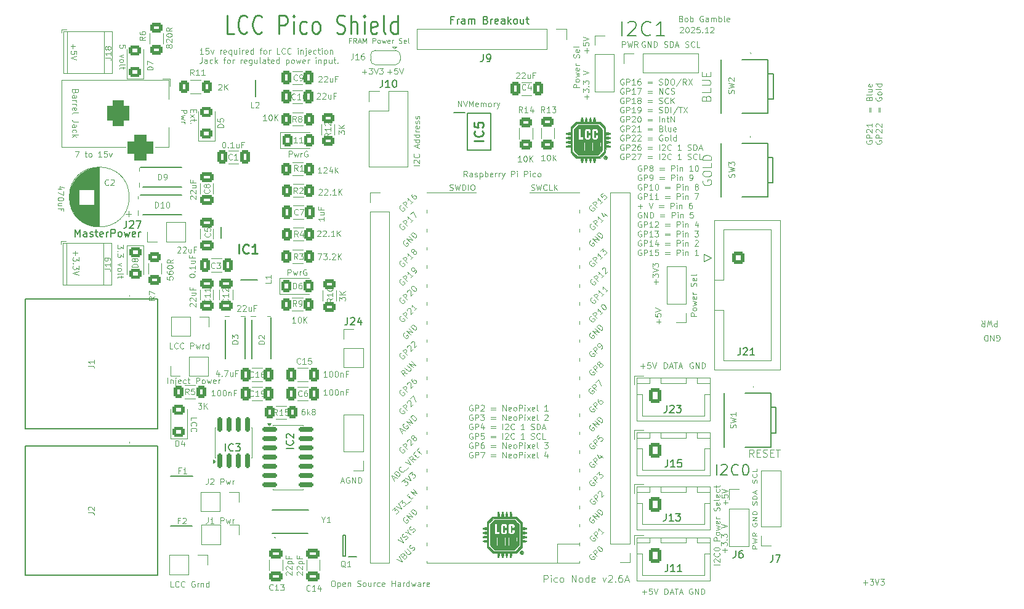
<source format=gto>
%TF.GenerationSoftware,KiCad,Pcbnew,9.0.6*%
%TF.CreationDate,2025-12-08T20:00:32-05:00*%
%TF.ProjectId,LCC-Pico-Node_v2_6,4c43432d-5069-4636-9f2d-4e6f64655f76,rev?*%
%TF.SameCoordinates,Original*%
%TF.FileFunction,Legend,Top*%
%TF.FilePolarity,Positive*%
%FSLAX46Y46*%
G04 Gerber Fmt 4.6, Leading zero omitted, Abs format (unit mm)*
G04 Created by KiCad (PCBNEW 9.0.6) date 2025-12-08 20:00:32*
%MOMM*%
%LPD*%
G01*
G04 APERTURE LIST*
G04 Aperture macros list*
%AMRoundRect*
0 Rectangle with rounded corners*
0 $1 Rounding radius*
0 $2 $3 $4 $5 $6 $7 $8 $9 X,Y pos of 4 corners*
0 Add a 4 corners polygon primitive as box body*
4,1,4,$2,$3,$4,$5,$6,$7,$8,$9,$2,$3,0*
0 Add four circle primitives for the rounded corners*
1,1,$1+$1,$2,$3*
1,1,$1+$1,$4,$5*
1,1,$1+$1,$6,$7*
1,1,$1+$1,$8,$9*
0 Add four rect primitives between the rounded corners*
20,1,$1+$1,$2,$3,$4,$5,0*
20,1,$1+$1,$4,$5,$6,$7,0*
20,1,$1+$1,$6,$7,$8,$9,0*
20,1,$1+$1,$8,$9,$2,$3,0*%
%AMFreePoly0*
4,1,23,0.000000,0.745722,0.065263,0.745722,0.191342,0.711940,0.304381,0.646677,0.396677,0.554381,0.461940,0.441342,0.495722,0.315263,0.495722,0.250000,0.500000,0.250000,0.500000,-0.250000,0.495722,-0.250000,0.495722,-0.315263,0.461940,-0.441342,0.396677,-0.554381,0.304381,-0.646677,0.191342,-0.711940,0.065263,-0.745722,0.000000,-0.745722,0.000000,-0.750000,-0.550000,-0.750000,
-0.550000,0.750000,0.000000,0.750000,0.000000,0.745722,0.000000,0.745722,$1*%
%AMFreePoly1*
4,1,23,0.550000,-0.750000,0.000000,-0.750000,0.000000,-0.745722,-0.065263,-0.745722,-0.191342,-0.711940,-0.304381,-0.646677,-0.396677,-0.554381,-0.461940,-0.441342,-0.495722,-0.315263,-0.495722,-0.250000,-0.500000,-0.250000,-0.500000,0.250000,-0.495722,0.250000,-0.495722,0.315263,-0.461940,0.441342,-0.396677,0.554381,-0.304381,0.646677,-0.191342,0.711940,-0.065263,0.745722,0.000000,0.745722,
0.000000,0.750000,0.550000,0.750000,0.550000,-0.750000,0.550000,-0.750000,$1*%
G04 Aperture macros list end*
%ADD10C,0.080000*%
%ADD11C,0.100000*%
%ADD12C,0.081280*%
%ADD13C,0.150000*%
%ADD14C,0.250000*%
%ADD15C,0.125000*%
%ADD16C,0.254000*%
%ADD17C,0.120000*%
%ADD18C,0.200000*%
%ADD19C,0.010000*%
%ADD20FreePoly0,180.000000*%
%ADD21R,1.000000X1.500000*%
%ADD22FreePoly1,180.000000*%
%ADD23RoundRect,0.250000X-0.600000X-0.725000X0.600000X-0.725000X0.600000X0.725000X-0.600000X0.725000X0*%
%ADD24O,1.700000X1.950000*%
%ADD25RoundRect,0.150000X-0.825000X-0.150000X0.825000X-0.150000X0.825000X0.150000X-0.825000X0.150000X0*%
%ADD26R,1.700000X1.700000*%
%ADD27C,1.700000*%
%ADD28RoundRect,0.150000X0.150000X-0.825000X0.150000X0.825000X-0.150000X0.825000X-0.150000X-0.825000X0*%
%ADD29C,3.170000*%
%ADD30R,1.400000X1.400000*%
%ADD31C,1.400000*%
%ADD32RoundRect,0.250000X0.400000X0.625000X-0.400000X0.625000X-0.400000X-0.625000X0.400000X-0.625000X0*%
%ADD33O,1.700000X1.700000*%
%ADD34R,1.150000X0.600000*%
%ADD35RoundRect,0.250001X0.624999X-0.462499X0.624999X0.462499X-0.624999X0.462499X-0.624999X-0.462499X0*%
%ADD36RoundRect,0.250000X-0.625000X0.400000X-0.625000X-0.400000X0.625000X-0.400000X0.625000X0.400000X0*%
%ADD37RoundRect,0.250000X-0.400000X-0.625000X0.400000X-0.625000X0.400000X0.625000X-0.400000X0.625000X0*%
%ADD38R,3.500000X1.700000*%
%ADD39R,3.430000X1.320000*%
%ADD40RoundRect,0.250000X-0.412500X-0.650000X0.412500X-0.650000X0.412500X0.650000X-0.412500X0.650000X0*%
%ADD41R,1.600000X1.600000*%
%ADD42C,1.600000*%
%ADD43RoundRect,0.250000X0.625000X-0.400000X0.625000X0.400000X-0.625000X0.400000X-0.625000X-0.400000X0*%
%ADD44R,1.500000X1.500000*%
%ADD45C,1.500000*%
%ADD46C,1.950000*%
%ADD47RoundRect,0.250001X-0.462499X-0.624999X0.462499X-0.624999X0.462499X0.624999X-0.462499X0.624999X0*%
%ADD48R,2.800000X1.850000*%
%ADD49C,3.500000*%
%ADD50RoundRect,0.250000X0.412500X0.650000X-0.412500X0.650000X-0.412500X-0.650000X0.412500X-0.650000X0*%
%ADD51R,2.100000X2.100000*%
%ADD52C,2.100000*%
%ADD53R,1.500000X0.700000*%
%ADD54RoundRect,0.250000X0.650000X-0.412500X0.650000X0.412500X-0.650000X0.412500X-0.650000X-0.412500X0*%
%ADD55RoundRect,0.250001X-0.624999X0.462499X-0.624999X-0.462499X0.624999X-0.462499X0.624999X0.462499X0*%
%ADD56R,1.900000X2.400000*%
%ADD57RoundRect,0.250000X-0.650000X0.412500X-0.650000X-0.412500X0.650000X-0.412500X0.650000X0.412500X0*%
%ADD58R,1.850000X2.800000*%
%ADD59R,2.300000X1.600000*%
%ADD60R,0.450000X1.475000*%
%ADD61R,2.310000X2.460000*%
%ADD62R,1.600000X2.300000*%
%ADD63R,3.500000X3.500000*%
%ADD64RoundRect,0.750000X-0.750000X-1.000000X0.750000X-1.000000X0.750000X1.000000X-0.750000X1.000000X0*%
%ADD65RoundRect,0.875000X-0.875000X-0.875000X0.875000X-0.875000X0.875000X0.875000X-0.875000X0.875000X0*%
%ADD66RoundRect,0.250000X-0.600000X-0.600000X0.600000X-0.600000X0.600000X0.600000X-0.600000X0.600000X0*%
G04 APERTURE END LIST*
D10*
X184300000Y-130865935D02*
X184300000Y-130065935D01*
X184300000Y-130065935D02*
X184490476Y-130065935D01*
X184490476Y-130065935D02*
X184604762Y-130104030D01*
X184604762Y-130104030D02*
X184680952Y-130180220D01*
X184680952Y-130180220D02*
X184719047Y-130256411D01*
X184719047Y-130256411D02*
X184757143Y-130408792D01*
X184757143Y-130408792D02*
X184757143Y-130523078D01*
X184757143Y-130523078D02*
X184719047Y-130675459D01*
X184719047Y-130675459D02*
X184680952Y-130751649D01*
X184680952Y-130751649D02*
X184604762Y-130827840D01*
X184604762Y-130827840D02*
X184490476Y-130865935D01*
X184490476Y-130865935D02*
X184300000Y-130865935D01*
X185061904Y-130637363D02*
X185442857Y-130637363D01*
X184985714Y-130865935D02*
X185252381Y-130065935D01*
X185252381Y-130065935D02*
X185519047Y-130865935D01*
X185671428Y-130065935D02*
X186128571Y-130065935D01*
X185899999Y-130865935D02*
X185899999Y-130065935D01*
X186357142Y-130637363D02*
X186738095Y-130637363D01*
X186280952Y-130865935D02*
X186547619Y-130065935D01*
X186547619Y-130065935D02*
X186814285Y-130865935D01*
X188090476Y-130104030D02*
X188014286Y-130065935D01*
X188014286Y-130065935D02*
X187900000Y-130065935D01*
X187900000Y-130065935D02*
X187785714Y-130104030D01*
X187785714Y-130104030D02*
X187709524Y-130180220D01*
X187709524Y-130180220D02*
X187671429Y-130256411D01*
X187671429Y-130256411D02*
X187633333Y-130408792D01*
X187633333Y-130408792D02*
X187633333Y-130523078D01*
X187633333Y-130523078D02*
X187671429Y-130675459D01*
X187671429Y-130675459D02*
X187709524Y-130751649D01*
X187709524Y-130751649D02*
X187785714Y-130827840D01*
X187785714Y-130827840D02*
X187900000Y-130865935D01*
X187900000Y-130865935D02*
X187976191Y-130865935D01*
X187976191Y-130865935D02*
X188090476Y-130827840D01*
X188090476Y-130827840D02*
X188128572Y-130789744D01*
X188128572Y-130789744D02*
X188128572Y-130523078D01*
X188128572Y-130523078D02*
X187976191Y-130523078D01*
X188471429Y-130865935D02*
X188471429Y-130065935D01*
X188471429Y-130065935D02*
X188928572Y-130865935D01*
X188928572Y-130865935D02*
X188928572Y-130065935D01*
X189309524Y-130865935D02*
X189309524Y-130065935D01*
X189309524Y-130065935D02*
X189500000Y-130065935D01*
X189500000Y-130065935D02*
X189614286Y-130104030D01*
X189614286Y-130104030D02*
X189690476Y-130180220D01*
X189690476Y-130180220D02*
X189728571Y-130256411D01*
X189728571Y-130256411D02*
X189766667Y-130408792D01*
X189766667Y-130408792D02*
X189766667Y-130523078D01*
X189766667Y-130523078D02*
X189728571Y-130675459D01*
X189728571Y-130675459D02*
X189690476Y-130751649D01*
X189690476Y-130751649D02*
X189614286Y-130827840D01*
X189614286Y-130827840D02*
X189500000Y-130865935D01*
X189500000Y-130865935D02*
X189309524Y-130865935D01*
X181171429Y-130561173D02*
X181780953Y-130561173D01*
X181476191Y-130865935D02*
X181476191Y-130256411D01*
X182542857Y-130065935D02*
X182161905Y-130065935D01*
X182161905Y-130065935D02*
X182123809Y-130446887D01*
X182123809Y-130446887D02*
X182161905Y-130408792D01*
X182161905Y-130408792D02*
X182238095Y-130370697D01*
X182238095Y-130370697D02*
X182428571Y-130370697D01*
X182428571Y-130370697D02*
X182504762Y-130408792D01*
X182504762Y-130408792D02*
X182542857Y-130446887D01*
X182542857Y-130446887D02*
X182580952Y-130523078D01*
X182580952Y-130523078D02*
X182580952Y-130713554D01*
X182580952Y-130713554D02*
X182542857Y-130789744D01*
X182542857Y-130789744D02*
X182504762Y-130827840D01*
X182504762Y-130827840D02*
X182428571Y-130865935D01*
X182428571Y-130865935D02*
X182238095Y-130865935D01*
X182238095Y-130865935D02*
X182161905Y-130827840D01*
X182161905Y-130827840D02*
X182123809Y-130789744D01*
X182809524Y-130065935D02*
X183076191Y-130865935D01*
X183076191Y-130865935D02*
X183342857Y-130065935D01*
X180971429Y-99461173D02*
X181580953Y-99461173D01*
X181276191Y-99765935D02*
X181276191Y-99156411D01*
X182342857Y-98965935D02*
X181961905Y-98965935D01*
X181961905Y-98965935D02*
X181923809Y-99346887D01*
X181923809Y-99346887D02*
X181961905Y-99308792D01*
X181961905Y-99308792D02*
X182038095Y-99270697D01*
X182038095Y-99270697D02*
X182228571Y-99270697D01*
X182228571Y-99270697D02*
X182304762Y-99308792D01*
X182304762Y-99308792D02*
X182342857Y-99346887D01*
X182342857Y-99346887D02*
X182380952Y-99423078D01*
X182380952Y-99423078D02*
X182380952Y-99613554D01*
X182380952Y-99613554D02*
X182342857Y-99689744D01*
X182342857Y-99689744D02*
X182304762Y-99727840D01*
X182304762Y-99727840D02*
X182228571Y-99765935D01*
X182228571Y-99765935D02*
X182038095Y-99765935D01*
X182038095Y-99765935D02*
X181961905Y-99727840D01*
X181961905Y-99727840D02*
X181923809Y-99689744D01*
X182609524Y-98965935D02*
X182876191Y-99765935D01*
X182876191Y-99765935D02*
X183142857Y-98965935D01*
D11*
X130100000Y-92600000D02*
X127400000Y-92600000D01*
X112000000Y-74800000D02*
X112000000Y-72200000D01*
X126600000Y-92600000D02*
X123800000Y-92600000D01*
X111900000Y-78750000D02*
X111900000Y-76050000D01*
D12*
X167683282Y-129202650D02*
X167683282Y-128237450D01*
X167683282Y-128237450D02*
X168050977Y-128237450D01*
X168050977Y-128237450D02*
X168142901Y-128283412D01*
X168142901Y-128283412D02*
X168188863Y-128329374D01*
X168188863Y-128329374D02*
X168234825Y-128421298D01*
X168234825Y-128421298D02*
X168234825Y-128559184D01*
X168234825Y-128559184D02*
X168188863Y-128651108D01*
X168188863Y-128651108D02*
X168142901Y-128697069D01*
X168142901Y-128697069D02*
X168050977Y-128743031D01*
X168050977Y-128743031D02*
X167683282Y-128743031D01*
X168648482Y-129202650D02*
X168648482Y-128559184D01*
X168648482Y-128237450D02*
X168602520Y-128283412D01*
X168602520Y-128283412D02*
X168648482Y-128329374D01*
X168648482Y-128329374D02*
X168694444Y-128283412D01*
X168694444Y-128283412D02*
X168648482Y-128237450D01*
X168648482Y-128237450D02*
X168648482Y-128329374D01*
X169521758Y-129156689D02*
X169429834Y-129202650D01*
X169429834Y-129202650D02*
X169245987Y-129202650D01*
X169245987Y-129202650D02*
X169154063Y-129156689D01*
X169154063Y-129156689D02*
X169108101Y-129110727D01*
X169108101Y-129110727D02*
X169062139Y-129018803D01*
X169062139Y-129018803D02*
X169062139Y-128743031D01*
X169062139Y-128743031D02*
X169108101Y-128651108D01*
X169108101Y-128651108D02*
X169154063Y-128605146D01*
X169154063Y-128605146D02*
X169245987Y-128559184D01*
X169245987Y-128559184D02*
X169429834Y-128559184D01*
X169429834Y-128559184D02*
X169521758Y-128605146D01*
X170073301Y-129202650D02*
X169981377Y-129156689D01*
X169981377Y-129156689D02*
X169935415Y-129110727D01*
X169935415Y-129110727D02*
X169889453Y-129018803D01*
X169889453Y-129018803D02*
X169889453Y-128743031D01*
X169889453Y-128743031D02*
X169935415Y-128651108D01*
X169935415Y-128651108D02*
X169981377Y-128605146D01*
X169981377Y-128605146D02*
X170073301Y-128559184D01*
X170073301Y-128559184D02*
X170211186Y-128559184D01*
X170211186Y-128559184D02*
X170303110Y-128605146D01*
X170303110Y-128605146D02*
X170349072Y-128651108D01*
X170349072Y-128651108D02*
X170395034Y-128743031D01*
X170395034Y-128743031D02*
X170395034Y-129018803D01*
X170395034Y-129018803D02*
X170349072Y-129110727D01*
X170349072Y-129110727D02*
X170303110Y-129156689D01*
X170303110Y-129156689D02*
X170211186Y-129202650D01*
X170211186Y-129202650D02*
X170073301Y-129202650D01*
X171544081Y-129202650D02*
X171544081Y-128237450D01*
X171544081Y-128237450D02*
X172095624Y-129202650D01*
X172095624Y-129202650D02*
X172095624Y-128237450D01*
X172693129Y-129202650D02*
X172601205Y-129156689D01*
X172601205Y-129156689D02*
X172555243Y-129110727D01*
X172555243Y-129110727D02*
X172509281Y-129018803D01*
X172509281Y-129018803D02*
X172509281Y-128743031D01*
X172509281Y-128743031D02*
X172555243Y-128651108D01*
X172555243Y-128651108D02*
X172601205Y-128605146D01*
X172601205Y-128605146D02*
X172693129Y-128559184D01*
X172693129Y-128559184D02*
X172831014Y-128559184D01*
X172831014Y-128559184D02*
X172922938Y-128605146D01*
X172922938Y-128605146D02*
X172968900Y-128651108D01*
X172968900Y-128651108D02*
X173014862Y-128743031D01*
X173014862Y-128743031D02*
X173014862Y-129018803D01*
X173014862Y-129018803D02*
X172968900Y-129110727D01*
X172968900Y-129110727D02*
X172922938Y-129156689D01*
X172922938Y-129156689D02*
X172831014Y-129202650D01*
X172831014Y-129202650D02*
X172693129Y-129202650D01*
X173842176Y-129202650D02*
X173842176Y-128237450D01*
X173842176Y-129156689D02*
X173750252Y-129202650D01*
X173750252Y-129202650D02*
X173566405Y-129202650D01*
X173566405Y-129202650D02*
X173474481Y-129156689D01*
X173474481Y-129156689D02*
X173428519Y-129110727D01*
X173428519Y-129110727D02*
X173382557Y-129018803D01*
X173382557Y-129018803D02*
X173382557Y-128743031D01*
X173382557Y-128743031D02*
X173428519Y-128651108D01*
X173428519Y-128651108D02*
X173474481Y-128605146D01*
X173474481Y-128605146D02*
X173566405Y-128559184D01*
X173566405Y-128559184D02*
X173750252Y-128559184D01*
X173750252Y-128559184D02*
X173842176Y-128605146D01*
X174669490Y-129156689D02*
X174577566Y-129202650D01*
X174577566Y-129202650D02*
X174393719Y-129202650D01*
X174393719Y-129202650D02*
X174301795Y-129156689D01*
X174301795Y-129156689D02*
X174255833Y-129064765D01*
X174255833Y-129064765D02*
X174255833Y-128697069D01*
X174255833Y-128697069D02*
X174301795Y-128605146D01*
X174301795Y-128605146D02*
X174393719Y-128559184D01*
X174393719Y-128559184D02*
X174577566Y-128559184D01*
X174577566Y-128559184D02*
X174669490Y-128605146D01*
X174669490Y-128605146D02*
X174715452Y-128697069D01*
X174715452Y-128697069D02*
X174715452Y-128788993D01*
X174715452Y-128788993D02*
X174255833Y-128880917D01*
X175772575Y-128559184D02*
X176002385Y-129202650D01*
X176002385Y-129202650D02*
X176232194Y-128559184D01*
X176553927Y-128329374D02*
X176599889Y-128283412D01*
X176599889Y-128283412D02*
X176691813Y-128237450D01*
X176691813Y-128237450D02*
X176921622Y-128237450D01*
X176921622Y-128237450D02*
X177013546Y-128283412D01*
X177013546Y-128283412D02*
X177059508Y-128329374D01*
X177059508Y-128329374D02*
X177105470Y-128421298D01*
X177105470Y-128421298D02*
X177105470Y-128513222D01*
X177105470Y-128513222D02*
X177059508Y-128651108D01*
X177059508Y-128651108D02*
X176507965Y-129202650D01*
X176507965Y-129202650D02*
X177105470Y-129202650D01*
X177519127Y-129110727D02*
X177565089Y-129156689D01*
X177565089Y-129156689D02*
X177519127Y-129202650D01*
X177519127Y-129202650D02*
X177473165Y-129156689D01*
X177473165Y-129156689D02*
X177519127Y-129110727D01*
X177519127Y-129110727D02*
X177519127Y-129202650D01*
X178392403Y-128237450D02*
X178208556Y-128237450D01*
X178208556Y-128237450D02*
X178116632Y-128283412D01*
X178116632Y-128283412D02*
X178070670Y-128329374D01*
X178070670Y-128329374D02*
X177978746Y-128467260D01*
X177978746Y-128467260D02*
X177932784Y-128651108D01*
X177932784Y-128651108D02*
X177932784Y-129018803D01*
X177932784Y-129018803D02*
X177978746Y-129110727D01*
X177978746Y-129110727D02*
X178024708Y-129156689D01*
X178024708Y-129156689D02*
X178116632Y-129202650D01*
X178116632Y-129202650D02*
X178300479Y-129202650D01*
X178300479Y-129202650D02*
X178392403Y-129156689D01*
X178392403Y-129156689D02*
X178438365Y-129110727D01*
X178438365Y-129110727D02*
X178484327Y-129018803D01*
X178484327Y-129018803D02*
X178484327Y-128788993D01*
X178484327Y-128788993D02*
X178438365Y-128697069D01*
X178438365Y-128697069D02*
X178392403Y-128651108D01*
X178392403Y-128651108D02*
X178300479Y-128605146D01*
X178300479Y-128605146D02*
X178116632Y-128605146D01*
X178116632Y-128605146D02*
X178024708Y-128651108D01*
X178024708Y-128651108D02*
X177978746Y-128697069D01*
X177978746Y-128697069D02*
X177932784Y-128788993D01*
X178852022Y-128926879D02*
X179311641Y-128926879D01*
X178760098Y-129202650D02*
X179081832Y-128237450D01*
X179081832Y-128237450D02*
X179403565Y-129202650D01*
D10*
X186405011Y-52874125D02*
X186443107Y-52836030D01*
X186443107Y-52836030D02*
X186519297Y-52797935D01*
X186519297Y-52797935D02*
X186709773Y-52797935D01*
X186709773Y-52797935D02*
X186785964Y-52836030D01*
X186785964Y-52836030D02*
X186824059Y-52874125D01*
X186824059Y-52874125D02*
X186862154Y-52950316D01*
X186862154Y-52950316D02*
X186862154Y-53026506D01*
X186862154Y-53026506D02*
X186824059Y-53140792D01*
X186824059Y-53140792D02*
X186366916Y-53597935D01*
X186366916Y-53597935D02*
X186862154Y-53597935D01*
X187357393Y-52797935D02*
X187433583Y-52797935D01*
X187433583Y-52797935D02*
X187509774Y-52836030D01*
X187509774Y-52836030D02*
X187547869Y-52874125D01*
X187547869Y-52874125D02*
X187585964Y-52950316D01*
X187585964Y-52950316D02*
X187624059Y-53102697D01*
X187624059Y-53102697D02*
X187624059Y-53293173D01*
X187624059Y-53293173D02*
X187585964Y-53445554D01*
X187585964Y-53445554D02*
X187547869Y-53521744D01*
X187547869Y-53521744D02*
X187509774Y-53559840D01*
X187509774Y-53559840D02*
X187433583Y-53597935D01*
X187433583Y-53597935D02*
X187357393Y-53597935D01*
X187357393Y-53597935D02*
X187281202Y-53559840D01*
X187281202Y-53559840D02*
X187243107Y-53521744D01*
X187243107Y-53521744D02*
X187205012Y-53445554D01*
X187205012Y-53445554D02*
X187166916Y-53293173D01*
X187166916Y-53293173D02*
X187166916Y-53102697D01*
X187166916Y-53102697D02*
X187205012Y-52950316D01*
X187205012Y-52950316D02*
X187243107Y-52874125D01*
X187243107Y-52874125D02*
X187281202Y-52836030D01*
X187281202Y-52836030D02*
X187357393Y-52797935D01*
X187928821Y-52874125D02*
X187966917Y-52836030D01*
X187966917Y-52836030D02*
X188043107Y-52797935D01*
X188043107Y-52797935D02*
X188233583Y-52797935D01*
X188233583Y-52797935D02*
X188309774Y-52836030D01*
X188309774Y-52836030D02*
X188347869Y-52874125D01*
X188347869Y-52874125D02*
X188385964Y-52950316D01*
X188385964Y-52950316D02*
X188385964Y-53026506D01*
X188385964Y-53026506D02*
X188347869Y-53140792D01*
X188347869Y-53140792D02*
X187890726Y-53597935D01*
X187890726Y-53597935D02*
X188385964Y-53597935D01*
X189109774Y-52797935D02*
X188728822Y-52797935D01*
X188728822Y-52797935D02*
X188690726Y-53178887D01*
X188690726Y-53178887D02*
X188728822Y-53140792D01*
X188728822Y-53140792D02*
X188805012Y-53102697D01*
X188805012Y-53102697D02*
X188995488Y-53102697D01*
X188995488Y-53102697D02*
X189071679Y-53140792D01*
X189071679Y-53140792D02*
X189109774Y-53178887D01*
X189109774Y-53178887D02*
X189147869Y-53255078D01*
X189147869Y-53255078D02*
X189147869Y-53445554D01*
X189147869Y-53445554D02*
X189109774Y-53521744D01*
X189109774Y-53521744D02*
X189071679Y-53559840D01*
X189071679Y-53559840D02*
X188995488Y-53597935D01*
X188995488Y-53597935D02*
X188805012Y-53597935D01*
X188805012Y-53597935D02*
X188728822Y-53559840D01*
X188728822Y-53559840D02*
X188690726Y-53521744D01*
X189490727Y-53521744D02*
X189528822Y-53559840D01*
X189528822Y-53559840D02*
X189490727Y-53597935D01*
X189490727Y-53597935D02*
X189452631Y-53559840D01*
X189452631Y-53559840D02*
X189490727Y-53521744D01*
X189490727Y-53521744D02*
X189490727Y-53597935D01*
X190290726Y-53597935D02*
X189833583Y-53597935D01*
X190062155Y-53597935D02*
X190062155Y-52797935D01*
X190062155Y-52797935D02*
X189985964Y-52912220D01*
X189985964Y-52912220D02*
X189909774Y-52988411D01*
X189909774Y-52988411D02*
X189833583Y-53026506D01*
X190595488Y-52874125D02*
X190633584Y-52836030D01*
X190633584Y-52836030D02*
X190709774Y-52797935D01*
X190709774Y-52797935D02*
X190900250Y-52797935D01*
X190900250Y-52797935D02*
X190976441Y-52836030D01*
X190976441Y-52836030D02*
X191014536Y-52874125D01*
X191014536Y-52874125D02*
X191052631Y-52950316D01*
X191052631Y-52950316D02*
X191052631Y-53026506D01*
X191052631Y-53026506D02*
X191014536Y-53140792D01*
X191014536Y-53140792D02*
X190557393Y-53597935D01*
X190557393Y-53597935D02*
X191052631Y-53597935D01*
X138649748Y-128983935D02*
X138802129Y-128983935D01*
X138802129Y-128983935D02*
X138878319Y-129022030D01*
X138878319Y-129022030D02*
X138954510Y-129098220D01*
X138954510Y-129098220D02*
X138992605Y-129250601D01*
X138992605Y-129250601D02*
X138992605Y-129517268D01*
X138992605Y-129517268D02*
X138954510Y-129669649D01*
X138954510Y-129669649D02*
X138878319Y-129745840D01*
X138878319Y-129745840D02*
X138802129Y-129783935D01*
X138802129Y-129783935D02*
X138649748Y-129783935D01*
X138649748Y-129783935D02*
X138573557Y-129745840D01*
X138573557Y-129745840D02*
X138497367Y-129669649D01*
X138497367Y-129669649D02*
X138459271Y-129517268D01*
X138459271Y-129517268D02*
X138459271Y-129250601D01*
X138459271Y-129250601D02*
X138497367Y-129098220D01*
X138497367Y-129098220D02*
X138573557Y-129022030D01*
X138573557Y-129022030D02*
X138649748Y-128983935D01*
X139335462Y-129250601D02*
X139335462Y-130050601D01*
X139335462Y-129288697D02*
X139411652Y-129250601D01*
X139411652Y-129250601D02*
X139564033Y-129250601D01*
X139564033Y-129250601D02*
X139640224Y-129288697D01*
X139640224Y-129288697D02*
X139678319Y-129326792D01*
X139678319Y-129326792D02*
X139716414Y-129402982D01*
X139716414Y-129402982D02*
X139716414Y-129631554D01*
X139716414Y-129631554D02*
X139678319Y-129707744D01*
X139678319Y-129707744D02*
X139640224Y-129745840D01*
X139640224Y-129745840D02*
X139564033Y-129783935D01*
X139564033Y-129783935D02*
X139411652Y-129783935D01*
X139411652Y-129783935D02*
X139335462Y-129745840D01*
X140364034Y-129745840D02*
X140287843Y-129783935D01*
X140287843Y-129783935D02*
X140135462Y-129783935D01*
X140135462Y-129783935D02*
X140059272Y-129745840D01*
X140059272Y-129745840D02*
X140021176Y-129669649D01*
X140021176Y-129669649D02*
X140021176Y-129364887D01*
X140021176Y-129364887D02*
X140059272Y-129288697D01*
X140059272Y-129288697D02*
X140135462Y-129250601D01*
X140135462Y-129250601D02*
X140287843Y-129250601D01*
X140287843Y-129250601D02*
X140364034Y-129288697D01*
X140364034Y-129288697D02*
X140402129Y-129364887D01*
X140402129Y-129364887D02*
X140402129Y-129441078D01*
X140402129Y-129441078D02*
X140021176Y-129517268D01*
X140744986Y-129250601D02*
X140744986Y-129783935D01*
X140744986Y-129326792D02*
X140783081Y-129288697D01*
X140783081Y-129288697D02*
X140859271Y-129250601D01*
X140859271Y-129250601D02*
X140973557Y-129250601D01*
X140973557Y-129250601D02*
X141049748Y-129288697D01*
X141049748Y-129288697D02*
X141087843Y-129364887D01*
X141087843Y-129364887D02*
X141087843Y-129783935D01*
X142040224Y-129745840D02*
X142154510Y-129783935D01*
X142154510Y-129783935D02*
X142344986Y-129783935D01*
X142344986Y-129783935D02*
X142421177Y-129745840D01*
X142421177Y-129745840D02*
X142459272Y-129707744D01*
X142459272Y-129707744D02*
X142497367Y-129631554D01*
X142497367Y-129631554D02*
X142497367Y-129555363D01*
X142497367Y-129555363D02*
X142459272Y-129479173D01*
X142459272Y-129479173D02*
X142421177Y-129441078D01*
X142421177Y-129441078D02*
X142344986Y-129402982D01*
X142344986Y-129402982D02*
X142192605Y-129364887D01*
X142192605Y-129364887D02*
X142116415Y-129326792D01*
X142116415Y-129326792D02*
X142078320Y-129288697D01*
X142078320Y-129288697D02*
X142040224Y-129212506D01*
X142040224Y-129212506D02*
X142040224Y-129136316D01*
X142040224Y-129136316D02*
X142078320Y-129060125D01*
X142078320Y-129060125D02*
X142116415Y-129022030D01*
X142116415Y-129022030D02*
X142192605Y-128983935D01*
X142192605Y-128983935D02*
X142383082Y-128983935D01*
X142383082Y-128983935D02*
X142497367Y-129022030D01*
X142954510Y-129783935D02*
X142878320Y-129745840D01*
X142878320Y-129745840D02*
X142840225Y-129707744D01*
X142840225Y-129707744D02*
X142802129Y-129631554D01*
X142802129Y-129631554D02*
X142802129Y-129402982D01*
X142802129Y-129402982D02*
X142840225Y-129326792D01*
X142840225Y-129326792D02*
X142878320Y-129288697D01*
X142878320Y-129288697D02*
X142954510Y-129250601D01*
X142954510Y-129250601D02*
X143068796Y-129250601D01*
X143068796Y-129250601D02*
X143144987Y-129288697D01*
X143144987Y-129288697D02*
X143183082Y-129326792D01*
X143183082Y-129326792D02*
X143221177Y-129402982D01*
X143221177Y-129402982D02*
X143221177Y-129631554D01*
X143221177Y-129631554D02*
X143183082Y-129707744D01*
X143183082Y-129707744D02*
X143144987Y-129745840D01*
X143144987Y-129745840D02*
X143068796Y-129783935D01*
X143068796Y-129783935D02*
X142954510Y-129783935D01*
X143906892Y-129250601D02*
X143906892Y-129783935D01*
X143564035Y-129250601D02*
X143564035Y-129669649D01*
X143564035Y-129669649D02*
X143602130Y-129745840D01*
X143602130Y-129745840D02*
X143678320Y-129783935D01*
X143678320Y-129783935D02*
X143792606Y-129783935D01*
X143792606Y-129783935D02*
X143868797Y-129745840D01*
X143868797Y-129745840D02*
X143906892Y-129707744D01*
X144287845Y-129783935D02*
X144287845Y-129250601D01*
X144287845Y-129402982D02*
X144325940Y-129326792D01*
X144325940Y-129326792D02*
X144364035Y-129288697D01*
X144364035Y-129288697D02*
X144440226Y-129250601D01*
X144440226Y-129250601D02*
X144516416Y-129250601D01*
X145125940Y-129745840D02*
X145049749Y-129783935D01*
X145049749Y-129783935D02*
X144897368Y-129783935D01*
X144897368Y-129783935D02*
X144821178Y-129745840D01*
X144821178Y-129745840D02*
X144783083Y-129707744D01*
X144783083Y-129707744D02*
X144744987Y-129631554D01*
X144744987Y-129631554D02*
X144744987Y-129402982D01*
X144744987Y-129402982D02*
X144783083Y-129326792D01*
X144783083Y-129326792D02*
X144821178Y-129288697D01*
X144821178Y-129288697D02*
X144897368Y-129250601D01*
X144897368Y-129250601D02*
X145049749Y-129250601D01*
X145049749Y-129250601D02*
X145125940Y-129288697D01*
X145773559Y-129745840D02*
X145697368Y-129783935D01*
X145697368Y-129783935D02*
X145544987Y-129783935D01*
X145544987Y-129783935D02*
X145468797Y-129745840D01*
X145468797Y-129745840D02*
X145430701Y-129669649D01*
X145430701Y-129669649D02*
X145430701Y-129364887D01*
X145430701Y-129364887D02*
X145468797Y-129288697D01*
X145468797Y-129288697D02*
X145544987Y-129250601D01*
X145544987Y-129250601D02*
X145697368Y-129250601D01*
X145697368Y-129250601D02*
X145773559Y-129288697D01*
X145773559Y-129288697D02*
X145811654Y-129364887D01*
X145811654Y-129364887D02*
X145811654Y-129441078D01*
X145811654Y-129441078D02*
X145430701Y-129517268D01*
X146764035Y-129783935D02*
X146764035Y-128983935D01*
X146764035Y-129364887D02*
X147221178Y-129364887D01*
X147221178Y-129783935D02*
X147221178Y-128983935D01*
X147944987Y-129783935D02*
X147944987Y-129364887D01*
X147944987Y-129364887D02*
X147906892Y-129288697D01*
X147906892Y-129288697D02*
X147830701Y-129250601D01*
X147830701Y-129250601D02*
X147678320Y-129250601D01*
X147678320Y-129250601D02*
X147602130Y-129288697D01*
X147944987Y-129745840D02*
X147868796Y-129783935D01*
X147868796Y-129783935D02*
X147678320Y-129783935D01*
X147678320Y-129783935D02*
X147602130Y-129745840D01*
X147602130Y-129745840D02*
X147564034Y-129669649D01*
X147564034Y-129669649D02*
X147564034Y-129593459D01*
X147564034Y-129593459D02*
X147602130Y-129517268D01*
X147602130Y-129517268D02*
X147678320Y-129479173D01*
X147678320Y-129479173D02*
X147868796Y-129479173D01*
X147868796Y-129479173D02*
X147944987Y-129441078D01*
X148325940Y-129783935D02*
X148325940Y-129250601D01*
X148325940Y-129402982D02*
X148364035Y-129326792D01*
X148364035Y-129326792D02*
X148402130Y-129288697D01*
X148402130Y-129288697D02*
X148478321Y-129250601D01*
X148478321Y-129250601D02*
X148554511Y-129250601D01*
X149164035Y-129783935D02*
X149164035Y-128983935D01*
X149164035Y-129745840D02*
X149087844Y-129783935D01*
X149087844Y-129783935D02*
X148935463Y-129783935D01*
X148935463Y-129783935D02*
X148859273Y-129745840D01*
X148859273Y-129745840D02*
X148821178Y-129707744D01*
X148821178Y-129707744D02*
X148783082Y-129631554D01*
X148783082Y-129631554D02*
X148783082Y-129402982D01*
X148783082Y-129402982D02*
X148821178Y-129326792D01*
X148821178Y-129326792D02*
X148859273Y-129288697D01*
X148859273Y-129288697D02*
X148935463Y-129250601D01*
X148935463Y-129250601D02*
X149087844Y-129250601D01*
X149087844Y-129250601D02*
X149164035Y-129288697D01*
X149468797Y-129250601D02*
X149621178Y-129783935D01*
X149621178Y-129783935D02*
X149773559Y-129402982D01*
X149773559Y-129402982D02*
X149925940Y-129783935D01*
X149925940Y-129783935D02*
X150078321Y-129250601D01*
X150725940Y-129783935D02*
X150725940Y-129364887D01*
X150725940Y-129364887D02*
X150687845Y-129288697D01*
X150687845Y-129288697D02*
X150611654Y-129250601D01*
X150611654Y-129250601D02*
X150459273Y-129250601D01*
X150459273Y-129250601D02*
X150383083Y-129288697D01*
X150725940Y-129745840D02*
X150649749Y-129783935D01*
X150649749Y-129783935D02*
X150459273Y-129783935D01*
X150459273Y-129783935D02*
X150383083Y-129745840D01*
X150383083Y-129745840D02*
X150344987Y-129669649D01*
X150344987Y-129669649D02*
X150344987Y-129593459D01*
X150344987Y-129593459D02*
X150383083Y-129517268D01*
X150383083Y-129517268D02*
X150459273Y-129479173D01*
X150459273Y-129479173D02*
X150649749Y-129479173D01*
X150649749Y-129479173D02*
X150725940Y-129441078D01*
X151106893Y-129783935D02*
X151106893Y-129250601D01*
X151106893Y-129402982D02*
X151144988Y-129326792D01*
X151144988Y-129326792D02*
X151183083Y-129288697D01*
X151183083Y-129288697D02*
X151259274Y-129250601D01*
X151259274Y-129250601D02*
X151335464Y-129250601D01*
X151906893Y-129745840D02*
X151830702Y-129783935D01*
X151830702Y-129783935D02*
X151678321Y-129783935D01*
X151678321Y-129783935D02*
X151602131Y-129745840D01*
X151602131Y-129745840D02*
X151564035Y-129669649D01*
X151564035Y-129669649D02*
X151564035Y-129364887D01*
X151564035Y-129364887D02*
X151602131Y-129288697D01*
X151602131Y-129288697D02*
X151678321Y-129250601D01*
X151678321Y-129250601D02*
X151830702Y-129250601D01*
X151830702Y-129250601D02*
X151906893Y-129288697D01*
X151906893Y-129288697D02*
X151944988Y-129364887D01*
X151944988Y-129364887D02*
X151944988Y-129441078D01*
X151944988Y-129441078D02*
X151564035Y-129517268D01*
X178433333Y-55565935D02*
X178433333Y-54765935D01*
X178433333Y-54765935D02*
X178738095Y-54765935D01*
X178738095Y-54765935D02*
X178814285Y-54804030D01*
X178814285Y-54804030D02*
X178852380Y-54842125D01*
X178852380Y-54842125D02*
X178890476Y-54918316D01*
X178890476Y-54918316D02*
X178890476Y-55032601D01*
X178890476Y-55032601D02*
X178852380Y-55108792D01*
X178852380Y-55108792D02*
X178814285Y-55146887D01*
X178814285Y-55146887D02*
X178738095Y-55184982D01*
X178738095Y-55184982D02*
X178433333Y-55184982D01*
X179157142Y-54765935D02*
X179347618Y-55565935D01*
X179347618Y-55565935D02*
X179499999Y-54994506D01*
X179499999Y-54994506D02*
X179652380Y-55565935D01*
X179652380Y-55565935D02*
X179842857Y-54765935D01*
X180604762Y-55565935D02*
X180338095Y-55184982D01*
X180147619Y-55565935D02*
X180147619Y-54765935D01*
X180147619Y-54765935D02*
X180452381Y-54765935D01*
X180452381Y-54765935D02*
X180528571Y-54804030D01*
X180528571Y-54804030D02*
X180566666Y-54842125D01*
X180566666Y-54842125D02*
X180604762Y-54918316D01*
X180604762Y-54918316D02*
X180604762Y-55032601D01*
X180604762Y-55032601D02*
X180566666Y-55108792D01*
X180566666Y-55108792D02*
X180528571Y-55146887D01*
X180528571Y-55146887D02*
X180452381Y-55184982D01*
X180452381Y-55184982D02*
X180147619Y-55184982D01*
X173561173Y-62704761D02*
X173561173Y-62095238D01*
X173865935Y-62399999D02*
X173256411Y-62399999D01*
X173065935Y-61790476D02*
X173065935Y-61295238D01*
X173065935Y-61295238D02*
X173370697Y-61561904D01*
X173370697Y-61561904D02*
X173370697Y-61447619D01*
X173370697Y-61447619D02*
X173408792Y-61371428D01*
X173408792Y-61371428D02*
X173446887Y-61333333D01*
X173446887Y-61333333D02*
X173523078Y-61295238D01*
X173523078Y-61295238D02*
X173713554Y-61295238D01*
X173713554Y-61295238D02*
X173789744Y-61333333D01*
X173789744Y-61333333D02*
X173827840Y-61371428D01*
X173827840Y-61371428D02*
X173865935Y-61447619D01*
X173865935Y-61447619D02*
X173865935Y-61676190D01*
X173865935Y-61676190D02*
X173827840Y-61752381D01*
X173827840Y-61752381D02*
X173789744Y-61790476D01*
X173789744Y-60952380D02*
X173827840Y-60914285D01*
X173827840Y-60914285D02*
X173865935Y-60952380D01*
X173865935Y-60952380D02*
X173827840Y-60990476D01*
X173827840Y-60990476D02*
X173789744Y-60952380D01*
X173789744Y-60952380D02*
X173865935Y-60952380D01*
X173065935Y-60647619D02*
X173065935Y-60152381D01*
X173065935Y-60152381D02*
X173370697Y-60419047D01*
X173370697Y-60419047D02*
X173370697Y-60304762D01*
X173370697Y-60304762D02*
X173408792Y-60228571D01*
X173408792Y-60228571D02*
X173446887Y-60190476D01*
X173446887Y-60190476D02*
X173523078Y-60152381D01*
X173523078Y-60152381D02*
X173713554Y-60152381D01*
X173713554Y-60152381D02*
X173789744Y-60190476D01*
X173789744Y-60190476D02*
X173827840Y-60228571D01*
X173827840Y-60228571D02*
X173865935Y-60304762D01*
X173865935Y-60304762D02*
X173865935Y-60533333D01*
X173865935Y-60533333D02*
X173827840Y-60609524D01*
X173827840Y-60609524D02*
X173789744Y-60647619D01*
X173065935Y-59314285D02*
X173865935Y-59047618D01*
X173865935Y-59047618D02*
X173065935Y-58780952D01*
X181590476Y-54804030D02*
X181514286Y-54765935D01*
X181514286Y-54765935D02*
X181400000Y-54765935D01*
X181400000Y-54765935D02*
X181285714Y-54804030D01*
X181285714Y-54804030D02*
X181209524Y-54880220D01*
X181209524Y-54880220D02*
X181171429Y-54956411D01*
X181171429Y-54956411D02*
X181133333Y-55108792D01*
X181133333Y-55108792D02*
X181133333Y-55223078D01*
X181133333Y-55223078D02*
X181171429Y-55375459D01*
X181171429Y-55375459D02*
X181209524Y-55451649D01*
X181209524Y-55451649D02*
X181285714Y-55527840D01*
X181285714Y-55527840D02*
X181400000Y-55565935D01*
X181400000Y-55565935D02*
X181476191Y-55565935D01*
X181476191Y-55565935D02*
X181590476Y-55527840D01*
X181590476Y-55527840D02*
X181628572Y-55489744D01*
X181628572Y-55489744D02*
X181628572Y-55223078D01*
X181628572Y-55223078D02*
X181476191Y-55223078D01*
X181971429Y-55565935D02*
X181971429Y-54765935D01*
X181971429Y-54765935D02*
X182428572Y-55565935D01*
X182428572Y-55565935D02*
X182428572Y-54765935D01*
X182809524Y-55565935D02*
X182809524Y-54765935D01*
X182809524Y-54765935D02*
X183000000Y-54765935D01*
X183000000Y-54765935D02*
X183114286Y-54804030D01*
X183114286Y-54804030D02*
X183190476Y-54880220D01*
X183190476Y-54880220D02*
X183228571Y-54956411D01*
X183228571Y-54956411D02*
X183266667Y-55108792D01*
X183266667Y-55108792D02*
X183266667Y-55223078D01*
X183266667Y-55223078D02*
X183228571Y-55375459D01*
X183228571Y-55375459D02*
X183190476Y-55451649D01*
X183190476Y-55451649D02*
X183114286Y-55527840D01*
X183114286Y-55527840D02*
X183000000Y-55565935D01*
X183000000Y-55565935D02*
X182809524Y-55565935D01*
X184228571Y-55527840D02*
X184342857Y-55565935D01*
X184342857Y-55565935D02*
X184533333Y-55565935D01*
X184533333Y-55565935D02*
X184609524Y-55527840D01*
X184609524Y-55527840D02*
X184647619Y-55489744D01*
X184647619Y-55489744D02*
X184685714Y-55413554D01*
X184685714Y-55413554D02*
X184685714Y-55337363D01*
X184685714Y-55337363D02*
X184647619Y-55261173D01*
X184647619Y-55261173D02*
X184609524Y-55223078D01*
X184609524Y-55223078D02*
X184533333Y-55184982D01*
X184533333Y-55184982D02*
X184380952Y-55146887D01*
X184380952Y-55146887D02*
X184304762Y-55108792D01*
X184304762Y-55108792D02*
X184266667Y-55070697D01*
X184266667Y-55070697D02*
X184228571Y-54994506D01*
X184228571Y-54994506D02*
X184228571Y-54918316D01*
X184228571Y-54918316D02*
X184266667Y-54842125D01*
X184266667Y-54842125D02*
X184304762Y-54804030D01*
X184304762Y-54804030D02*
X184380952Y-54765935D01*
X184380952Y-54765935D02*
X184571429Y-54765935D01*
X184571429Y-54765935D02*
X184685714Y-54804030D01*
X185028572Y-55565935D02*
X185028572Y-54765935D01*
X185028572Y-54765935D02*
X185219048Y-54765935D01*
X185219048Y-54765935D02*
X185333334Y-54804030D01*
X185333334Y-54804030D02*
X185409524Y-54880220D01*
X185409524Y-54880220D02*
X185447619Y-54956411D01*
X185447619Y-54956411D02*
X185485715Y-55108792D01*
X185485715Y-55108792D02*
X185485715Y-55223078D01*
X185485715Y-55223078D02*
X185447619Y-55375459D01*
X185447619Y-55375459D02*
X185409524Y-55451649D01*
X185409524Y-55451649D02*
X185333334Y-55527840D01*
X185333334Y-55527840D02*
X185219048Y-55565935D01*
X185219048Y-55565935D02*
X185028572Y-55565935D01*
X185790476Y-55337363D02*
X186171429Y-55337363D01*
X185714286Y-55565935D02*
X185980953Y-54765935D01*
X185980953Y-54765935D02*
X186247619Y-55565935D01*
X187147618Y-55527840D02*
X187261904Y-55565935D01*
X187261904Y-55565935D02*
X187452380Y-55565935D01*
X187452380Y-55565935D02*
X187528571Y-55527840D01*
X187528571Y-55527840D02*
X187566666Y-55489744D01*
X187566666Y-55489744D02*
X187604761Y-55413554D01*
X187604761Y-55413554D02*
X187604761Y-55337363D01*
X187604761Y-55337363D02*
X187566666Y-55261173D01*
X187566666Y-55261173D02*
X187528571Y-55223078D01*
X187528571Y-55223078D02*
X187452380Y-55184982D01*
X187452380Y-55184982D02*
X187299999Y-55146887D01*
X187299999Y-55146887D02*
X187223809Y-55108792D01*
X187223809Y-55108792D02*
X187185714Y-55070697D01*
X187185714Y-55070697D02*
X187147618Y-54994506D01*
X187147618Y-54994506D02*
X187147618Y-54918316D01*
X187147618Y-54918316D02*
X187185714Y-54842125D01*
X187185714Y-54842125D02*
X187223809Y-54804030D01*
X187223809Y-54804030D02*
X187299999Y-54765935D01*
X187299999Y-54765935D02*
X187490476Y-54765935D01*
X187490476Y-54765935D02*
X187604761Y-54804030D01*
X188404762Y-55489744D02*
X188366666Y-55527840D01*
X188366666Y-55527840D02*
X188252381Y-55565935D01*
X188252381Y-55565935D02*
X188176190Y-55565935D01*
X188176190Y-55565935D02*
X188061904Y-55527840D01*
X188061904Y-55527840D02*
X187985714Y-55451649D01*
X187985714Y-55451649D02*
X187947619Y-55375459D01*
X187947619Y-55375459D02*
X187909523Y-55223078D01*
X187909523Y-55223078D02*
X187909523Y-55108792D01*
X187909523Y-55108792D02*
X187947619Y-54956411D01*
X187947619Y-54956411D02*
X187985714Y-54880220D01*
X187985714Y-54880220D02*
X188061904Y-54804030D01*
X188061904Y-54804030D02*
X188176190Y-54765935D01*
X188176190Y-54765935D02*
X188252381Y-54765935D01*
X188252381Y-54765935D02*
X188366666Y-54804030D01*
X188366666Y-54804030D02*
X188404762Y-54842125D01*
X189128571Y-55565935D02*
X188747619Y-55565935D01*
X188747619Y-55565935D02*
X188747619Y-54765935D01*
D13*
X178395238Y-54017438D02*
X178395238Y-52017438D01*
X179252381Y-52207914D02*
X179347619Y-52112676D01*
X179347619Y-52112676D02*
X179538095Y-52017438D01*
X179538095Y-52017438D02*
X180014286Y-52017438D01*
X180014286Y-52017438D02*
X180204762Y-52112676D01*
X180204762Y-52112676D02*
X180300000Y-52207914D01*
X180300000Y-52207914D02*
X180395238Y-52398390D01*
X180395238Y-52398390D02*
X180395238Y-52588866D01*
X180395238Y-52588866D02*
X180300000Y-52874580D01*
X180300000Y-52874580D02*
X179157143Y-54017438D01*
X179157143Y-54017438D02*
X180395238Y-54017438D01*
X182395238Y-53826961D02*
X182300000Y-53922200D01*
X182300000Y-53922200D02*
X182014286Y-54017438D01*
X182014286Y-54017438D02*
X181823810Y-54017438D01*
X181823810Y-54017438D02*
X181538095Y-53922200D01*
X181538095Y-53922200D02*
X181347619Y-53731723D01*
X181347619Y-53731723D02*
X181252381Y-53541247D01*
X181252381Y-53541247D02*
X181157143Y-53160295D01*
X181157143Y-53160295D02*
X181157143Y-52874580D01*
X181157143Y-52874580D02*
X181252381Y-52493628D01*
X181252381Y-52493628D02*
X181347619Y-52303152D01*
X181347619Y-52303152D02*
X181538095Y-52112676D01*
X181538095Y-52112676D02*
X181823810Y-52017438D01*
X181823810Y-52017438D02*
X182014286Y-52017438D01*
X182014286Y-52017438D02*
X182300000Y-52112676D01*
X182300000Y-52112676D02*
X182395238Y-52207914D01*
X184300000Y-54017438D02*
X183157143Y-54017438D01*
X183728571Y-54017438D02*
X183728571Y-52017438D01*
X183728571Y-52017438D02*
X183538095Y-52303152D01*
X183538095Y-52303152D02*
X183347619Y-52493628D01*
X183347619Y-52493628D02*
X183157143Y-52588866D01*
D10*
X157862154Y-104872030D02*
X157785964Y-104833935D01*
X157785964Y-104833935D02*
X157671678Y-104833935D01*
X157671678Y-104833935D02*
X157557392Y-104872030D01*
X157557392Y-104872030D02*
X157481202Y-104948220D01*
X157481202Y-104948220D02*
X157443107Y-105024411D01*
X157443107Y-105024411D02*
X157405011Y-105176792D01*
X157405011Y-105176792D02*
X157405011Y-105291078D01*
X157405011Y-105291078D02*
X157443107Y-105443459D01*
X157443107Y-105443459D02*
X157481202Y-105519649D01*
X157481202Y-105519649D02*
X157557392Y-105595840D01*
X157557392Y-105595840D02*
X157671678Y-105633935D01*
X157671678Y-105633935D02*
X157747869Y-105633935D01*
X157747869Y-105633935D02*
X157862154Y-105595840D01*
X157862154Y-105595840D02*
X157900250Y-105557744D01*
X157900250Y-105557744D02*
X157900250Y-105291078D01*
X157900250Y-105291078D02*
X157747869Y-105291078D01*
X158243107Y-105633935D02*
X158243107Y-104833935D01*
X158243107Y-104833935D02*
X158547869Y-104833935D01*
X158547869Y-104833935D02*
X158624059Y-104872030D01*
X158624059Y-104872030D02*
X158662154Y-104910125D01*
X158662154Y-104910125D02*
X158700250Y-104986316D01*
X158700250Y-104986316D02*
X158700250Y-105100601D01*
X158700250Y-105100601D02*
X158662154Y-105176792D01*
X158662154Y-105176792D02*
X158624059Y-105214887D01*
X158624059Y-105214887D02*
X158547869Y-105252982D01*
X158547869Y-105252982D02*
X158243107Y-105252982D01*
X159005011Y-104910125D02*
X159043107Y-104872030D01*
X159043107Y-104872030D02*
X159119297Y-104833935D01*
X159119297Y-104833935D02*
X159309773Y-104833935D01*
X159309773Y-104833935D02*
X159385964Y-104872030D01*
X159385964Y-104872030D02*
X159424059Y-104910125D01*
X159424059Y-104910125D02*
X159462154Y-104986316D01*
X159462154Y-104986316D02*
X159462154Y-105062506D01*
X159462154Y-105062506D02*
X159424059Y-105176792D01*
X159424059Y-105176792D02*
X158966916Y-105633935D01*
X158966916Y-105633935D02*
X159462154Y-105633935D01*
X160414536Y-105214887D02*
X161024060Y-105214887D01*
X161024060Y-105443459D02*
X160414536Y-105443459D01*
X162014536Y-105633935D02*
X162014536Y-104833935D01*
X162014536Y-104833935D02*
X162471679Y-105633935D01*
X162471679Y-105633935D02*
X162471679Y-104833935D01*
X163157393Y-105595840D02*
X163081202Y-105633935D01*
X163081202Y-105633935D02*
X162928821Y-105633935D01*
X162928821Y-105633935D02*
X162852631Y-105595840D01*
X162852631Y-105595840D02*
X162814535Y-105519649D01*
X162814535Y-105519649D02*
X162814535Y-105214887D01*
X162814535Y-105214887D02*
X162852631Y-105138697D01*
X162852631Y-105138697D02*
X162928821Y-105100601D01*
X162928821Y-105100601D02*
X163081202Y-105100601D01*
X163081202Y-105100601D02*
X163157393Y-105138697D01*
X163157393Y-105138697D02*
X163195488Y-105214887D01*
X163195488Y-105214887D02*
X163195488Y-105291078D01*
X163195488Y-105291078D02*
X162814535Y-105367268D01*
X163652630Y-105633935D02*
X163576440Y-105595840D01*
X163576440Y-105595840D02*
X163538345Y-105557744D01*
X163538345Y-105557744D02*
X163500249Y-105481554D01*
X163500249Y-105481554D02*
X163500249Y-105252982D01*
X163500249Y-105252982D02*
X163538345Y-105176792D01*
X163538345Y-105176792D02*
X163576440Y-105138697D01*
X163576440Y-105138697D02*
X163652630Y-105100601D01*
X163652630Y-105100601D02*
X163766916Y-105100601D01*
X163766916Y-105100601D02*
X163843107Y-105138697D01*
X163843107Y-105138697D02*
X163881202Y-105176792D01*
X163881202Y-105176792D02*
X163919297Y-105252982D01*
X163919297Y-105252982D02*
X163919297Y-105481554D01*
X163919297Y-105481554D02*
X163881202Y-105557744D01*
X163881202Y-105557744D02*
X163843107Y-105595840D01*
X163843107Y-105595840D02*
X163766916Y-105633935D01*
X163766916Y-105633935D02*
X163652630Y-105633935D01*
X164262155Y-105633935D02*
X164262155Y-104833935D01*
X164262155Y-104833935D02*
X164566917Y-104833935D01*
X164566917Y-104833935D02*
X164643107Y-104872030D01*
X164643107Y-104872030D02*
X164681202Y-104910125D01*
X164681202Y-104910125D02*
X164719298Y-104986316D01*
X164719298Y-104986316D02*
X164719298Y-105100601D01*
X164719298Y-105100601D02*
X164681202Y-105176792D01*
X164681202Y-105176792D02*
X164643107Y-105214887D01*
X164643107Y-105214887D02*
X164566917Y-105252982D01*
X164566917Y-105252982D02*
X164262155Y-105252982D01*
X165062155Y-105633935D02*
X165062155Y-105100601D01*
X165062155Y-104833935D02*
X165024059Y-104872030D01*
X165024059Y-104872030D02*
X165062155Y-104910125D01*
X165062155Y-104910125D02*
X165100250Y-104872030D01*
X165100250Y-104872030D02*
X165062155Y-104833935D01*
X165062155Y-104833935D02*
X165062155Y-104910125D01*
X165366916Y-105633935D02*
X165785964Y-105100601D01*
X165366916Y-105100601D02*
X165785964Y-105633935D01*
X166395488Y-105595840D02*
X166319297Y-105633935D01*
X166319297Y-105633935D02*
X166166916Y-105633935D01*
X166166916Y-105633935D02*
X166090726Y-105595840D01*
X166090726Y-105595840D02*
X166052630Y-105519649D01*
X166052630Y-105519649D02*
X166052630Y-105214887D01*
X166052630Y-105214887D02*
X166090726Y-105138697D01*
X166090726Y-105138697D02*
X166166916Y-105100601D01*
X166166916Y-105100601D02*
X166319297Y-105100601D01*
X166319297Y-105100601D02*
X166395488Y-105138697D01*
X166395488Y-105138697D02*
X166433583Y-105214887D01*
X166433583Y-105214887D02*
X166433583Y-105291078D01*
X166433583Y-105291078D02*
X166052630Y-105367268D01*
X166890725Y-105633935D02*
X166814535Y-105595840D01*
X166814535Y-105595840D02*
X166776440Y-105519649D01*
X166776440Y-105519649D02*
X166776440Y-104833935D01*
X168224059Y-105633935D02*
X167766916Y-105633935D01*
X167995488Y-105633935D02*
X167995488Y-104833935D01*
X167995488Y-104833935D02*
X167919297Y-104948220D01*
X167919297Y-104948220D02*
X167843107Y-105024411D01*
X167843107Y-105024411D02*
X167766916Y-105062506D01*
X157862154Y-106159985D02*
X157785964Y-106121890D01*
X157785964Y-106121890D02*
X157671678Y-106121890D01*
X157671678Y-106121890D02*
X157557392Y-106159985D01*
X157557392Y-106159985D02*
X157481202Y-106236175D01*
X157481202Y-106236175D02*
X157443107Y-106312366D01*
X157443107Y-106312366D02*
X157405011Y-106464747D01*
X157405011Y-106464747D02*
X157405011Y-106579033D01*
X157405011Y-106579033D02*
X157443107Y-106731414D01*
X157443107Y-106731414D02*
X157481202Y-106807604D01*
X157481202Y-106807604D02*
X157557392Y-106883795D01*
X157557392Y-106883795D02*
X157671678Y-106921890D01*
X157671678Y-106921890D02*
X157747869Y-106921890D01*
X157747869Y-106921890D02*
X157862154Y-106883795D01*
X157862154Y-106883795D02*
X157900250Y-106845699D01*
X157900250Y-106845699D02*
X157900250Y-106579033D01*
X157900250Y-106579033D02*
X157747869Y-106579033D01*
X158243107Y-106921890D02*
X158243107Y-106121890D01*
X158243107Y-106121890D02*
X158547869Y-106121890D01*
X158547869Y-106121890D02*
X158624059Y-106159985D01*
X158624059Y-106159985D02*
X158662154Y-106198080D01*
X158662154Y-106198080D02*
X158700250Y-106274271D01*
X158700250Y-106274271D02*
X158700250Y-106388556D01*
X158700250Y-106388556D02*
X158662154Y-106464747D01*
X158662154Y-106464747D02*
X158624059Y-106502842D01*
X158624059Y-106502842D02*
X158547869Y-106540937D01*
X158547869Y-106540937D02*
X158243107Y-106540937D01*
X158966916Y-106121890D02*
X159462154Y-106121890D01*
X159462154Y-106121890D02*
X159195488Y-106426652D01*
X159195488Y-106426652D02*
X159309773Y-106426652D01*
X159309773Y-106426652D02*
X159385964Y-106464747D01*
X159385964Y-106464747D02*
X159424059Y-106502842D01*
X159424059Y-106502842D02*
X159462154Y-106579033D01*
X159462154Y-106579033D02*
X159462154Y-106769509D01*
X159462154Y-106769509D02*
X159424059Y-106845699D01*
X159424059Y-106845699D02*
X159385964Y-106883795D01*
X159385964Y-106883795D02*
X159309773Y-106921890D01*
X159309773Y-106921890D02*
X159081202Y-106921890D01*
X159081202Y-106921890D02*
X159005011Y-106883795D01*
X159005011Y-106883795D02*
X158966916Y-106845699D01*
X160414536Y-106502842D02*
X161024060Y-106502842D01*
X161024060Y-106731414D02*
X160414536Y-106731414D01*
X162014536Y-106921890D02*
X162014536Y-106121890D01*
X162014536Y-106121890D02*
X162471679Y-106921890D01*
X162471679Y-106921890D02*
X162471679Y-106121890D01*
X163157393Y-106883795D02*
X163081202Y-106921890D01*
X163081202Y-106921890D02*
X162928821Y-106921890D01*
X162928821Y-106921890D02*
X162852631Y-106883795D01*
X162852631Y-106883795D02*
X162814535Y-106807604D01*
X162814535Y-106807604D02*
X162814535Y-106502842D01*
X162814535Y-106502842D02*
X162852631Y-106426652D01*
X162852631Y-106426652D02*
X162928821Y-106388556D01*
X162928821Y-106388556D02*
X163081202Y-106388556D01*
X163081202Y-106388556D02*
X163157393Y-106426652D01*
X163157393Y-106426652D02*
X163195488Y-106502842D01*
X163195488Y-106502842D02*
X163195488Y-106579033D01*
X163195488Y-106579033D02*
X162814535Y-106655223D01*
X163652630Y-106921890D02*
X163576440Y-106883795D01*
X163576440Y-106883795D02*
X163538345Y-106845699D01*
X163538345Y-106845699D02*
X163500249Y-106769509D01*
X163500249Y-106769509D02*
X163500249Y-106540937D01*
X163500249Y-106540937D02*
X163538345Y-106464747D01*
X163538345Y-106464747D02*
X163576440Y-106426652D01*
X163576440Y-106426652D02*
X163652630Y-106388556D01*
X163652630Y-106388556D02*
X163766916Y-106388556D01*
X163766916Y-106388556D02*
X163843107Y-106426652D01*
X163843107Y-106426652D02*
X163881202Y-106464747D01*
X163881202Y-106464747D02*
X163919297Y-106540937D01*
X163919297Y-106540937D02*
X163919297Y-106769509D01*
X163919297Y-106769509D02*
X163881202Y-106845699D01*
X163881202Y-106845699D02*
X163843107Y-106883795D01*
X163843107Y-106883795D02*
X163766916Y-106921890D01*
X163766916Y-106921890D02*
X163652630Y-106921890D01*
X164262155Y-106921890D02*
X164262155Y-106121890D01*
X164262155Y-106121890D02*
X164566917Y-106121890D01*
X164566917Y-106121890D02*
X164643107Y-106159985D01*
X164643107Y-106159985D02*
X164681202Y-106198080D01*
X164681202Y-106198080D02*
X164719298Y-106274271D01*
X164719298Y-106274271D02*
X164719298Y-106388556D01*
X164719298Y-106388556D02*
X164681202Y-106464747D01*
X164681202Y-106464747D02*
X164643107Y-106502842D01*
X164643107Y-106502842D02*
X164566917Y-106540937D01*
X164566917Y-106540937D02*
X164262155Y-106540937D01*
X165062155Y-106921890D02*
X165062155Y-106388556D01*
X165062155Y-106121890D02*
X165024059Y-106159985D01*
X165024059Y-106159985D02*
X165062155Y-106198080D01*
X165062155Y-106198080D02*
X165100250Y-106159985D01*
X165100250Y-106159985D02*
X165062155Y-106121890D01*
X165062155Y-106121890D02*
X165062155Y-106198080D01*
X165366916Y-106921890D02*
X165785964Y-106388556D01*
X165366916Y-106388556D02*
X165785964Y-106921890D01*
X166395488Y-106883795D02*
X166319297Y-106921890D01*
X166319297Y-106921890D02*
X166166916Y-106921890D01*
X166166916Y-106921890D02*
X166090726Y-106883795D01*
X166090726Y-106883795D02*
X166052630Y-106807604D01*
X166052630Y-106807604D02*
X166052630Y-106502842D01*
X166052630Y-106502842D02*
X166090726Y-106426652D01*
X166090726Y-106426652D02*
X166166916Y-106388556D01*
X166166916Y-106388556D02*
X166319297Y-106388556D01*
X166319297Y-106388556D02*
X166395488Y-106426652D01*
X166395488Y-106426652D02*
X166433583Y-106502842D01*
X166433583Y-106502842D02*
X166433583Y-106579033D01*
X166433583Y-106579033D02*
X166052630Y-106655223D01*
X166890725Y-106921890D02*
X166814535Y-106883795D01*
X166814535Y-106883795D02*
X166776440Y-106807604D01*
X166776440Y-106807604D02*
X166776440Y-106121890D01*
X167766916Y-106198080D02*
X167805012Y-106159985D01*
X167805012Y-106159985D02*
X167881202Y-106121890D01*
X167881202Y-106121890D02*
X168071678Y-106121890D01*
X168071678Y-106121890D02*
X168147869Y-106159985D01*
X168147869Y-106159985D02*
X168185964Y-106198080D01*
X168185964Y-106198080D02*
X168224059Y-106274271D01*
X168224059Y-106274271D02*
X168224059Y-106350461D01*
X168224059Y-106350461D02*
X168185964Y-106464747D01*
X168185964Y-106464747D02*
X167728821Y-106921890D01*
X167728821Y-106921890D02*
X168224059Y-106921890D01*
X157862154Y-107447940D02*
X157785964Y-107409845D01*
X157785964Y-107409845D02*
X157671678Y-107409845D01*
X157671678Y-107409845D02*
X157557392Y-107447940D01*
X157557392Y-107447940D02*
X157481202Y-107524130D01*
X157481202Y-107524130D02*
X157443107Y-107600321D01*
X157443107Y-107600321D02*
X157405011Y-107752702D01*
X157405011Y-107752702D02*
X157405011Y-107866988D01*
X157405011Y-107866988D02*
X157443107Y-108019369D01*
X157443107Y-108019369D02*
X157481202Y-108095559D01*
X157481202Y-108095559D02*
X157557392Y-108171750D01*
X157557392Y-108171750D02*
X157671678Y-108209845D01*
X157671678Y-108209845D02*
X157747869Y-108209845D01*
X157747869Y-108209845D02*
X157862154Y-108171750D01*
X157862154Y-108171750D02*
X157900250Y-108133654D01*
X157900250Y-108133654D02*
X157900250Y-107866988D01*
X157900250Y-107866988D02*
X157747869Y-107866988D01*
X158243107Y-108209845D02*
X158243107Y-107409845D01*
X158243107Y-107409845D02*
X158547869Y-107409845D01*
X158547869Y-107409845D02*
X158624059Y-107447940D01*
X158624059Y-107447940D02*
X158662154Y-107486035D01*
X158662154Y-107486035D02*
X158700250Y-107562226D01*
X158700250Y-107562226D02*
X158700250Y-107676511D01*
X158700250Y-107676511D02*
X158662154Y-107752702D01*
X158662154Y-107752702D02*
X158624059Y-107790797D01*
X158624059Y-107790797D02*
X158547869Y-107828892D01*
X158547869Y-107828892D02*
X158243107Y-107828892D01*
X159385964Y-107676511D02*
X159385964Y-108209845D01*
X159195488Y-107371750D02*
X159005011Y-107943178D01*
X159005011Y-107943178D02*
X159500250Y-107943178D01*
X160414536Y-107790797D02*
X161024060Y-107790797D01*
X161024060Y-108019369D02*
X160414536Y-108019369D01*
X162014536Y-108209845D02*
X162014536Y-107409845D01*
X162357392Y-107486035D02*
X162395488Y-107447940D01*
X162395488Y-107447940D02*
X162471678Y-107409845D01*
X162471678Y-107409845D02*
X162662154Y-107409845D01*
X162662154Y-107409845D02*
X162738345Y-107447940D01*
X162738345Y-107447940D02*
X162776440Y-107486035D01*
X162776440Y-107486035D02*
X162814535Y-107562226D01*
X162814535Y-107562226D02*
X162814535Y-107638416D01*
X162814535Y-107638416D02*
X162776440Y-107752702D01*
X162776440Y-107752702D02*
X162319297Y-108209845D01*
X162319297Y-108209845D02*
X162814535Y-108209845D01*
X163614536Y-108133654D02*
X163576440Y-108171750D01*
X163576440Y-108171750D02*
X163462155Y-108209845D01*
X163462155Y-108209845D02*
X163385964Y-108209845D01*
X163385964Y-108209845D02*
X163271678Y-108171750D01*
X163271678Y-108171750D02*
X163195488Y-108095559D01*
X163195488Y-108095559D02*
X163157393Y-108019369D01*
X163157393Y-108019369D02*
X163119297Y-107866988D01*
X163119297Y-107866988D02*
X163119297Y-107752702D01*
X163119297Y-107752702D02*
X163157393Y-107600321D01*
X163157393Y-107600321D02*
X163195488Y-107524130D01*
X163195488Y-107524130D02*
X163271678Y-107447940D01*
X163271678Y-107447940D02*
X163385964Y-107409845D01*
X163385964Y-107409845D02*
X163462155Y-107409845D01*
X163462155Y-107409845D02*
X163576440Y-107447940D01*
X163576440Y-107447940D02*
X163614536Y-107486035D01*
X164985964Y-108209845D02*
X164528821Y-108209845D01*
X164757393Y-108209845D02*
X164757393Y-107409845D01*
X164757393Y-107409845D02*
X164681202Y-107524130D01*
X164681202Y-107524130D02*
X164605012Y-107600321D01*
X164605012Y-107600321D02*
X164528821Y-107638416D01*
X165900250Y-108171750D02*
X166014536Y-108209845D01*
X166014536Y-108209845D02*
X166205012Y-108209845D01*
X166205012Y-108209845D02*
X166281203Y-108171750D01*
X166281203Y-108171750D02*
X166319298Y-108133654D01*
X166319298Y-108133654D02*
X166357393Y-108057464D01*
X166357393Y-108057464D02*
X166357393Y-107981273D01*
X166357393Y-107981273D02*
X166319298Y-107905083D01*
X166319298Y-107905083D02*
X166281203Y-107866988D01*
X166281203Y-107866988D02*
X166205012Y-107828892D01*
X166205012Y-107828892D02*
X166052631Y-107790797D01*
X166052631Y-107790797D02*
X165976441Y-107752702D01*
X165976441Y-107752702D02*
X165938346Y-107714607D01*
X165938346Y-107714607D02*
X165900250Y-107638416D01*
X165900250Y-107638416D02*
X165900250Y-107562226D01*
X165900250Y-107562226D02*
X165938346Y-107486035D01*
X165938346Y-107486035D02*
X165976441Y-107447940D01*
X165976441Y-107447940D02*
X166052631Y-107409845D01*
X166052631Y-107409845D02*
X166243108Y-107409845D01*
X166243108Y-107409845D02*
X166357393Y-107447940D01*
X166700251Y-108209845D02*
X166700251Y-107409845D01*
X166700251Y-107409845D02*
X166890727Y-107409845D01*
X166890727Y-107409845D02*
X167005013Y-107447940D01*
X167005013Y-107447940D02*
X167081203Y-107524130D01*
X167081203Y-107524130D02*
X167119298Y-107600321D01*
X167119298Y-107600321D02*
X167157394Y-107752702D01*
X167157394Y-107752702D02*
X167157394Y-107866988D01*
X167157394Y-107866988D02*
X167119298Y-108019369D01*
X167119298Y-108019369D02*
X167081203Y-108095559D01*
X167081203Y-108095559D02*
X167005013Y-108171750D01*
X167005013Y-108171750D02*
X166890727Y-108209845D01*
X166890727Y-108209845D02*
X166700251Y-108209845D01*
X167462155Y-107981273D02*
X167843108Y-107981273D01*
X167385965Y-108209845D02*
X167652632Y-107409845D01*
X167652632Y-107409845D02*
X167919298Y-108209845D01*
X157862154Y-108735895D02*
X157785964Y-108697800D01*
X157785964Y-108697800D02*
X157671678Y-108697800D01*
X157671678Y-108697800D02*
X157557392Y-108735895D01*
X157557392Y-108735895D02*
X157481202Y-108812085D01*
X157481202Y-108812085D02*
X157443107Y-108888276D01*
X157443107Y-108888276D02*
X157405011Y-109040657D01*
X157405011Y-109040657D02*
X157405011Y-109154943D01*
X157405011Y-109154943D02*
X157443107Y-109307324D01*
X157443107Y-109307324D02*
X157481202Y-109383514D01*
X157481202Y-109383514D02*
X157557392Y-109459705D01*
X157557392Y-109459705D02*
X157671678Y-109497800D01*
X157671678Y-109497800D02*
X157747869Y-109497800D01*
X157747869Y-109497800D02*
X157862154Y-109459705D01*
X157862154Y-109459705D02*
X157900250Y-109421609D01*
X157900250Y-109421609D02*
X157900250Y-109154943D01*
X157900250Y-109154943D02*
X157747869Y-109154943D01*
X158243107Y-109497800D02*
X158243107Y-108697800D01*
X158243107Y-108697800D02*
X158547869Y-108697800D01*
X158547869Y-108697800D02*
X158624059Y-108735895D01*
X158624059Y-108735895D02*
X158662154Y-108773990D01*
X158662154Y-108773990D02*
X158700250Y-108850181D01*
X158700250Y-108850181D02*
X158700250Y-108964466D01*
X158700250Y-108964466D02*
X158662154Y-109040657D01*
X158662154Y-109040657D02*
X158624059Y-109078752D01*
X158624059Y-109078752D02*
X158547869Y-109116847D01*
X158547869Y-109116847D02*
X158243107Y-109116847D01*
X159424059Y-108697800D02*
X159043107Y-108697800D01*
X159043107Y-108697800D02*
X159005011Y-109078752D01*
X159005011Y-109078752D02*
X159043107Y-109040657D01*
X159043107Y-109040657D02*
X159119297Y-109002562D01*
X159119297Y-109002562D02*
X159309773Y-109002562D01*
X159309773Y-109002562D02*
X159385964Y-109040657D01*
X159385964Y-109040657D02*
X159424059Y-109078752D01*
X159424059Y-109078752D02*
X159462154Y-109154943D01*
X159462154Y-109154943D02*
X159462154Y-109345419D01*
X159462154Y-109345419D02*
X159424059Y-109421609D01*
X159424059Y-109421609D02*
X159385964Y-109459705D01*
X159385964Y-109459705D02*
X159309773Y-109497800D01*
X159309773Y-109497800D02*
X159119297Y-109497800D01*
X159119297Y-109497800D02*
X159043107Y-109459705D01*
X159043107Y-109459705D02*
X159005011Y-109421609D01*
X160414536Y-109078752D02*
X161024060Y-109078752D01*
X161024060Y-109307324D02*
X160414536Y-109307324D01*
X162014536Y-109497800D02*
X162014536Y-108697800D01*
X162357392Y-108773990D02*
X162395488Y-108735895D01*
X162395488Y-108735895D02*
X162471678Y-108697800D01*
X162471678Y-108697800D02*
X162662154Y-108697800D01*
X162662154Y-108697800D02*
X162738345Y-108735895D01*
X162738345Y-108735895D02*
X162776440Y-108773990D01*
X162776440Y-108773990D02*
X162814535Y-108850181D01*
X162814535Y-108850181D02*
X162814535Y-108926371D01*
X162814535Y-108926371D02*
X162776440Y-109040657D01*
X162776440Y-109040657D02*
X162319297Y-109497800D01*
X162319297Y-109497800D02*
X162814535Y-109497800D01*
X163614536Y-109421609D02*
X163576440Y-109459705D01*
X163576440Y-109459705D02*
X163462155Y-109497800D01*
X163462155Y-109497800D02*
X163385964Y-109497800D01*
X163385964Y-109497800D02*
X163271678Y-109459705D01*
X163271678Y-109459705D02*
X163195488Y-109383514D01*
X163195488Y-109383514D02*
X163157393Y-109307324D01*
X163157393Y-109307324D02*
X163119297Y-109154943D01*
X163119297Y-109154943D02*
X163119297Y-109040657D01*
X163119297Y-109040657D02*
X163157393Y-108888276D01*
X163157393Y-108888276D02*
X163195488Y-108812085D01*
X163195488Y-108812085D02*
X163271678Y-108735895D01*
X163271678Y-108735895D02*
X163385964Y-108697800D01*
X163385964Y-108697800D02*
X163462155Y-108697800D01*
X163462155Y-108697800D02*
X163576440Y-108735895D01*
X163576440Y-108735895D02*
X163614536Y-108773990D01*
X164985964Y-109497800D02*
X164528821Y-109497800D01*
X164757393Y-109497800D02*
X164757393Y-108697800D01*
X164757393Y-108697800D02*
X164681202Y-108812085D01*
X164681202Y-108812085D02*
X164605012Y-108888276D01*
X164605012Y-108888276D02*
X164528821Y-108926371D01*
X165900250Y-109459705D02*
X166014536Y-109497800D01*
X166014536Y-109497800D02*
X166205012Y-109497800D01*
X166205012Y-109497800D02*
X166281203Y-109459705D01*
X166281203Y-109459705D02*
X166319298Y-109421609D01*
X166319298Y-109421609D02*
X166357393Y-109345419D01*
X166357393Y-109345419D02*
X166357393Y-109269228D01*
X166357393Y-109269228D02*
X166319298Y-109193038D01*
X166319298Y-109193038D02*
X166281203Y-109154943D01*
X166281203Y-109154943D02*
X166205012Y-109116847D01*
X166205012Y-109116847D02*
X166052631Y-109078752D01*
X166052631Y-109078752D02*
X165976441Y-109040657D01*
X165976441Y-109040657D02*
X165938346Y-109002562D01*
X165938346Y-109002562D02*
X165900250Y-108926371D01*
X165900250Y-108926371D02*
X165900250Y-108850181D01*
X165900250Y-108850181D02*
X165938346Y-108773990D01*
X165938346Y-108773990D02*
X165976441Y-108735895D01*
X165976441Y-108735895D02*
X166052631Y-108697800D01*
X166052631Y-108697800D02*
X166243108Y-108697800D01*
X166243108Y-108697800D02*
X166357393Y-108735895D01*
X167157394Y-109421609D02*
X167119298Y-109459705D01*
X167119298Y-109459705D02*
X167005013Y-109497800D01*
X167005013Y-109497800D02*
X166928822Y-109497800D01*
X166928822Y-109497800D02*
X166814536Y-109459705D01*
X166814536Y-109459705D02*
X166738346Y-109383514D01*
X166738346Y-109383514D02*
X166700251Y-109307324D01*
X166700251Y-109307324D02*
X166662155Y-109154943D01*
X166662155Y-109154943D02*
X166662155Y-109040657D01*
X166662155Y-109040657D02*
X166700251Y-108888276D01*
X166700251Y-108888276D02*
X166738346Y-108812085D01*
X166738346Y-108812085D02*
X166814536Y-108735895D01*
X166814536Y-108735895D02*
X166928822Y-108697800D01*
X166928822Y-108697800D02*
X167005013Y-108697800D01*
X167005013Y-108697800D02*
X167119298Y-108735895D01*
X167119298Y-108735895D02*
X167157394Y-108773990D01*
X167881203Y-109497800D02*
X167500251Y-109497800D01*
X167500251Y-109497800D02*
X167500251Y-108697800D01*
X157862154Y-110023850D02*
X157785964Y-109985755D01*
X157785964Y-109985755D02*
X157671678Y-109985755D01*
X157671678Y-109985755D02*
X157557392Y-110023850D01*
X157557392Y-110023850D02*
X157481202Y-110100040D01*
X157481202Y-110100040D02*
X157443107Y-110176231D01*
X157443107Y-110176231D02*
X157405011Y-110328612D01*
X157405011Y-110328612D02*
X157405011Y-110442898D01*
X157405011Y-110442898D02*
X157443107Y-110595279D01*
X157443107Y-110595279D02*
X157481202Y-110671469D01*
X157481202Y-110671469D02*
X157557392Y-110747660D01*
X157557392Y-110747660D02*
X157671678Y-110785755D01*
X157671678Y-110785755D02*
X157747869Y-110785755D01*
X157747869Y-110785755D02*
X157862154Y-110747660D01*
X157862154Y-110747660D02*
X157900250Y-110709564D01*
X157900250Y-110709564D02*
X157900250Y-110442898D01*
X157900250Y-110442898D02*
X157747869Y-110442898D01*
X158243107Y-110785755D02*
X158243107Y-109985755D01*
X158243107Y-109985755D02*
X158547869Y-109985755D01*
X158547869Y-109985755D02*
X158624059Y-110023850D01*
X158624059Y-110023850D02*
X158662154Y-110061945D01*
X158662154Y-110061945D02*
X158700250Y-110138136D01*
X158700250Y-110138136D02*
X158700250Y-110252421D01*
X158700250Y-110252421D02*
X158662154Y-110328612D01*
X158662154Y-110328612D02*
X158624059Y-110366707D01*
X158624059Y-110366707D02*
X158547869Y-110404802D01*
X158547869Y-110404802D02*
X158243107Y-110404802D01*
X159385964Y-109985755D02*
X159233583Y-109985755D01*
X159233583Y-109985755D02*
X159157392Y-110023850D01*
X159157392Y-110023850D02*
X159119297Y-110061945D01*
X159119297Y-110061945D02*
X159043107Y-110176231D01*
X159043107Y-110176231D02*
X159005011Y-110328612D01*
X159005011Y-110328612D02*
X159005011Y-110633374D01*
X159005011Y-110633374D02*
X159043107Y-110709564D01*
X159043107Y-110709564D02*
X159081202Y-110747660D01*
X159081202Y-110747660D02*
X159157392Y-110785755D01*
X159157392Y-110785755D02*
X159309773Y-110785755D01*
X159309773Y-110785755D02*
X159385964Y-110747660D01*
X159385964Y-110747660D02*
X159424059Y-110709564D01*
X159424059Y-110709564D02*
X159462154Y-110633374D01*
X159462154Y-110633374D02*
X159462154Y-110442898D01*
X159462154Y-110442898D02*
X159424059Y-110366707D01*
X159424059Y-110366707D02*
X159385964Y-110328612D01*
X159385964Y-110328612D02*
X159309773Y-110290517D01*
X159309773Y-110290517D02*
X159157392Y-110290517D01*
X159157392Y-110290517D02*
X159081202Y-110328612D01*
X159081202Y-110328612D02*
X159043107Y-110366707D01*
X159043107Y-110366707D02*
X159005011Y-110442898D01*
X160414536Y-110366707D02*
X161024060Y-110366707D01*
X161024060Y-110595279D02*
X160414536Y-110595279D01*
X162014536Y-110785755D02*
X162014536Y-109985755D01*
X162014536Y-109985755D02*
X162471679Y-110785755D01*
X162471679Y-110785755D02*
X162471679Y-109985755D01*
X163157393Y-110747660D02*
X163081202Y-110785755D01*
X163081202Y-110785755D02*
X162928821Y-110785755D01*
X162928821Y-110785755D02*
X162852631Y-110747660D01*
X162852631Y-110747660D02*
X162814535Y-110671469D01*
X162814535Y-110671469D02*
X162814535Y-110366707D01*
X162814535Y-110366707D02*
X162852631Y-110290517D01*
X162852631Y-110290517D02*
X162928821Y-110252421D01*
X162928821Y-110252421D02*
X163081202Y-110252421D01*
X163081202Y-110252421D02*
X163157393Y-110290517D01*
X163157393Y-110290517D02*
X163195488Y-110366707D01*
X163195488Y-110366707D02*
X163195488Y-110442898D01*
X163195488Y-110442898D02*
X162814535Y-110519088D01*
X163652630Y-110785755D02*
X163576440Y-110747660D01*
X163576440Y-110747660D02*
X163538345Y-110709564D01*
X163538345Y-110709564D02*
X163500249Y-110633374D01*
X163500249Y-110633374D02*
X163500249Y-110404802D01*
X163500249Y-110404802D02*
X163538345Y-110328612D01*
X163538345Y-110328612D02*
X163576440Y-110290517D01*
X163576440Y-110290517D02*
X163652630Y-110252421D01*
X163652630Y-110252421D02*
X163766916Y-110252421D01*
X163766916Y-110252421D02*
X163843107Y-110290517D01*
X163843107Y-110290517D02*
X163881202Y-110328612D01*
X163881202Y-110328612D02*
X163919297Y-110404802D01*
X163919297Y-110404802D02*
X163919297Y-110633374D01*
X163919297Y-110633374D02*
X163881202Y-110709564D01*
X163881202Y-110709564D02*
X163843107Y-110747660D01*
X163843107Y-110747660D02*
X163766916Y-110785755D01*
X163766916Y-110785755D02*
X163652630Y-110785755D01*
X164262155Y-110785755D02*
X164262155Y-109985755D01*
X164262155Y-109985755D02*
X164566917Y-109985755D01*
X164566917Y-109985755D02*
X164643107Y-110023850D01*
X164643107Y-110023850D02*
X164681202Y-110061945D01*
X164681202Y-110061945D02*
X164719298Y-110138136D01*
X164719298Y-110138136D02*
X164719298Y-110252421D01*
X164719298Y-110252421D02*
X164681202Y-110328612D01*
X164681202Y-110328612D02*
X164643107Y-110366707D01*
X164643107Y-110366707D02*
X164566917Y-110404802D01*
X164566917Y-110404802D02*
X164262155Y-110404802D01*
X165062155Y-110785755D02*
X165062155Y-110252421D01*
X165062155Y-109985755D02*
X165024059Y-110023850D01*
X165024059Y-110023850D02*
X165062155Y-110061945D01*
X165062155Y-110061945D02*
X165100250Y-110023850D01*
X165100250Y-110023850D02*
X165062155Y-109985755D01*
X165062155Y-109985755D02*
X165062155Y-110061945D01*
X165366916Y-110785755D02*
X165785964Y-110252421D01*
X165366916Y-110252421D02*
X165785964Y-110785755D01*
X166395488Y-110747660D02*
X166319297Y-110785755D01*
X166319297Y-110785755D02*
X166166916Y-110785755D01*
X166166916Y-110785755D02*
X166090726Y-110747660D01*
X166090726Y-110747660D02*
X166052630Y-110671469D01*
X166052630Y-110671469D02*
X166052630Y-110366707D01*
X166052630Y-110366707D02*
X166090726Y-110290517D01*
X166090726Y-110290517D02*
X166166916Y-110252421D01*
X166166916Y-110252421D02*
X166319297Y-110252421D01*
X166319297Y-110252421D02*
X166395488Y-110290517D01*
X166395488Y-110290517D02*
X166433583Y-110366707D01*
X166433583Y-110366707D02*
X166433583Y-110442898D01*
X166433583Y-110442898D02*
X166052630Y-110519088D01*
X166890725Y-110785755D02*
X166814535Y-110747660D01*
X166814535Y-110747660D02*
X166776440Y-110671469D01*
X166776440Y-110671469D02*
X166776440Y-109985755D01*
X167728821Y-109985755D02*
X168224059Y-109985755D01*
X168224059Y-109985755D02*
X167957393Y-110290517D01*
X167957393Y-110290517D02*
X168071678Y-110290517D01*
X168071678Y-110290517D02*
X168147869Y-110328612D01*
X168147869Y-110328612D02*
X168185964Y-110366707D01*
X168185964Y-110366707D02*
X168224059Y-110442898D01*
X168224059Y-110442898D02*
X168224059Y-110633374D01*
X168224059Y-110633374D02*
X168185964Y-110709564D01*
X168185964Y-110709564D02*
X168147869Y-110747660D01*
X168147869Y-110747660D02*
X168071678Y-110785755D01*
X168071678Y-110785755D02*
X167843107Y-110785755D01*
X167843107Y-110785755D02*
X167766916Y-110747660D01*
X167766916Y-110747660D02*
X167728821Y-110709564D01*
X157862154Y-111311805D02*
X157785964Y-111273710D01*
X157785964Y-111273710D02*
X157671678Y-111273710D01*
X157671678Y-111273710D02*
X157557392Y-111311805D01*
X157557392Y-111311805D02*
X157481202Y-111387995D01*
X157481202Y-111387995D02*
X157443107Y-111464186D01*
X157443107Y-111464186D02*
X157405011Y-111616567D01*
X157405011Y-111616567D02*
X157405011Y-111730853D01*
X157405011Y-111730853D02*
X157443107Y-111883234D01*
X157443107Y-111883234D02*
X157481202Y-111959424D01*
X157481202Y-111959424D02*
X157557392Y-112035615D01*
X157557392Y-112035615D02*
X157671678Y-112073710D01*
X157671678Y-112073710D02*
X157747869Y-112073710D01*
X157747869Y-112073710D02*
X157862154Y-112035615D01*
X157862154Y-112035615D02*
X157900250Y-111997519D01*
X157900250Y-111997519D02*
X157900250Y-111730853D01*
X157900250Y-111730853D02*
X157747869Y-111730853D01*
X158243107Y-112073710D02*
X158243107Y-111273710D01*
X158243107Y-111273710D02*
X158547869Y-111273710D01*
X158547869Y-111273710D02*
X158624059Y-111311805D01*
X158624059Y-111311805D02*
X158662154Y-111349900D01*
X158662154Y-111349900D02*
X158700250Y-111426091D01*
X158700250Y-111426091D02*
X158700250Y-111540376D01*
X158700250Y-111540376D02*
X158662154Y-111616567D01*
X158662154Y-111616567D02*
X158624059Y-111654662D01*
X158624059Y-111654662D02*
X158547869Y-111692757D01*
X158547869Y-111692757D02*
X158243107Y-111692757D01*
X158966916Y-111273710D02*
X159500250Y-111273710D01*
X159500250Y-111273710D02*
X159157392Y-112073710D01*
X160414536Y-111654662D02*
X161024060Y-111654662D01*
X161024060Y-111883234D02*
X160414536Y-111883234D01*
X162014536Y-112073710D02*
X162014536Y-111273710D01*
X162014536Y-111273710D02*
X162471679Y-112073710D01*
X162471679Y-112073710D02*
X162471679Y-111273710D01*
X163157393Y-112035615D02*
X163081202Y-112073710D01*
X163081202Y-112073710D02*
X162928821Y-112073710D01*
X162928821Y-112073710D02*
X162852631Y-112035615D01*
X162852631Y-112035615D02*
X162814535Y-111959424D01*
X162814535Y-111959424D02*
X162814535Y-111654662D01*
X162814535Y-111654662D02*
X162852631Y-111578472D01*
X162852631Y-111578472D02*
X162928821Y-111540376D01*
X162928821Y-111540376D02*
X163081202Y-111540376D01*
X163081202Y-111540376D02*
X163157393Y-111578472D01*
X163157393Y-111578472D02*
X163195488Y-111654662D01*
X163195488Y-111654662D02*
X163195488Y-111730853D01*
X163195488Y-111730853D02*
X162814535Y-111807043D01*
X163652630Y-112073710D02*
X163576440Y-112035615D01*
X163576440Y-112035615D02*
X163538345Y-111997519D01*
X163538345Y-111997519D02*
X163500249Y-111921329D01*
X163500249Y-111921329D02*
X163500249Y-111692757D01*
X163500249Y-111692757D02*
X163538345Y-111616567D01*
X163538345Y-111616567D02*
X163576440Y-111578472D01*
X163576440Y-111578472D02*
X163652630Y-111540376D01*
X163652630Y-111540376D02*
X163766916Y-111540376D01*
X163766916Y-111540376D02*
X163843107Y-111578472D01*
X163843107Y-111578472D02*
X163881202Y-111616567D01*
X163881202Y-111616567D02*
X163919297Y-111692757D01*
X163919297Y-111692757D02*
X163919297Y-111921329D01*
X163919297Y-111921329D02*
X163881202Y-111997519D01*
X163881202Y-111997519D02*
X163843107Y-112035615D01*
X163843107Y-112035615D02*
X163766916Y-112073710D01*
X163766916Y-112073710D02*
X163652630Y-112073710D01*
X164262155Y-112073710D02*
X164262155Y-111273710D01*
X164262155Y-111273710D02*
X164566917Y-111273710D01*
X164566917Y-111273710D02*
X164643107Y-111311805D01*
X164643107Y-111311805D02*
X164681202Y-111349900D01*
X164681202Y-111349900D02*
X164719298Y-111426091D01*
X164719298Y-111426091D02*
X164719298Y-111540376D01*
X164719298Y-111540376D02*
X164681202Y-111616567D01*
X164681202Y-111616567D02*
X164643107Y-111654662D01*
X164643107Y-111654662D02*
X164566917Y-111692757D01*
X164566917Y-111692757D02*
X164262155Y-111692757D01*
X165062155Y-112073710D02*
X165062155Y-111540376D01*
X165062155Y-111273710D02*
X165024059Y-111311805D01*
X165024059Y-111311805D02*
X165062155Y-111349900D01*
X165062155Y-111349900D02*
X165100250Y-111311805D01*
X165100250Y-111311805D02*
X165062155Y-111273710D01*
X165062155Y-111273710D02*
X165062155Y-111349900D01*
X165366916Y-112073710D02*
X165785964Y-111540376D01*
X165366916Y-111540376D02*
X165785964Y-112073710D01*
X166395488Y-112035615D02*
X166319297Y-112073710D01*
X166319297Y-112073710D02*
X166166916Y-112073710D01*
X166166916Y-112073710D02*
X166090726Y-112035615D01*
X166090726Y-112035615D02*
X166052630Y-111959424D01*
X166052630Y-111959424D02*
X166052630Y-111654662D01*
X166052630Y-111654662D02*
X166090726Y-111578472D01*
X166090726Y-111578472D02*
X166166916Y-111540376D01*
X166166916Y-111540376D02*
X166319297Y-111540376D01*
X166319297Y-111540376D02*
X166395488Y-111578472D01*
X166395488Y-111578472D02*
X166433583Y-111654662D01*
X166433583Y-111654662D02*
X166433583Y-111730853D01*
X166433583Y-111730853D02*
X166052630Y-111807043D01*
X166890725Y-112073710D02*
X166814535Y-112035615D01*
X166814535Y-112035615D02*
X166776440Y-111959424D01*
X166776440Y-111959424D02*
X166776440Y-111273710D01*
X168147869Y-111540376D02*
X168147869Y-112073710D01*
X167957393Y-111235615D02*
X167766916Y-111807043D01*
X167766916Y-111807043D02*
X168262155Y-111807043D01*
D11*
X189996371Y-62571428D02*
X190053514Y-62400000D01*
X190053514Y-62400000D02*
X190110657Y-62342857D01*
X190110657Y-62342857D02*
X190224942Y-62285714D01*
X190224942Y-62285714D02*
X190396371Y-62285714D01*
X190396371Y-62285714D02*
X190510657Y-62342857D01*
X190510657Y-62342857D02*
X190567800Y-62400000D01*
X190567800Y-62400000D02*
X190624942Y-62514285D01*
X190624942Y-62514285D02*
X190624942Y-62971428D01*
X190624942Y-62971428D02*
X189424942Y-62971428D01*
X189424942Y-62971428D02*
X189424942Y-62571428D01*
X189424942Y-62571428D02*
X189482085Y-62457143D01*
X189482085Y-62457143D02*
X189539228Y-62400000D01*
X189539228Y-62400000D02*
X189653514Y-62342857D01*
X189653514Y-62342857D02*
X189767800Y-62342857D01*
X189767800Y-62342857D02*
X189882085Y-62400000D01*
X189882085Y-62400000D02*
X189939228Y-62457143D01*
X189939228Y-62457143D02*
X189996371Y-62571428D01*
X189996371Y-62571428D02*
X189996371Y-62971428D01*
X190624942Y-61200000D02*
X190624942Y-61771428D01*
X190624942Y-61771428D02*
X189424942Y-61771428D01*
X189424942Y-60799999D02*
X190396371Y-60799999D01*
X190396371Y-60799999D02*
X190510657Y-60742856D01*
X190510657Y-60742856D02*
X190567800Y-60685714D01*
X190567800Y-60685714D02*
X190624942Y-60571428D01*
X190624942Y-60571428D02*
X190624942Y-60342856D01*
X190624942Y-60342856D02*
X190567800Y-60228571D01*
X190567800Y-60228571D02*
X190510657Y-60171428D01*
X190510657Y-60171428D02*
X190396371Y-60114285D01*
X190396371Y-60114285D02*
X189424942Y-60114285D01*
X189996371Y-59542856D02*
X189996371Y-59142856D01*
X190624942Y-58971428D02*
X190624942Y-59542856D01*
X190624942Y-59542856D02*
X189424942Y-59542856D01*
X189424942Y-59542856D02*
X189424942Y-58971428D01*
D10*
X192661173Y-118528570D02*
X192661173Y-117919047D01*
X192965935Y-118223808D02*
X192356411Y-118223808D01*
X192165935Y-117157142D02*
X192165935Y-117538094D01*
X192165935Y-117538094D02*
X192546887Y-117576190D01*
X192546887Y-117576190D02*
X192508792Y-117538094D01*
X192508792Y-117538094D02*
X192470697Y-117461904D01*
X192470697Y-117461904D02*
X192470697Y-117271428D01*
X192470697Y-117271428D02*
X192508792Y-117195237D01*
X192508792Y-117195237D02*
X192546887Y-117157142D01*
X192546887Y-117157142D02*
X192623078Y-117119047D01*
X192623078Y-117119047D02*
X192813554Y-117119047D01*
X192813554Y-117119047D02*
X192889744Y-117157142D01*
X192889744Y-117157142D02*
X192927840Y-117195237D01*
X192927840Y-117195237D02*
X192965935Y-117271428D01*
X192965935Y-117271428D02*
X192965935Y-117461904D01*
X192965935Y-117461904D02*
X192927840Y-117538094D01*
X192927840Y-117538094D02*
X192889744Y-117576190D01*
X192165935Y-116890475D02*
X192965935Y-116623808D01*
X192965935Y-116623808D02*
X192165935Y-116357142D01*
X196401982Y-121109523D02*
X196373411Y-121185713D01*
X196373411Y-121185713D02*
X196373411Y-121299999D01*
X196373411Y-121299999D02*
X196401982Y-121414285D01*
X196401982Y-121414285D02*
X196459125Y-121490475D01*
X196459125Y-121490475D02*
X196516268Y-121528570D01*
X196516268Y-121528570D02*
X196630554Y-121566666D01*
X196630554Y-121566666D02*
X196716268Y-121566666D01*
X196716268Y-121566666D02*
X196830554Y-121528570D01*
X196830554Y-121528570D02*
X196887697Y-121490475D01*
X196887697Y-121490475D02*
X196944840Y-121414285D01*
X196944840Y-121414285D02*
X196973411Y-121299999D01*
X196973411Y-121299999D02*
X196973411Y-121223808D01*
X196973411Y-121223808D02*
X196944840Y-121109523D01*
X196944840Y-121109523D02*
X196916268Y-121071427D01*
X196916268Y-121071427D02*
X196716268Y-121071427D01*
X196716268Y-121071427D02*
X196716268Y-121223808D01*
X196973411Y-120728570D02*
X196373411Y-120728570D01*
X196373411Y-120728570D02*
X196973411Y-120271427D01*
X196973411Y-120271427D02*
X196373411Y-120271427D01*
X196973411Y-119890475D02*
X196373411Y-119890475D01*
X196373411Y-119890475D02*
X196373411Y-119699999D01*
X196373411Y-119699999D02*
X196401982Y-119585713D01*
X196401982Y-119585713D02*
X196459125Y-119509523D01*
X196459125Y-119509523D02*
X196516268Y-119471428D01*
X196516268Y-119471428D02*
X196630554Y-119433332D01*
X196630554Y-119433332D02*
X196716268Y-119433332D01*
X196716268Y-119433332D02*
X196830554Y-119471428D01*
X196830554Y-119471428D02*
X196887697Y-119509523D01*
X196887697Y-119509523D02*
X196944840Y-119585713D01*
X196944840Y-119585713D02*
X196973411Y-119699999D01*
X196973411Y-119699999D02*
X196973411Y-119890475D01*
X181062154Y-71872030D02*
X180985964Y-71833935D01*
X180985964Y-71833935D02*
X180871678Y-71833935D01*
X180871678Y-71833935D02*
X180757392Y-71872030D01*
X180757392Y-71872030D02*
X180681202Y-71948220D01*
X180681202Y-71948220D02*
X180643107Y-72024411D01*
X180643107Y-72024411D02*
X180605011Y-72176792D01*
X180605011Y-72176792D02*
X180605011Y-72291078D01*
X180605011Y-72291078D02*
X180643107Y-72443459D01*
X180643107Y-72443459D02*
X180681202Y-72519649D01*
X180681202Y-72519649D02*
X180757392Y-72595840D01*
X180757392Y-72595840D02*
X180871678Y-72633935D01*
X180871678Y-72633935D02*
X180947869Y-72633935D01*
X180947869Y-72633935D02*
X181062154Y-72595840D01*
X181062154Y-72595840D02*
X181100250Y-72557744D01*
X181100250Y-72557744D02*
X181100250Y-72291078D01*
X181100250Y-72291078D02*
X180947869Y-72291078D01*
X181443107Y-72633935D02*
X181443107Y-71833935D01*
X181443107Y-71833935D02*
X181747869Y-71833935D01*
X181747869Y-71833935D02*
X181824059Y-71872030D01*
X181824059Y-71872030D02*
X181862154Y-71910125D01*
X181862154Y-71910125D02*
X181900250Y-71986316D01*
X181900250Y-71986316D02*
X181900250Y-72100601D01*
X181900250Y-72100601D02*
X181862154Y-72176792D01*
X181862154Y-72176792D02*
X181824059Y-72214887D01*
X181824059Y-72214887D02*
X181747869Y-72252982D01*
X181747869Y-72252982D02*
X181443107Y-72252982D01*
X182357392Y-72176792D02*
X182281202Y-72138697D01*
X182281202Y-72138697D02*
X182243107Y-72100601D01*
X182243107Y-72100601D02*
X182205011Y-72024411D01*
X182205011Y-72024411D02*
X182205011Y-71986316D01*
X182205011Y-71986316D02*
X182243107Y-71910125D01*
X182243107Y-71910125D02*
X182281202Y-71872030D01*
X182281202Y-71872030D02*
X182357392Y-71833935D01*
X182357392Y-71833935D02*
X182509773Y-71833935D01*
X182509773Y-71833935D02*
X182585964Y-71872030D01*
X182585964Y-71872030D02*
X182624059Y-71910125D01*
X182624059Y-71910125D02*
X182662154Y-71986316D01*
X182662154Y-71986316D02*
X182662154Y-72024411D01*
X182662154Y-72024411D02*
X182624059Y-72100601D01*
X182624059Y-72100601D02*
X182585964Y-72138697D01*
X182585964Y-72138697D02*
X182509773Y-72176792D01*
X182509773Y-72176792D02*
X182357392Y-72176792D01*
X182357392Y-72176792D02*
X182281202Y-72214887D01*
X182281202Y-72214887D02*
X182243107Y-72252982D01*
X182243107Y-72252982D02*
X182205011Y-72329173D01*
X182205011Y-72329173D02*
X182205011Y-72481554D01*
X182205011Y-72481554D02*
X182243107Y-72557744D01*
X182243107Y-72557744D02*
X182281202Y-72595840D01*
X182281202Y-72595840D02*
X182357392Y-72633935D01*
X182357392Y-72633935D02*
X182509773Y-72633935D01*
X182509773Y-72633935D02*
X182585964Y-72595840D01*
X182585964Y-72595840D02*
X182624059Y-72557744D01*
X182624059Y-72557744D02*
X182662154Y-72481554D01*
X182662154Y-72481554D02*
X182662154Y-72329173D01*
X182662154Y-72329173D02*
X182624059Y-72252982D01*
X182624059Y-72252982D02*
X182585964Y-72214887D01*
X182585964Y-72214887D02*
X182509773Y-72176792D01*
X183614536Y-72214887D02*
X184224060Y-72214887D01*
X184224060Y-72443459D02*
X183614536Y-72443459D01*
X185214536Y-72633935D02*
X185214536Y-71833935D01*
X185214536Y-71833935D02*
X185519298Y-71833935D01*
X185519298Y-71833935D02*
X185595488Y-71872030D01*
X185595488Y-71872030D02*
X185633583Y-71910125D01*
X185633583Y-71910125D02*
X185671679Y-71986316D01*
X185671679Y-71986316D02*
X185671679Y-72100601D01*
X185671679Y-72100601D02*
X185633583Y-72176792D01*
X185633583Y-72176792D02*
X185595488Y-72214887D01*
X185595488Y-72214887D02*
X185519298Y-72252982D01*
X185519298Y-72252982D02*
X185214536Y-72252982D01*
X186014536Y-72633935D02*
X186014536Y-72100601D01*
X186014536Y-71833935D02*
X185976440Y-71872030D01*
X185976440Y-71872030D02*
X186014536Y-71910125D01*
X186014536Y-71910125D02*
X186052631Y-71872030D01*
X186052631Y-71872030D02*
X186014536Y-71833935D01*
X186014536Y-71833935D02*
X186014536Y-71910125D01*
X186395488Y-72100601D02*
X186395488Y-72633935D01*
X186395488Y-72176792D02*
X186433583Y-72138697D01*
X186433583Y-72138697D02*
X186509773Y-72100601D01*
X186509773Y-72100601D02*
X186624059Y-72100601D01*
X186624059Y-72100601D02*
X186700250Y-72138697D01*
X186700250Y-72138697D02*
X186738345Y-72214887D01*
X186738345Y-72214887D02*
X186738345Y-72633935D01*
X188147869Y-72633935D02*
X187690726Y-72633935D01*
X187919298Y-72633935D02*
X187919298Y-71833935D01*
X187919298Y-71833935D02*
X187843107Y-71948220D01*
X187843107Y-71948220D02*
X187766917Y-72024411D01*
X187766917Y-72024411D02*
X187690726Y-72062506D01*
X188643108Y-71833935D02*
X188719298Y-71833935D01*
X188719298Y-71833935D02*
X188795489Y-71872030D01*
X188795489Y-71872030D02*
X188833584Y-71910125D01*
X188833584Y-71910125D02*
X188871679Y-71986316D01*
X188871679Y-71986316D02*
X188909774Y-72138697D01*
X188909774Y-72138697D02*
X188909774Y-72329173D01*
X188909774Y-72329173D02*
X188871679Y-72481554D01*
X188871679Y-72481554D02*
X188833584Y-72557744D01*
X188833584Y-72557744D02*
X188795489Y-72595840D01*
X188795489Y-72595840D02*
X188719298Y-72633935D01*
X188719298Y-72633935D02*
X188643108Y-72633935D01*
X188643108Y-72633935D02*
X188566917Y-72595840D01*
X188566917Y-72595840D02*
X188528822Y-72557744D01*
X188528822Y-72557744D02*
X188490727Y-72481554D01*
X188490727Y-72481554D02*
X188452631Y-72329173D01*
X188452631Y-72329173D02*
X188452631Y-72138697D01*
X188452631Y-72138697D02*
X188490727Y-71986316D01*
X188490727Y-71986316D02*
X188528822Y-71910125D01*
X188528822Y-71910125D02*
X188566917Y-71872030D01*
X188566917Y-71872030D02*
X188643108Y-71833935D01*
X181062154Y-73159985D02*
X180985964Y-73121890D01*
X180985964Y-73121890D02*
X180871678Y-73121890D01*
X180871678Y-73121890D02*
X180757392Y-73159985D01*
X180757392Y-73159985D02*
X180681202Y-73236175D01*
X180681202Y-73236175D02*
X180643107Y-73312366D01*
X180643107Y-73312366D02*
X180605011Y-73464747D01*
X180605011Y-73464747D02*
X180605011Y-73579033D01*
X180605011Y-73579033D02*
X180643107Y-73731414D01*
X180643107Y-73731414D02*
X180681202Y-73807604D01*
X180681202Y-73807604D02*
X180757392Y-73883795D01*
X180757392Y-73883795D02*
X180871678Y-73921890D01*
X180871678Y-73921890D02*
X180947869Y-73921890D01*
X180947869Y-73921890D02*
X181062154Y-73883795D01*
X181062154Y-73883795D02*
X181100250Y-73845699D01*
X181100250Y-73845699D02*
X181100250Y-73579033D01*
X181100250Y-73579033D02*
X180947869Y-73579033D01*
X181443107Y-73921890D02*
X181443107Y-73121890D01*
X181443107Y-73121890D02*
X181747869Y-73121890D01*
X181747869Y-73121890D02*
X181824059Y-73159985D01*
X181824059Y-73159985D02*
X181862154Y-73198080D01*
X181862154Y-73198080D02*
X181900250Y-73274271D01*
X181900250Y-73274271D02*
X181900250Y-73388556D01*
X181900250Y-73388556D02*
X181862154Y-73464747D01*
X181862154Y-73464747D02*
X181824059Y-73502842D01*
X181824059Y-73502842D02*
X181747869Y-73540937D01*
X181747869Y-73540937D02*
X181443107Y-73540937D01*
X182281202Y-73921890D02*
X182433583Y-73921890D01*
X182433583Y-73921890D02*
X182509773Y-73883795D01*
X182509773Y-73883795D02*
X182547869Y-73845699D01*
X182547869Y-73845699D02*
X182624059Y-73731414D01*
X182624059Y-73731414D02*
X182662154Y-73579033D01*
X182662154Y-73579033D02*
X182662154Y-73274271D01*
X182662154Y-73274271D02*
X182624059Y-73198080D01*
X182624059Y-73198080D02*
X182585964Y-73159985D01*
X182585964Y-73159985D02*
X182509773Y-73121890D01*
X182509773Y-73121890D02*
X182357392Y-73121890D01*
X182357392Y-73121890D02*
X182281202Y-73159985D01*
X182281202Y-73159985D02*
X182243107Y-73198080D01*
X182243107Y-73198080D02*
X182205011Y-73274271D01*
X182205011Y-73274271D02*
X182205011Y-73464747D01*
X182205011Y-73464747D02*
X182243107Y-73540937D01*
X182243107Y-73540937D02*
X182281202Y-73579033D01*
X182281202Y-73579033D02*
X182357392Y-73617128D01*
X182357392Y-73617128D02*
X182509773Y-73617128D01*
X182509773Y-73617128D02*
X182585964Y-73579033D01*
X182585964Y-73579033D02*
X182624059Y-73540937D01*
X182624059Y-73540937D02*
X182662154Y-73464747D01*
X183614536Y-73502842D02*
X184224060Y-73502842D01*
X184224060Y-73731414D02*
X183614536Y-73731414D01*
X185214536Y-73921890D02*
X185214536Y-73121890D01*
X185214536Y-73121890D02*
X185519298Y-73121890D01*
X185519298Y-73121890D02*
X185595488Y-73159985D01*
X185595488Y-73159985D02*
X185633583Y-73198080D01*
X185633583Y-73198080D02*
X185671679Y-73274271D01*
X185671679Y-73274271D02*
X185671679Y-73388556D01*
X185671679Y-73388556D02*
X185633583Y-73464747D01*
X185633583Y-73464747D02*
X185595488Y-73502842D01*
X185595488Y-73502842D02*
X185519298Y-73540937D01*
X185519298Y-73540937D02*
X185214536Y-73540937D01*
X186014536Y-73921890D02*
X186014536Y-73388556D01*
X186014536Y-73121890D02*
X185976440Y-73159985D01*
X185976440Y-73159985D02*
X186014536Y-73198080D01*
X186014536Y-73198080D02*
X186052631Y-73159985D01*
X186052631Y-73159985D02*
X186014536Y-73121890D01*
X186014536Y-73121890D02*
X186014536Y-73198080D01*
X186395488Y-73388556D02*
X186395488Y-73921890D01*
X186395488Y-73464747D02*
X186433583Y-73426652D01*
X186433583Y-73426652D02*
X186509773Y-73388556D01*
X186509773Y-73388556D02*
X186624059Y-73388556D01*
X186624059Y-73388556D02*
X186700250Y-73426652D01*
X186700250Y-73426652D02*
X186738345Y-73502842D01*
X186738345Y-73502842D02*
X186738345Y-73921890D01*
X187766917Y-73921890D02*
X187919298Y-73921890D01*
X187919298Y-73921890D02*
X187995488Y-73883795D01*
X187995488Y-73883795D02*
X188033584Y-73845699D01*
X188033584Y-73845699D02*
X188109774Y-73731414D01*
X188109774Y-73731414D02*
X188147869Y-73579033D01*
X188147869Y-73579033D02*
X188147869Y-73274271D01*
X188147869Y-73274271D02*
X188109774Y-73198080D01*
X188109774Y-73198080D02*
X188071679Y-73159985D01*
X188071679Y-73159985D02*
X187995488Y-73121890D01*
X187995488Y-73121890D02*
X187843107Y-73121890D01*
X187843107Y-73121890D02*
X187766917Y-73159985D01*
X187766917Y-73159985D02*
X187728822Y-73198080D01*
X187728822Y-73198080D02*
X187690726Y-73274271D01*
X187690726Y-73274271D02*
X187690726Y-73464747D01*
X187690726Y-73464747D02*
X187728822Y-73540937D01*
X187728822Y-73540937D02*
X187766917Y-73579033D01*
X187766917Y-73579033D02*
X187843107Y-73617128D01*
X187843107Y-73617128D02*
X187995488Y-73617128D01*
X187995488Y-73617128D02*
X188071679Y-73579033D01*
X188071679Y-73579033D02*
X188109774Y-73540937D01*
X188109774Y-73540937D02*
X188147869Y-73464747D01*
X181062154Y-74447940D02*
X180985964Y-74409845D01*
X180985964Y-74409845D02*
X180871678Y-74409845D01*
X180871678Y-74409845D02*
X180757392Y-74447940D01*
X180757392Y-74447940D02*
X180681202Y-74524130D01*
X180681202Y-74524130D02*
X180643107Y-74600321D01*
X180643107Y-74600321D02*
X180605011Y-74752702D01*
X180605011Y-74752702D02*
X180605011Y-74866988D01*
X180605011Y-74866988D02*
X180643107Y-75019369D01*
X180643107Y-75019369D02*
X180681202Y-75095559D01*
X180681202Y-75095559D02*
X180757392Y-75171750D01*
X180757392Y-75171750D02*
X180871678Y-75209845D01*
X180871678Y-75209845D02*
X180947869Y-75209845D01*
X180947869Y-75209845D02*
X181062154Y-75171750D01*
X181062154Y-75171750D02*
X181100250Y-75133654D01*
X181100250Y-75133654D02*
X181100250Y-74866988D01*
X181100250Y-74866988D02*
X180947869Y-74866988D01*
X181443107Y-75209845D02*
X181443107Y-74409845D01*
X181443107Y-74409845D02*
X181747869Y-74409845D01*
X181747869Y-74409845D02*
X181824059Y-74447940D01*
X181824059Y-74447940D02*
X181862154Y-74486035D01*
X181862154Y-74486035D02*
X181900250Y-74562226D01*
X181900250Y-74562226D02*
X181900250Y-74676511D01*
X181900250Y-74676511D02*
X181862154Y-74752702D01*
X181862154Y-74752702D02*
X181824059Y-74790797D01*
X181824059Y-74790797D02*
X181747869Y-74828892D01*
X181747869Y-74828892D02*
X181443107Y-74828892D01*
X182662154Y-75209845D02*
X182205011Y-75209845D01*
X182433583Y-75209845D02*
X182433583Y-74409845D01*
X182433583Y-74409845D02*
X182357392Y-74524130D01*
X182357392Y-74524130D02*
X182281202Y-74600321D01*
X182281202Y-74600321D02*
X182205011Y-74638416D01*
X183157393Y-74409845D02*
X183233583Y-74409845D01*
X183233583Y-74409845D02*
X183309774Y-74447940D01*
X183309774Y-74447940D02*
X183347869Y-74486035D01*
X183347869Y-74486035D02*
X183385964Y-74562226D01*
X183385964Y-74562226D02*
X183424059Y-74714607D01*
X183424059Y-74714607D02*
X183424059Y-74905083D01*
X183424059Y-74905083D02*
X183385964Y-75057464D01*
X183385964Y-75057464D02*
X183347869Y-75133654D01*
X183347869Y-75133654D02*
X183309774Y-75171750D01*
X183309774Y-75171750D02*
X183233583Y-75209845D01*
X183233583Y-75209845D02*
X183157393Y-75209845D01*
X183157393Y-75209845D02*
X183081202Y-75171750D01*
X183081202Y-75171750D02*
X183043107Y-75133654D01*
X183043107Y-75133654D02*
X183005012Y-75057464D01*
X183005012Y-75057464D02*
X182966916Y-74905083D01*
X182966916Y-74905083D02*
X182966916Y-74714607D01*
X182966916Y-74714607D02*
X183005012Y-74562226D01*
X183005012Y-74562226D02*
X183043107Y-74486035D01*
X183043107Y-74486035D02*
X183081202Y-74447940D01*
X183081202Y-74447940D02*
X183157393Y-74409845D01*
X184376441Y-74790797D02*
X184985965Y-74790797D01*
X184985965Y-75019369D02*
X184376441Y-75019369D01*
X185976441Y-75209845D02*
X185976441Y-74409845D01*
X185976441Y-74409845D02*
X186281203Y-74409845D01*
X186281203Y-74409845D02*
X186357393Y-74447940D01*
X186357393Y-74447940D02*
X186395488Y-74486035D01*
X186395488Y-74486035D02*
X186433584Y-74562226D01*
X186433584Y-74562226D02*
X186433584Y-74676511D01*
X186433584Y-74676511D02*
X186395488Y-74752702D01*
X186395488Y-74752702D02*
X186357393Y-74790797D01*
X186357393Y-74790797D02*
X186281203Y-74828892D01*
X186281203Y-74828892D02*
X185976441Y-74828892D01*
X186776441Y-75209845D02*
X186776441Y-74676511D01*
X186776441Y-74409845D02*
X186738345Y-74447940D01*
X186738345Y-74447940D02*
X186776441Y-74486035D01*
X186776441Y-74486035D02*
X186814536Y-74447940D01*
X186814536Y-74447940D02*
X186776441Y-74409845D01*
X186776441Y-74409845D02*
X186776441Y-74486035D01*
X187157393Y-74676511D02*
X187157393Y-75209845D01*
X187157393Y-74752702D02*
X187195488Y-74714607D01*
X187195488Y-74714607D02*
X187271678Y-74676511D01*
X187271678Y-74676511D02*
X187385964Y-74676511D01*
X187385964Y-74676511D02*
X187462155Y-74714607D01*
X187462155Y-74714607D02*
X187500250Y-74790797D01*
X187500250Y-74790797D02*
X187500250Y-75209845D01*
X188605012Y-74752702D02*
X188528822Y-74714607D01*
X188528822Y-74714607D02*
X188490727Y-74676511D01*
X188490727Y-74676511D02*
X188452631Y-74600321D01*
X188452631Y-74600321D02*
X188452631Y-74562226D01*
X188452631Y-74562226D02*
X188490727Y-74486035D01*
X188490727Y-74486035D02*
X188528822Y-74447940D01*
X188528822Y-74447940D02*
X188605012Y-74409845D01*
X188605012Y-74409845D02*
X188757393Y-74409845D01*
X188757393Y-74409845D02*
X188833584Y-74447940D01*
X188833584Y-74447940D02*
X188871679Y-74486035D01*
X188871679Y-74486035D02*
X188909774Y-74562226D01*
X188909774Y-74562226D02*
X188909774Y-74600321D01*
X188909774Y-74600321D02*
X188871679Y-74676511D01*
X188871679Y-74676511D02*
X188833584Y-74714607D01*
X188833584Y-74714607D02*
X188757393Y-74752702D01*
X188757393Y-74752702D02*
X188605012Y-74752702D01*
X188605012Y-74752702D02*
X188528822Y-74790797D01*
X188528822Y-74790797D02*
X188490727Y-74828892D01*
X188490727Y-74828892D02*
X188452631Y-74905083D01*
X188452631Y-74905083D02*
X188452631Y-75057464D01*
X188452631Y-75057464D02*
X188490727Y-75133654D01*
X188490727Y-75133654D02*
X188528822Y-75171750D01*
X188528822Y-75171750D02*
X188605012Y-75209845D01*
X188605012Y-75209845D02*
X188757393Y-75209845D01*
X188757393Y-75209845D02*
X188833584Y-75171750D01*
X188833584Y-75171750D02*
X188871679Y-75133654D01*
X188871679Y-75133654D02*
X188909774Y-75057464D01*
X188909774Y-75057464D02*
X188909774Y-74905083D01*
X188909774Y-74905083D02*
X188871679Y-74828892D01*
X188871679Y-74828892D02*
X188833584Y-74790797D01*
X188833584Y-74790797D02*
X188757393Y-74752702D01*
X181062154Y-75735895D02*
X180985964Y-75697800D01*
X180985964Y-75697800D02*
X180871678Y-75697800D01*
X180871678Y-75697800D02*
X180757392Y-75735895D01*
X180757392Y-75735895D02*
X180681202Y-75812085D01*
X180681202Y-75812085D02*
X180643107Y-75888276D01*
X180643107Y-75888276D02*
X180605011Y-76040657D01*
X180605011Y-76040657D02*
X180605011Y-76154943D01*
X180605011Y-76154943D02*
X180643107Y-76307324D01*
X180643107Y-76307324D02*
X180681202Y-76383514D01*
X180681202Y-76383514D02*
X180757392Y-76459705D01*
X180757392Y-76459705D02*
X180871678Y-76497800D01*
X180871678Y-76497800D02*
X180947869Y-76497800D01*
X180947869Y-76497800D02*
X181062154Y-76459705D01*
X181062154Y-76459705D02*
X181100250Y-76421609D01*
X181100250Y-76421609D02*
X181100250Y-76154943D01*
X181100250Y-76154943D02*
X180947869Y-76154943D01*
X181443107Y-76497800D02*
X181443107Y-75697800D01*
X181443107Y-75697800D02*
X181747869Y-75697800D01*
X181747869Y-75697800D02*
X181824059Y-75735895D01*
X181824059Y-75735895D02*
X181862154Y-75773990D01*
X181862154Y-75773990D02*
X181900250Y-75850181D01*
X181900250Y-75850181D02*
X181900250Y-75964466D01*
X181900250Y-75964466D02*
X181862154Y-76040657D01*
X181862154Y-76040657D02*
X181824059Y-76078752D01*
X181824059Y-76078752D02*
X181747869Y-76116847D01*
X181747869Y-76116847D02*
X181443107Y-76116847D01*
X182662154Y-76497800D02*
X182205011Y-76497800D01*
X182433583Y-76497800D02*
X182433583Y-75697800D01*
X182433583Y-75697800D02*
X182357392Y-75812085D01*
X182357392Y-75812085D02*
X182281202Y-75888276D01*
X182281202Y-75888276D02*
X182205011Y-75926371D01*
X183424059Y-76497800D02*
X182966916Y-76497800D01*
X183195488Y-76497800D02*
X183195488Y-75697800D01*
X183195488Y-75697800D02*
X183119297Y-75812085D01*
X183119297Y-75812085D02*
X183043107Y-75888276D01*
X183043107Y-75888276D02*
X182966916Y-75926371D01*
X184376441Y-76078752D02*
X184985965Y-76078752D01*
X184985965Y-76307324D02*
X184376441Y-76307324D01*
X185976441Y-76497800D02*
X185976441Y-75697800D01*
X185976441Y-75697800D02*
X186281203Y-75697800D01*
X186281203Y-75697800D02*
X186357393Y-75735895D01*
X186357393Y-75735895D02*
X186395488Y-75773990D01*
X186395488Y-75773990D02*
X186433584Y-75850181D01*
X186433584Y-75850181D02*
X186433584Y-75964466D01*
X186433584Y-75964466D02*
X186395488Y-76040657D01*
X186395488Y-76040657D02*
X186357393Y-76078752D01*
X186357393Y-76078752D02*
X186281203Y-76116847D01*
X186281203Y-76116847D02*
X185976441Y-76116847D01*
X186776441Y-76497800D02*
X186776441Y-75964466D01*
X186776441Y-75697800D02*
X186738345Y-75735895D01*
X186738345Y-75735895D02*
X186776441Y-75773990D01*
X186776441Y-75773990D02*
X186814536Y-75735895D01*
X186814536Y-75735895D02*
X186776441Y-75697800D01*
X186776441Y-75697800D02*
X186776441Y-75773990D01*
X187157393Y-75964466D02*
X187157393Y-76497800D01*
X187157393Y-76040657D02*
X187195488Y-76002562D01*
X187195488Y-76002562D02*
X187271678Y-75964466D01*
X187271678Y-75964466D02*
X187385964Y-75964466D01*
X187385964Y-75964466D02*
X187462155Y-76002562D01*
X187462155Y-76002562D02*
X187500250Y-76078752D01*
X187500250Y-76078752D02*
X187500250Y-76497800D01*
X188414536Y-75697800D02*
X188947870Y-75697800D01*
X188947870Y-75697800D02*
X188605012Y-76497800D01*
X180643107Y-77480993D02*
X181252631Y-77480993D01*
X180947869Y-77785755D02*
X180947869Y-77176231D01*
X182128821Y-76985755D02*
X182395488Y-77785755D01*
X182395488Y-77785755D02*
X182662154Y-76985755D01*
X183538345Y-77366707D02*
X184147869Y-77366707D01*
X184147869Y-77595279D02*
X183538345Y-77595279D01*
X185138345Y-77785755D02*
X185138345Y-76985755D01*
X185138345Y-76985755D02*
X185443107Y-76985755D01*
X185443107Y-76985755D02*
X185519297Y-77023850D01*
X185519297Y-77023850D02*
X185557392Y-77061945D01*
X185557392Y-77061945D02*
X185595488Y-77138136D01*
X185595488Y-77138136D02*
X185595488Y-77252421D01*
X185595488Y-77252421D02*
X185557392Y-77328612D01*
X185557392Y-77328612D02*
X185519297Y-77366707D01*
X185519297Y-77366707D02*
X185443107Y-77404802D01*
X185443107Y-77404802D02*
X185138345Y-77404802D01*
X185938345Y-77785755D02*
X185938345Y-77252421D01*
X185938345Y-76985755D02*
X185900249Y-77023850D01*
X185900249Y-77023850D02*
X185938345Y-77061945D01*
X185938345Y-77061945D02*
X185976440Y-77023850D01*
X185976440Y-77023850D02*
X185938345Y-76985755D01*
X185938345Y-76985755D02*
X185938345Y-77061945D01*
X186319297Y-77252421D02*
X186319297Y-77785755D01*
X186319297Y-77328612D02*
X186357392Y-77290517D01*
X186357392Y-77290517D02*
X186433582Y-77252421D01*
X186433582Y-77252421D02*
X186547868Y-77252421D01*
X186547868Y-77252421D02*
X186624059Y-77290517D01*
X186624059Y-77290517D02*
X186662154Y-77366707D01*
X186662154Y-77366707D02*
X186662154Y-77785755D01*
X187995488Y-76985755D02*
X187843107Y-76985755D01*
X187843107Y-76985755D02*
X187766916Y-77023850D01*
X187766916Y-77023850D02*
X187728821Y-77061945D01*
X187728821Y-77061945D02*
X187652631Y-77176231D01*
X187652631Y-77176231D02*
X187614535Y-77328612D01*
X187614535Y-77328612D02*
X187614535Y-77633374D01*
X187614535Y-77633374D02*
X187652631Y-77709564D01*
X187652631Y-77709564D02*
X187690726Y-77747660D01*
X187690726Y-77747660D02*
X187766916Y-77785755D01*
X187766916Y-77785755D02*
X187919297Y-77785755D01*
X187919297Y-77785755D02*
X187995488Y-77747660D01*
X187995488Y-77747660D02*
X188033583Y-77709564D01*
X188033583Y-77709564D02*
X188071678Y-77633374D01*
X188071678Y-77633374D02*
X188071678Y-77442898D01*
X188071678Y-77442898D02*
X188033583Y-77366707D01*
X188033583Y-77366707D02*
X187995488Y-77328612D01*
X187995488Y-77328612D02*
X187919297Y-77290517D01*
X187919297Y-77290517D02*
X187766916Y-77290517D01*
X187766916Y-77290517D02*
X187690726Y-77328612D01*
X187690726Y-77328612D02*
X187652631Y-77366707D01*
X187652631Y-77366707D02*
X187614535Y-77442898D01*
X181062154Y-78311805D02*
X180985964Y-78273710D01*
X180985964Y-78273710D02*
X180871678Y-78273710D01*
X180871678Y-78273710D02*
X180757392Y-78311805D01*
X180757392Y-78311805D02*
X180681202Y-78387995D01*
X180681202Y-78387995D02*
X180643107Y-78464186D01*
X180643107Y-78464186D02*
X180605011Y-78616567D01*
X180605011Y-78616567D02*
X180605011Y-78730853D01*
X180605011Y-78730853D02*
X180643107Y-78883234D01*
X180643107Y-78883234D02*
X180681202Y-78959424D01*
X180681202Y-78959424D02*
X180757392Y-79035615D01*
X180757392Y-79035615D02*
X180871678Y-79073710D01*
X180871678Y-79073710D02*
X180947869Y-79073710D01*
X180947869Y-79073710D02*
X181062154Y-79035615D01*
X181062154Y-79035615D02*
X181100250Y-78997519D01*
X181100250Y-78997519D02*
X181100250Y-78730853D01*
X181100250Y-78730853D02*
X180947869Y-78730853D01*
X181443107Y-79073710D02*
X181443107Y-78273710D01*
X181443107Y-78273710D02*
X181900250Y-79073710D01*
X181900250Y-79073710D02*
X181900250Y-78273710D01*
X182281202Y-79073710D02*
X182281202Y-78273710D01*
X182281202Y-78273710D02*
X182471678Y-78273710D01*
X182471678Y-78273710D02*
X182585964Y-78311805D01*
X182585964Y-78311805D02*
X182662154Y-78387995D01*
X182662154Y-78387995D02*
X182700249Y-78464186D01*
X182700249Y-78464186D02*
X182738345Y-78616567D01*
X182738345Y-78616567D02*
X182738345Y-78730853D01*
X182738345Y-78730853D02*
X182700249Y-78883234D01*
X182700249Y-78883234D02*
X182662154Y-78959424D01*
X182662154Y-78959424D02*
X182585964Y-79035615D01*
X182585964Y-79035615D02*
X182471678Y-79073710D01*
X182471678Y-79073710D02*
X182281202Y-79073710D01*
X183690726Y-78654662D02*
X184300250Y-78654662D01*
X184300250Y-78883234D02*
X183690726Y-78883234D01*
X185290726Y-79073710D02*
X185290726Y-78273710D01*
X185290726Y-78273710D02*
X185595488Y-78273710D01*
X185595488Y-78273710D02*
X185671678Y-78311805D01*
X185671678Y-78311805D02*
X185709773Y-78349900D01*
X185709773Y-78349900D02*
X185747869Y-78426091D01*
X185747869Y-78426091D02*
X185747869Y-78540376D01*
X185747869Y-78540376D02*
X185709773Y-78616567D01*
X185709773Y-78616567D02*
X185671678Y-78654662D01*
X185671678Y-78654662D02*
X185595488Y-78692757D01*
X185595488Y-78692757D02*
X185290726Y-78692757D01*
X186090726Y-79073710D02*
X186090726Y-78540376D01*
X186090726Y-78273710D02*
X186052630Y-78311805D01*
X186052630Y-78311805D02*
X186090726Y-78349900D01*
X186090726Y-78349900D02*
X186128821Y-78311805D01*
X186128821Y-78311805D02*
X186090726Y-78273710D01*
X186090726Y-78273710D02*
X186090726Y-78349900D01*
X186471678Y-78540376D02*
X186471678Y-79073710D01*
X186471678Y-78616567D02*
X186509773Y-78578472D01*
X186509773Y-78578472D02*
X186585963Y-78540376D01*
X186585963Y-78540376D02*
X186700249Y-78540376D01*
X186700249Y-78540376D02*
X186776440Y-78578472D01*
X186776440Y-78578472D02*
X186814535Y-78654662D01*
X186814535Y-78654662D02*
X186814535Y-79073710D01*
X188185964Y-78273710D02*
X187805012Y-78273710D01*
X187805012Y-78273710D02*
X187766916Y-78654662D01*
X187766916Y-78654662D02*
X187805012Y-78616567D01*
X187805012Y-78616567D02*
X187881202Y-78578472D01*
X187881202Y-78578472D02*
X188071678Y-78578472D01*
X188071678Y-78578472D02*
X188147869Y-78616567D01*
X188147869Y-78616567D02*
X188185964Y-78654662D01*
X188185964Y-78654662D02*
X188224059Y-78730853D01*
X188224059Y-78730853D02*
X188224059Y-78921329D01*
X188224059Y-78921329D02*
X188185964Y-78997519D01*
X188185964Y-78997519D02*
X188147869Y-79035615D01*
X188147869Y-79035615D02*
X188071678Y-79073710D01*
X188071678Y-79073710D02*
X187881202Y-79073710D01*
X187881202Y-79073710D02*
X187805012Y-79035615D01*
X187805012Y-79035615D02*
X187766916Y-78997519D01*
X181062154Y-79599760D02*
X180985964Y-79561665D01*
X180985964Y-79561665D02*
X180871678Y-79561665D01*
X180871678Y-79561665D02*
X180757392Y-79599760D01*
X180757392Y-79599760D02*
X180681202Y-79675950D01*
X180681202Y-79675950D02*
X180643107Y-79752141D01*
X180643107Y-79752141D02*
X180605011Y-79904522D01*
X180605011Y-79904522D02*
X180605011Y-80018808D01*
X180605011Y-80018808D02*
X180643107Y-80171189D01*
X180643107Y-80171189D02*
X180681202Y-80247379D01*
X180681202Y-80247379D02*
X180757392Y-80323570D01*
X180757392Y-80323570D02*
X180871678Y-80361665D01*
X180871678Y-80361665D02*
X180947869Y-80361665D01*
X180947869Y-80361665D02*
X181062154Y-80323570D01*
X181062154Y-80323570D02*
X181100250Y-80285474D01*
X181100250Y-80285474D02*
X181100250Y-80018808D01*
X181100250Y-80018808D02*
X180947869Y-80018808D01*
X181443107Y-80361665D02*
X181443107Y-79561665D01*
X181443107Y-79561665D02*
X181747869Y-79561665D01*
X181747869Y-79561665D02*
X181824059Y-79599760D01*
X181824059Y-79599760D02*
X181862154Y-79637855D01*
X181862154Y-79637855D02*
X181900250Y-79714046D01*
X181900250Y-79714046D02*
X181900250Y-79828331D01*
X181900250Y-79828331D02*
X181862154Y-79904522D01*
X181862154Y-79904522D02*
X181824059Y-79942617D01*
X181824059Y-79942617D02*
X181747869Y-79980712D01*
X181747869Y-79980712D02*
X181443107Y-79980712D01*
X182662154Y-80361665D02*
X182205011Y-80361665D01*
X182433583Y-80361665D02*
X182433583Y-79561665D01*
X182433583Y-79561665D02*
X182357392Y-79675950D01*
X182357392Y-79675950D02*
X182281202Y-79752141D01*
X182281202Y-79752141D02*
X182205011Y-79790236D01*
X182966916Y-79637855D02*
X183005012Y-79599760D01*
X183005012Y-79599760D02*
X183081202Y-79561665D01*
X183081202Y-79561665D02*
X183271678Y-79561665D01*
X183271678Y-79561665D02*
X183347869Y-79599760D01*
X183347869Y-79599760D02*
X183385964Y-79637855D01*
X183385964Y-79637855D02*
X183424059Y-79714046D01*
X183424059Y-79714046D02*
X183424059Y-79790236D01*
X183424059Y-79790236D02*
X183385964Y-79904522D01*
X183385964Y-79904522D02*
X182928821Y-80361665D01*
X182928821Y-80361665D02*
X183424059Y-80361665D01*
X184376441Y-79942617D02*
X184985965Y-79942617D01*
X184985965Y-80171189D02*
X184376441Y-80171189D01*
X185976441Y-80361665D02*
X185976441Y-79561665D01*
X185976441Y-79561665D02*
X186281203Y-79561665D01*
X186281203Y-79561665D02*
X186357393Y-79599760D01*
X186357393Y-79599760D02*
X186395488Y-79637855D01*
X186395488Y-79637855D02*
X186433584Y-79714046D01*
X186433584Y-79714046D02*
X186433584Y-79828331D01*
X186433584Y-79828331D02*
X186395488Y-79904522D01*
X186395488Y-79904522D02*
X186357393Y-79942617D01*
X186357393Y-79942617D02*
X186281203Y-79980712D01*
X186281203Y-79980712D02*
X185976441Y-79980712D01*
X186776441Y-80361665D02*
X186776441Y-79828331D01*
X186776441Y-79561665D02*
X186738345Y-79599760D01*
X186738345Y-79599760D02*
X186776441Y-79637855D01*
X186776441Y-79637855D02*
X186814536Y-79599760D01*
X186814536Y-79599760D02*
X186776441Y-79561665D01*
X186776441Y-79561665D02*
X186776441Y-79637855D01*
X187157393Y-79828331D02*
X187157393Y-80361665D01*
X187157393Y-79904522D02*
X187195488Y-79866427D01*
X187195488Y-79866427D02*
X187271678Y-79828331D01*
X187271678Y-79828331D02*
X187385964Y-79828331D01*
X187385964Y-79828331D02*
X187462155Y-79866427D01*
X187462155Y-79866427D02*
X187500250Y-79942617D01*
X187500250Y-79942617D02*
X187500250Y-80361665D01*
X188833584Y-79828331D02*
X188833584Y-80361665D01*
X188643108Y-79523570D02*
X188452631Y-80094998D01*
X188452631Y-80094998D02*
X188947870Y-80094998D01*
X181062154Y-80887715D02*
X180985964Y-80849620D01*
X180985964Y-80849620D02*
X180871678Y-80849620D01*
X180871678Y-80849620D02*
X180757392Y-80887715D01*
X180757392Y-80887715D02*
X180681202Y-80963905D01*
X180681202Y-80963905D02*
X180643107Y-81040096D01*
X180643107Y-81040096D02*
X180605011Y-81192477D01*
X180605011Y-81192477D02*
X180605011Y-81306763D01*
X180605011Y-81306763D02*
X180643107Y-81459144D01*
X180643107Y-81459144D02*
X180681202Y-81535334D01*
X180681202Y-81535334D02*
X180757392Y-81611525D01*
X180757392Y-81611525D02*
X180871678Y-81649620D01*
X180871678Y-81649620D02*
X180947869Y-81649620D01*
X180947869Y-81649620D02*
X181062154Y-81611525D01*
X181062154Y-81611525D02*
X181100250Y-81573429D01*
X181100250Y-81573429D02*
X181100250Y-81306763D01*
X181100250Y-81306763D02*
X180947869Y-81306763D01*
X181443107Y-81649620D02*
X181443107Y-80849620D01*
X181443107Y-80849620D02*
X181747869Y-80849620D01*
X181747869Y-80849620D02*
X181824059Y-80887715D01*
X181824059Y-80887715D02*
X181862154Y-80925810D01*
X181862154Y-80925810D02*
X181900250Y-81002001D01*
X181900250Y-81002001D02*
X181900250Y-81116286D01*
X181900250Y-81116286D02*
X181862154Y-81192477D01*
X181862154Y-81192477D02*
X181824059Y-81230572D01*
X181824059Y-81230572D02*
X181747869Y-81268667D01*
X181747869Y-81268667D02*
X181443107Y-81268667D01*
X182662154Y-81649620D02*
X182205011Y-81649620D01*
X182433583Y-81649620D02*
X182433583Y-80849620D01*
X182433583Y-80849620D02*
X182357392Y-80963905D01*
X182357392Y-80963905D02*
X182281202Y-81040096D01*
X182281202Y-81040096D02*
X182205011Y-81078191D01*
X182928821Y-80849620D02*
X183424059Y-80849620D01*
X183424059Y-80849620D02*
X183157393Y-81154382D01*
X183157393Y-81154382D02*
X183271678Y-81154382D01*
X183271678Y-81154382D02*
X183347869Y-81192477D01*
X183347869Y-81192477D02*
X183385964Y-81230572D01*
X183385964Y-81230572D02*
X183424059Y-81306763D01*
X183424059Y-81306763D02*
X183424059Y-81497239D01*
X183424059Y-81497239D02*
X183385964Y-81573429D01*
X183385964Y-81573429D02*
X183347869Y-81611525D01*
X183347869Y-81611525D02*
X183271678Y-81649620D01*
X183271678Y-81649620D02*
X183043107Y-81649620D01*
X183043107Y-81649620D02*
X182966916Y-81611525D01*
X182966916Y-81611525D02*
X182928821Y-81573429D01*
X184376441Y-81230572D02*
X184985965Y-81230572D01*
X184985965Y-81459144D02*
X184376441Y-81459144D01*
X185976441Y-81649620D02*
X185976441Y-80849620D01*
X185976441Y-80849620D02*
X186281203Y-80849620D01*
X186281203Y-80849620D02*
X186357393Y-80887715D01*
X186357393Y-80887715D02*
X186395488Y-80925810D01*
X186395488Y-80925810D02*
X186433584Y-81002001D01*
X186433584Y-81002001D02*
X186433584Y-81116286D01*
X186433584Y-81116286D02*
X186395488Y-81192477D01*
X186395488Y-81192477D02*
X186357393Y-81230572D01*
X186357393Y-81230572D02*
X186281203Y-81268667D01*
X186281203Y-81268667D02*
X185976441Y-81268667D01*
X186776441Y-81649620D02*
X186776441Y-81116286D01*
X186776441Y-80849620D02*
X186738345Y-80887715D01*
X186738345Y-80887715D02*
X186776441Y-80925810D01*
X186776441Y-80925810D02*
X186814536Y-80887715D01*
X186814536Y-80887715D02*
X186776441Y-80849620D01*
X186776441Y-80849620D02*
X186776441Y-80925810D01*
X187157393Y-81116286D02*
X187157393Y-81649620D01*
X187157393Y-81192477D02*
X187195488Y-81154382D01*
X187195488Y-81154382D02*
X187271678Y-81116286D01*
X187271678Y-81116286D02*
X187385964Y-81116286D01*
X187385964Y-81116286D02*
X187462155Y-81154382D01*
X187462155Y-81154382D02*
X187500250Y-81230572D01*
X187500250Y-81230572D02*
X187500250Y-81649620D01*
X188414536Y-80849620D02*
X188909774Y-80849620D01*
X188909774Y-80849620D02*
X188643108Y-81154382D01*
X188643108Y-81154382D02*
X188757393Y-81154382D01*
X188757393Y-81154382D02*
X188833584Y-81192477D01*
X188833584Y-81192477D02*
X188871679Y-81230572D01*
X188871679Y-81230572D02*
X188909774Y-81306763D01*
X188909774Y-81306763D02*
X188909774Y-81497239D01*
X188909774Y-81497239D02*
X188871679Y-81573429D01*
X188871679Y-81573429D02*
X188833584Y-81611525D01*
X188833584Y-81611525D02*
X188757393Y-81649620D01*
X188757393Y-81649620D02*
X188528822Y-81649620D01*
X188528822Y-81649620D02*
X188452631Y-81611525D01*
X188452631Y-81611525D02*
X188414536Y-81573429D01*
X181062154Y-82175670D02*
X180985964Y-82137575D01*
X180985964Y-82137575D02*
X180871678Y-82137575D01*
X180871678Y-82137575D02*
X180757392Y-82175670D01*
X180757392Y-82175670D02*
X180681202Y-82251860D01*
X180681202Y-82251860D02*
X180643107Y-82328051D01*
X180643107Y-82328051D02*
X180605011Y-82480432D01*
X180605011Y-82480432D02*
X180605011Y-82594718D01*
X180605011Y-82594718D02*
X180643107Y-82747099D01*
X180643107Y-82747099D02*
X180681202Y-82823289D01*
X180681202Y-82823289D02*
X180757392Y-82899480D01*
X180757392Y-82899480D02*
X180871678Y-82937575D01*
X180871678Y-82937575D02*
X180947869Y-82937575D01*
X180947869Y-82937575D02*
X181062154Y-82899480D01*
X181062154Y-82899480D02*
X181100250Y-82861384D01*
X181100250Y-82861384D02*
X181100250Y-82594718D01*
X181100250Y-82594718D02*
X180947869Y-82594718D01*
X181443107Y-82937575D02*
X181443107Y-82137575D01*
X181443107Y-82137575D02*
X181747869Y-82137575D01*
X181747869Y-82137575D02*
X181824059Y-82175670D01*
X181824059Y-82175670D02*
X181862154Y-82213765D01*
X181862154Y-82213765D02*
X181900250Y-82289956D01*
X181900250Y-82289956D02*
X181900250Y-82404241D01*
X181900250Y-82404241D02*
X181862154Y-82480432D01*
X181862154Y-82480432D02*
X181824059Y-82518527D01*
X181824059Y-82518527D02*
X181747869Y-82556622D01*
X181747869Y-82556622D02*
X181443107Y-82556622D01*
X182662154Y-82937575D02*
X182205011Y-82937575D01*
X182433583Y-82937575D02*
X182433583Y-82137575D01*
X182433583Y-82137575D02*
X182357392Y-82251860D01*
X182357392Y-82251860D02*
X182281202Y-82328051D01*
X182281202Y-82328051D02*
X182205011Y-82366146D01*
X183347869Y-82404241D02*
X183347869Y-82937575D01*
X183157393Y-82099480D02*
X182966916Y-82670908D01*
X182966916Y-82670908D02*
X183462155Y-82670908D01*
X184376441Y-82518527D02*
X184985965Y-82518527D01*
X184985965Y-82747099D02*
X184376441Y-82747099D01*
X185976441Y-82937575D02*
X185976441Y-82137575D01*
X185976441Y-82137575D02*
X186281203Y-82137575D01*
X186281203Y-82137575D02*
X186357393Y-82175670D01*
X186357393Y-82175670D02*
X186395488Y-82213765D01*
X186395488Y-82213765D02*
X186433584Y-82289956D01*
X186433584Y-82289956D02*
X186433584Y-82404241D01*
X186433584Y-82404241D02*
X186395488Y-82480432D01*
X186395488Y-82480432D02*
X186357393Y-82518527D01*
X186357393Y-82518527D02*
X186281203Y-82556622D01*
X186281203Y-82556622D02*
X185976441Y-82556622D01*
X186776441Y-82937575D02*
X186776441Y-82404241D01*
X186776441Y-82137575D02*
X186738345Y-82175670D01*
X186738345Y-82175670D02*
X186776441Y-82213765D01*
X186776441Y-82213765D02*
X186814536Y-82175670D01*
X186814536Y-82175670D02*
X186776441Y-82137575D01*
X186776441Y-82137575D02*
X186776441Y-82213765D01*
X187157393Y-82404241D02*
X187157393Y-82937575D01*
X187157393Y-82480432D02*
X187195488Y-82442337D01*
X187195488Y-82442337D02*
X187271678Y-82404241D01*
X187271678Y-82404241D02*
X187385964Y-82404241D01*
X187385964Y-82404241D02*
X187462155Y-82442337D01*
X187462155Y-82442337D02*
X187500250Y-82518527D01*
X187500250Y-82518527D02*
X187500250Y-82937575D01*
X188452631Y-82213765D02*
X188490727Y-82175670D01*
X188490727Y-82175670D02*
X188566917Y-82137575D01*
X188566917Y-82137575D02*
X188757393Y-82137575D01*
X188757393Y-82137575D02*
X188833584Y-82175670D01*
X188833584Y-82175670D02*
X188871679Y-82213765D01*
X188871679Y-82213765D02*
X188909774Y-82289956D01*
X188909774Y-82289956D02*
X188909774Y-82366146D01*
X188909774Y-82366146D02*
X188871679Y-82480432D01*
X188871679Y-82480432D02*
X188414536Y-82937575D01*
X188414536Y-82937575D02*
X188909774Y-82937575D01*
X181062154Y-83463625D02*
X180985964Y-83425530D01*
X180985964Y-83425530D02*
X180871678Y-83425530D01*
X180871678Y-83425530D02*
X180757392Y-83463625D01*
X180757392Y-83463625D02*
X180681202Y-83539815D01*
X180681202Y-83539815D02*
X180643107Y-83616006D01*
X180643107Y-83616006D02*
X180605011Y-83768387D01*
X180605011Y-83768387D02*
X180605011Y-83882673D01*
X180605011Y-83882673D02*
X180643107Y-84035054D01*
X180643107Y-84035054D02*
X180681202Y-84111244D01*
X180681202Y-84111244D02*
X180757392Y-84187435D01*
X180757392Y-84187435D02*
X180871678Y-84225530D01*
X180871678Y-84225530D02*
X180947869Y-84225530D01*
X180947869Y-84225530D02*
X181062154Y-84187435D01*
X181062154Y-84187435D02*
X181100250Y-84149339D01*
X181100250Y-84149339D02*
X181100250Y-83882673D01*
X181100250Y-83882673D02*
X180947869Y-83882673D01*
X181443107Y-84225530D02*
X181443107Y-83425530D01*
X181443107Y-83425530D02*
X181747869Y-83425530D01*
X181747869Y-83425530D02*
X181824059Y-83463625D01*
X181824059Y-83463625D02*
X181862154Y-83501720D01*
X181862154Y-83501720D02*
X181900250Y-83577911D01*
X181900250Y-83577911D02*
X181900250Y-83692196D01*
X181900250Y-83692196D02*
X181862154Y-83768387D01*
X181862154Y-83768387D02*
X181824059Y-83806482D01*
X181824059Y-83806482D02*
X181747869Y-83844577D01*
X181747869Y-83844577D02*
X181443107Y-83844577D01*
X182662154Y-84225530D02*
X182205011Y-84225530D01*
X182433583Y-84225530D02*
X182433583Y-83425530D01*
X182433583Y-83425530D02*
X182357392Y-83539815D01*
X182357392Y-83539815D02*
X182281202Y-83616006D01*
X182281202Y-83616006D02*
X182205011Y-83654101D01*
X183385964Y-83425530D02*
X183005012Y-83425530D01*
X183005012Y-83425530D02*
X182966916Y-83806482D01*
X182966916Y-83806482D02*
X183005012Y-83768387D01*
X183005012Y-83768387D02*
X183081202Y-83730292D01*
X183081202Y-83730292D02*
X183271678Y-83730292D01*
X183271678Y-83730292D02*
X183347869Y-83768387D01*
X183347869Y-83768387D02*
X183385964Y-83806482D01*
X183385964Y-83806482D02*
X183424059Y-83882673D01*
X183424059Y-83882673D02*
X183424059Y-84073149D01*
X183424059Y-84073149D02*
X183385964Y-84149339D01*
X183385964Y-84149339D02*
X183347869Y-84187435D01*
X183347869Y-84187435D02*
X183271678Y-84225530D01*
X183271678Y-84225530D02*
X183081202Y-84225530D01*
X183081202Y-84225530D02*
X183005012Y-84187435D01*
X183005012Y-84187435D02*
X182966916Y-84149339D01*
X184376441Y-83806482D02*
X184985965Y-83806482D01*
X184985965Y-84035054D02*
X184376441Y-84035054D01*
X185976441Y-84225530D02*
X185976441Y-83425530D01*
X185976441Y-83425530D02*
X186281203Y-83425530D01*
X186281203Y-83425530D02*
X186357393Y-83463625D01*
X186357393Y-83463625D02*
X186395488Y-83501720D01*
X186395488Y-83501720D02*
X186433584Y-83577911D01*
X186433584Y-83577911D02*
X186433584Y-83692196D01*
X186433584Y-83692196D02*
X186395488Y-83768387D01*
X186395488Y-83768387D02*
X186357393Y-83806482D01*
X186357393Y-83806482D02*
X186281203Y-83844577D01*
X186281203Y-83844577D02*
X185976441Y-83844577D01*
X186776441Y-84225530D02*
X186776441Y-83692196D01*
X186776441Y-83425530D02*
X186738345Y-83463625D01*
X186738345Y-83463625D02*
X186776441Y-83501720D01*
X186776441Y-83501720D02*
X186814536Y-83463625D01*
X186814536Y-83463625D02*
X186776441Y-83425530D01*
X186776441Y-83425530D02*
X186776441Y-83501720D01*
X187157393Y-83692196D02*
X187157393Y-84225530D01*
X187157393Y-83768387D02*
X187195488Y-83730292D01*
X187195488Y-83730292D02*
X187271678Y-83692196D01*
X187271678Y-83692196D02*
X187385964Y-83692196D01*
X187385964Y-83692196D02*
X187462155Y-83730292D01*
X187462155Y-83730292D02*
X187500250Y-83806482D01*
X187500250Y-83806482D02*
X187500250Y-84225530D01*
X188909774Y-84225530D02*
X188452631Y-84225530D01*
X188681203Y-84225530D02*
X188681203Y-83425530D01*
X188681203Y-83425530D02*
X188605012Y-83539815D01*
X188605012Y-83539815D02*
X188528822Y-83616006D01*
X188528822Y-83616006D02*
X188452631Y-83654101D01*
X191865935Y-126790475D02*
X191065935Y-126790475D01*
X191142125Y-126447619D02*
X191104030Y-126409523D01*
X191104030Y-126409523D02*
X191065935Y-126333333D01*
X191065935Y-126333333D02*
X191065935Y-126142857D01*
X191065935Y-126142857D02*
X191104030Y-126066666D01*
X191104030Y-126066666D02*
X191142125Y-126028571D01*
X191142125Y-126028571D02*
X191218316Y-125990476D01*
X191218316Y-125990476D02*
X191294506Y-125990476D01*
X191294506Y-125990476D02*
X191408792Y-126028571D01*
X191408792Y-126028571D02*
X191865935Y-126485714D01*
X191865935Y-126485714D02*
X191865935Y-125990476D01*
X191789744Y-125190475D02*
X191827840Y-125228571D01*
X191827840Y-125228571D02*
X191865935Y-125342856D01*
X191865935Y-125342856D02*
X191865935Y-125419047D01*
X191865935Y-125419047D02*
X191827840Y-125533333D01*
X191827840Y-125533333D02*
X191751649Y-125609523D01*
X191751649Y-125609523D02*
X191675459Y-125647618D01*
X191675459Y-125647618D02*
X191523078Y-125685714D01*
X191523078Y-125685714D02*
X191408792Y-125685714D01*
X191408792Y-125685714D02*
X191256411Y-125647618D01*
X191256411Y-125647618D02*
X191180220Y-125609523D01*
X191180220Y-125609523D02*
X191104030Y-125533333D01*
X191104030Y-125533333D02*
X191065935Y-125419047D01*
X191065935Y-125419047D02*
X191065935Y-125342856D01*
X191065935Y-125342856D02*
X191104030Y-125228571D01*
X191104030Y-125228571D02*
X191142125Y-125190475D01*
X191065935Y-124695237D02*
X191065935Y-124619047D01*
X191065935Y-124619047D02*
X191104030Y-124542856D01*
X191104030Y-124542856D02*
X191142125Y-124504761D01*
X191142125Y-124504761D02*
X191218316Y-124466666D01*
X191218316Y-124466666D02*
X191370697Y-124428571D01*
X191370697Y-124428571D02*
X191561173Y-124428571D01*
X191561173Y-124428571D02*
X191713554Y-124466666D01*
X191713554Y-124466666D02*
X191789744Y-124504761D01*
X191789744Y-124504761D02*
X191827840Y-124542856D01*
X191827840Y-124542856D02*
X191865935Y-124619047D01*
X191865935Y-124619047D02*
X191865935Y-124695237D01*
X191865935Y-124695237D02*
X191827840Y-124771428D01*
X191827840Y-124771428D02*
X191789744Y-124809523D01*
X191789744Y-124809523D02*
X191713554Y-124847618D01*
X191713554Y-124847618D02*
X191561173Y-124885714D01*
X191561173Y-124885714D02*
X191370697Y-124885714D01*
X191370697Y-124885714D02*
X191218316Y-124847618D01*
X191218316Y-124847618D02*
X191142125Y-124809523D01*
X191142125Y-124809523D02*
X191104030Y-124771428D01*
X191104030Y-124771428D02*
X191065935Y-124695237D01*
X191865935Y-123476189D02*
X191065935Y-123476189D01*
X191065935Y-123476189D02*
X191065935Y-123171427D01*
X191065935Y-123171427D02*
X191104030Y-123095237D01*
X191104030Y-123095237D02*
X191142125Y-123057142D01*
X191142125Y-123057142D02*
X191218316Y-123019046D01*
X191218316Y-123019046D02*
X191332601Y-123019046D01*
X191332601Y-123019046D02*
X191408792Y-123057142D01*
X191408792Y-123057142D02*
X191446887Y-123095237D01*
X191446887Y-123095237D02*
X191484982Y-123171427D01*
X191484982Y-123171427D02*
X191484982Y-123476189D01*
X191865935Y-122561904D02*
X191827840Y-122638094D01*
X191827840Y-122638094D02*
X191789744Y-122676189D01*
X191789744Y-122676189D02*
X191713554Y-122714285D01*
X191713554Y-122714285D02*
X191484982Y-122714285D01*
X191484982Y-122714285D02*
X191408792Y-122676189D01*
X191408792Y-122676189D02*
X191370697Y-122638094D01*
X191370697Y-122638094D02*
X191332601Y-122561904D01*
X191332601Y-122561904D02*
X191332601Y-122447618D01*
X191332601Y-122447618D02*
X191370697Y-122371427D01*
X191370697Y-122371427D02*
X191408792Y-122333332D01*
X191408792Y-122333332D02*
X191484982Y-122295237D01*
X191484982Y-122295237D02*
X191713554Y-122295237D01*
X191713554Y-122295237D02*
X191789744Y-122333332D01*
X191789744Y-122333332D02*
X191827840Y-122371427D01*
X191827840Y-122371427D02*
X191865935Y-122447618D01*
X191865935Y-122447618D02*
X191865935Y-122561904D01*
X191332601Y-122028570D02*
X191865935Y-121876189D01*
X191865935Y-121876189D02*
X191484982Y-121723808D01*
X191484982Y-121723808D02*
X191865935Y-121571427D01*
X191865935Y-121571427D02*
X191332601Y-121419046D01*
X191827840Y-120809522D02*
X191865935Y-120885713D01*
X191865935Y-120885713D02*
X191865935Y-121038094D01*
X191865935Y-121038094D02*
X191827840Y-121114284D01*
X191827840Y-121114284D02*
X191751649Y-121152380D01*
X191751649Y-121152380D02*
X191446887Y-121152380D01*
X191446887Y-121152380D02*
X191370697Y-121114284D01*
X191370697Y-121114284D02*
X191332601Y-121038094D01*
X191332601Y-121038094D02*
X191332601Y-120885713D01*
X191332601Y-120885713D02*
X191370697Y-120809522D01*
X191370697Y-120809522D02*
X191446887Y-120771427D01*
X191446887Y-120771427D02*
X191523078Y-120771427D01*
X191523078Y-120771427D02*
X191599268Y-121152380D01*
X191865935Y-120428570D02*
X191332601Y-120428570D01*
X191484982Y-120428570D02*
X191408792Y-120390475D01*
X191408792Y-120390475D02*
X191370697Y-120352380D01*
X191370697Y-120352380D02*
X191332601Y-120276189D01*
X191332601Y-120276189D02*
X191332601Y-120199999D01*
X191827840Y-119361904D02*
X191865935Y-119247618D01*
X191865935Y-119247618D02*
X191865935Y-119057142D01*
X191865935Y-119057142D02*
X191827840Y-118980951D01*
X191827840Y-118980951D02*
X191789744Y-118942856D01*
X191789744Y-118942856D02*
X191713554Y-118904761D01*
X191713554Y-118904761D02*
X191637363Y-118904761D01*
X191637363Y-118904761D02*
X191561173Y-118942856D01*
X191561173Y-118942856D02*
X191523078Y-118980951D01*
X191523078Y-118980951D02*
X191484982Y-119057142D01*
X191484982Y-119057142D02*
X191446887Y-119209523D01*
X191446887Y-119209523D02*
X191408792Y-119285713D01*
X191408792Y-119285713D02*
X191370697Y-119323808D01*
X191370697Y-119323808D02*
X191294506Y-119361904D01*
X191294506Y-119361904D02*
X191218316Y-119361904D01*
X191218316Y-119361904D02*
X191142125Y-119323808D01*
X191142125Y-119323808D02*
X191104030Y-119285713D01*
X191104030Y-119285713D02*
X191065935Y-119209523D01*
X191065935Y-119209523D02*
X191065935Y-119019046D01*
X191065935Y-119019046D02*
X191104030Y-118904761D01*
X191827840Y-118257141D02*
X191865935Y-118333332D01*
X191865935Y-118333332D02*
X191865935Y-118485713D01*
X191865935Y-118485713D02*
X191827840Y-118561903D01*
X191827840Y-118561903D02*
X191751649Y-118599999D01*
X191751649Y-118599999D02*
X191446887Y-118599999D01*
X191446887Y-118599999D02*
X191370697Y-118561903D01*
X191370697Y-118561903D02*
X191332601Y-118485713D01*
X191332601Y-118485713D02*
X191332601Y-118333332D01*
X191332601Y-118333332D02*
X191370697Y-118257141D01*
X191370697Y-118257141D02*
X191446887Y-118219046D01*
X191446887Y-118219046D02*
X191523078Y-118219046D01*
X191523078Y-118219046D02*
X191599268Y-118599999D01*
X191865935Y-117761904D02*
X191827840Y-117838094D01*
X191827840Y-117838094D02*
X191751649Y-117876189D01*
X191751649Y-117876189D02*
X191065935Y-117876189D01*
X191827840Y-117152379D02*
X191865935Y-117228570D01*
X191865935Y-117228570D02*
X191865935Y-117380951D01*
X191865935Y-117380951D02*
X191827840Y-117457141D01*
X191827840Y-117457141D02*
X191751649Y-117495237D01*
X191751649Y-117495237D02*
X191446887Y-117495237D01*
X191446887Y-117495237D02*
X191370697Y-117457141D01*
X191370697Y-117457141D02*
X191332601Y-117380951D01*
X191332601Y-117380951D02*
X191332601Y-117228570D01*
X191332601Y-117228570D02*
X191370697Y-117152379D01*
X191370697Y-117152379D02*
X191446887Y-117114284D01*
X191446887Y-117114284D02*
X191523078Y-117114284D01*
X191523078Y-117114284D02*
X191599268Y-117495237D01*
X191827840Y-116428570D02*
X191865935Y-116504761D01*
X191865935Y-116504761D02*
X191865935Y-116657142D01*
X191865935Y-116657142D02*
X191827840Y-116733332D01*
X191827840Y-116733332D02*
X191789744Y-116771427D01*
X191789744Y-116771427D02*
X191713554Y-116809523D01*
X191713554Y-116809523D02*
X191484982Y-116809523D01*
X191484982Y-116809523D02*
X191408792Y-116771427D01*
X191408792Y-116771427D02*
X191370697Y-116733332D01*
X191370697Y-116733332D02*
X191332601Y-116657142D01*
X191332601Y-116657142D02*
X191332601Y-116504761D01*
X191332601Y-116504761D02*
X191370697Y-116428570D01*
X191332601Y-116199999D02*
X191332601Y-115895237D01*
X191065935Y-116085713D02*
X191751649Y-116085713D01*
X191751649Y-116085713D02*
X191827840Y-116047618D01*
X191827840Y-116047618D02*
X191865935Y-115971428D01*
X191865935Y-115971428D02*
X191865935Y-115895237D01*
X196925792Y-115552381D02*
X196954363Y-115438095D01*
X196954363Y-115438095D02*
X196954363Y-115247619D01*
X196954363Y-115247619D02*
X196925792Y-115171428D01*
X196925792Y-115171428D02*
X196897220Y-115133333D01*
X196897220Y-115133333D02*
X196840077Y-115095238D01*
X196840077Y-115095238D02*
X196782934Y-115095238D01*
X196782934Y-115095238D02*
X196725792Y-115133333D01*
X196725792Y-115133333D02*
X196697220Y-115171428D01*
X196697220Y-115171428D02*
X196668649Y-115247619D01*
X196668649Y-115247619D02*
X196640077Y-115400000D01*
X196640077Y-115400000D02*
X196611506Y-115476190D01*
X196611506Y-115476190D02*
X196582934Y-115514285D01*
X196582934Y-115514285D02*
X196525792Y-115552381D01*
X196525792Y-115552381D02*
X196468649Y-115552381D01*
X196468649Y-115552381D02*
X196411506Y-115514285D01*
X196411506Y-115514285D02*
X196382934Y-115476190D01*
X196382934Y-115476190D02*
X196354363Y-115400000D01*
X196354363Y-115400000D02*
X196354363Y-115209523D01*
X196354363Y-115209523D02*
X196382934Y-115095238D01*
X196897220Y-114295237D02*
X196925792Y-114333333D01*
X196925792Y-114333333D02*
X196954363Y-114447618D01*
X196954363Y-114447618D02*
X196954363Y-114523809D01*
X196954363Y-114523809D02*
X196925792Y-114638095D01*
X196925792Y-114638095D02*
X196868649Y-114714285D01*
X196868649Y-114714285D02*
X196811506Y-114752380D01*
X196811506Y-114752380D02*
X196697220Y-114790476D01*
X196697220Y-114790476D02*
X196611506Y-114790476D01*
X196611506Y-114790476D02*
X196497220Y-114752380D01*
X196497220Y-114752380D02*
X196440077Y-114714285D01*
X196440077Y-114714285D02*
X196382934Y-114638095D01*
X196382934Y-114638095D02*
X196354363Y-114523809D01*
X196354363Y-114523809D02*
X196354363Y-114447618D01*
X196354363Y-114447618D02*
X196382934Y-114333333D01*
X196382934Y-114333333D02*
X196411506Y-114295237D01*
X196954363Y-113571428D02*
X196954363Y-113952380D01*
X196954363Y-113952380D02*
X196354363Y-113952380D01*
X183111173Y-88159523D02*
X183111173Y-87550000D01*
X183415935Y-87854761D02*
X182806411Y-87854761D01*
X182615935Y-87245238D02*
X182615935Y-86750000D01*
X182615935Y-86750000D02*
X182920697Y-87016666D01*
X182920697Y-87016666D02*
X182920697Y-86902381D01*
X182920697Y-86902381D02*
X182958792Y-86826190D01*
X182958792Y-86826190D02*
X182996887Y-86788095D01*
X182996887Y-86788095D02*
X183073078Y-86750000D01*
X183073078Y-86750000D02*
X183263554Y-86750000D01*
X183263554Y-86750000D02*
X183339744Y-86788095D01*
X183339744Y-86788095D02*
X183377840Y-86826190D01*
X183377840Y-86826190D02*
X183415935Y-86902381D01*
X183415935Y-86902381D02*
X183415935Y-87130952D01*
X183415935Y-87130952D02*
X183377840Y-87207143D01*
X183377840Y-87207143D02*
X183339744Y-87245238D01*
X182615935Y-86521428D02*
X183415935Y-86254761D01*
X183415935Y-86254761D02*
X182615935Y-85988095D01*
X182615935Y-85797619D02*
X182615935Y-85302381D01*
X182615935Y-85302381D02*
X182920697Y-85569047D01*
X182920697Y-85569047D02*
X182920697Y-85454762D01*
X182920697Y-85454762D02*
X182958792Y-85378571D01*
X182958792Y-85378571D02*
X182996887Y-85340476D01*
X182996887Y-85340476D02*
X183073078Y-85302381D01*
X183073078Y-85302381D02*
X183263554Y-85302381D01*
X183263554Y-85302381D02*
X183339744Y-85340476D01*
X183339744Y-85340476D02*
X183377840Y-85378571D01*
X183377840Y-85378571D02*
X183415935Y-85454762D01*
X183415935Y-85454762D02*
X183415935Y-85683333D01*
X183415935Y-85683333D02*
X183377840Y-85759524D01*
X183377840Y-85759524D02*
X183339744Y-85797619D01*
X211590476Y-129261173D02*
X212200000Y-129261173D01*
X211895238Y-129565935D02*
X211895238Y-128956411D01*
X212504761Y-128765935D02*
X212999999Y-128765935D01*
X212999999Y-128765935D02*
X212733333Y-129070697D01*
X212733333Y-129070697D02*
X212847618Y-129070697D01*
X212847618Y-129070697D02*
X212923809Y-129108792D01*
X212923809Y-129108792D02*
X212961904Y-129146887D01*
X212961904Y-129146887D02*
X212999999Y-129223078D01*
X212999999Y-129223078D02*
X212999999Y-129413554D01*
X212999999Y-129413554D02*
X212961904Y-129489744D01*
X212961904Y-129489744D02*
X212923809Y-129527840D01*
X212923809Y-129527840D02*
X212847618Y-129565935D01*
X212847618Y-129565935D02*
X212619047Y-129565935D01*
X212619047Y-129565935D02*
X212542856Y-129527840D01*
X212542856Y-129527840D02*
X212504761Y-129489744D01*
X213228571Y-128765935D02*
X213495238Y-129565935D01*
X213495238Y-129565935D02*
X213761904Y-128765935D01*
X213952380Y-128765935D02*
X214447618Y-128765935D01*
X214447618Y-128765935D02*
X214180952Y-129070697D01*
X214180952Y-129070697D02*
X214295237Y-129070697D01*
X214295237Y-129070697D02*
X214371428Y-129108792D01*
X214371428Y-129108792D02*
X214409523Y-129146887D01*
X214409523Y-129146887D02*
X214447618Y-129223078D01*
X214447618Y-129223078D02*
X214447618Y-129413554D01*
X214447618Y-129413554D02*
X214409523Y-129489744D01*
X214409523Y-129489744D02*
X214371428Y-129527840D01*
X214371428Y-129527840D02*
X214295237Y-129565935D01*
X214295237Y-129565935D02*
X214066666Y-129565935D01*
X214066666Y-129565935D02*
X213990475Y-129527840D01*
X213990475Y-129527840D02*
X213952380Y-129489744D01*
X186559773Y-51628887D02*
X186674059Y-51666982D01*
X186674059Y-51666982D02*
X186712154Y-51705078D01*
X186712154Y-51705078D02*
X186750250Y-51781268D01*
X186750250Y-51781268D02*
X186750250Y-51895554D01*
X186750250Y-51895554D02*
X186712154Y-51971744D01*
X186712154Y-51971744D02*
X186674059Y-52009840D01*
X186674059Y-52009840D02*
X186597869Y-52047935D01*
X186597869Y-52047935D02*
X186293107Y-52047935D01*
X186293107Y-52047935D02*
X186293107Y-51247935D01*
X186293107Y-51247935D02*
X186559773Y-51247935D01*
X186559773Y-51247935D02*
X186635964Y-51286030D01*
X186635964Y-51286030D02*
X186674059Y-51324125D01*
X186674059Y-51324125D02*
X186712154Y-51400316D01*
X186712154Y-51400316D02*
X186712154Y-51476506D01*
X186712154Y-51476506D02*
X186674059Y-51552697D01*
X186674059Y-51552697D02*
X186635964Y-51590792D01*
X186635964Y-51590792D02*
X186559773Y-51628887D01*
X186559773Y-51628887D02*
X186293107Y-51628887D01*
X187207392Y-52047935D02*
X187131202Y-52009840D01*
X187131202Y-52009840D02*
X187093107Y-51971744D01*
X187093107Y-51971744D02*
X187055011Y-51895554D01*
X187055011Y-51895554D02*
X187055011Y-51666982D01*
X187055011Y-51666982D02*
X187093107Y-51590792D01*
X187093107Y-51590792D02*
X187131202Y-51552697D01*
X187131202Y-51552697D02*
X187207392Y-51514601D01*
X187207392Y-51514601D02*
X187321678Y-51514601D01*
X187321678Y-51514601D02*
X187397869Y-51552697D01*
X187397869Y-51552697D02*
X187435964Y-51590792D01*
X187435964Y-51590792D02*
X187474059Y-51666982D01*
X187474059Y-51666982D02*
X187474059Y-51895554D01*
X187474059Y-51895554D02*
X187435964Y-51971744D01*
X187435964Y-51971744D02*
X187397869Y-52009840D01*
X187397869Y-52009840D02*
X187321678Y-52047935D01*
X187321678Y-52047935D02*
X187207392Y-52047935D01*
X187816917Y-52047935D02*
X187816917Y-51247935D01*
X187816917Y-51552697D02*
X187893107Y-51514601D01*
X187893107Y-51514601D02*
X188045488Y-51514601D01*
X188045488Y-51514601D02*
X188121679Y-51552697D01*
X188121679Y-51552697D02*
X188159774Y-51590792D01*
X188159774Y-51590792D02*
X188197869Y-51666982D01*
X188197869Y-51666982D02*
X188197869Y-51895554D01*
X188197869Y-51895554D02*
X188159774Y-51971744D01*
X188159774Y-51971744D02*
X188121679Y-52009840D01*
X188121679Y-52009840D02*
X188045488Y-52047935D01*
X188045488Y-52047935D02*
X187893107Y-52047935D01*
X187893107Y-52047935D02*
X187816917Y-52009840D01*
X189569298Y-51286030D02*
X189493108Y-51247935D01*
X189493108Y-51247935D02*
X189378822Y-51247935D01*
X189378822Y-51247935D02*
X189264536Y-51286030D01*
X189264536Y-51286030D02*
X189188346Y-51362220D01*
X189188346Y-51362220D02*
X189150251Y-51438411D01*
X189150251Y-51438411D02*
X189112155Y-51590792D01*
X189112155Y-51590792D02*
X189112155Y-51705078D01*
X189112155Y-51705078D02*
X189150251Y-51857459D01*
X189150251Y-51857459D02*
X189188346Y-51933649D01*
X189188346Y-51933649D02*
X189264536Y-52009840D01*
X189264536Y-52009840D02*
X189378822Y-52047935D01*
X189378822Y-52047935D02*
X189455013Y-52047935D01*
X189455013Y-52047935D02*
X189569298Y-52009840D01*
X189569298Y-52009840D02*
X189607394Y-51971744D01*
X189607394Y-51971744D02*
X189607394Y-51705078D01*
X189607394Y-51705078D02*
X189455013Y-51705078D01*
X190293108Y-52047935D02*
X190293108Y-51628887D01*
X190293108Y-51628887D02*
X190255013Y-51552697D01*
X190255013Y-51552697D02*
X190178822Y-51514601D01*
X190178822Y-51514601D02*
X190026441Y-51514601D01*
X190026441Y-51514601D02*
X189950251Y-51552697D01*
X190293108Y-52009840D02*
X190216917Y-52047935D01*
X190216917Y-52047935D02*
X190026441Y-52047935D01*
X190026441Y-52047935D02*
X189950251Y-52009840D01*
X189950251Y-52009840D02*
X189912155Y-51933649D01*
X189912155Y-51933649D02*
X189912155Y-51857459D01*
X189912155Y-51857459D02*
X189950251Y-51781268D01*
X189950251Y-51781268D02*
X190026441Y-51743173D01*
X190026441Y-51743173D02*
X190216917Y-51743173D01*
X190216917Y-51743173D02*
X190293108Y-51705078D01*
X190674061Y-52047935D02*
X190674061Y-51514601D01*
X190674061Y-51590792D02*
X190712156Y-51552697D01*
X190712156Y-51552697D02*
X190788346Y-51514601D01*
X190788346Y-51514601D02*
X190902632Y-51514601D01*
X190902632Y-51514601D02*
X190978823Y-51552697D01*
X190978823Y-51552697D02*
X191016918Y-51628887D01*
X191016918Y-51628887D02*
X191016918Y-52047935D01*
X191016918Y-51628887D02*
X191055013Y-51552697D01*
X191055013Y-51552697D02*
X191131204Y-51514601D01*
X191131204Y-51514601D02*
X191245489Y-51514601D01*
X191245489Y-51514601D02*
X191321680Y-51552697D01*
X191321680Y-51552697D02*
X191359775Y-51628887D01*
X191359775Y-51628887D02*
X191359775Y-52047935D01*
X191740728Y-52047935D02*
X191740728Y-51247935D01*
X191740728Y-51552697D02*
X191816918Y-51514601D01*
X191816918Y-51514601D02*
X191969299Y-51514601D01*
X191969299Y-51514601D02*
X192045490Y-51552697D01*
X192045490Y-51552697D02*
X192083585Y-51590792D01*
X192083585Y-51590792D02*
X192121680Y-51666982D01*
X192121680Y-51666982D02*
X192121680Y-51895554D01*
X192121680Y-51895554D02*
X192083585Y-51971744D01*
X192083585Y-51971744D02*
X192045490Y-52009840D01*
X192045490Y-52009840D02*
X191969299Y-52047935D01*
X191969299Y-52047935D02*
X191816918Y-52047935D01*
X191816918Y-52047935D02*
X191740728Y-52009840D01*
X192578823Y-52047935D02*
X192502633Y-52009840D01*
X192502633Y-52009840D02*
X192464538Y-51933649D01*
X192464538Y-51933649D02*
X192464538Y-51247935D01*
X193188348Y-52009840D02*
X193112157Y-52047935D01*
X193112157Y-52047935D02*
X192959776Y-52047935D01*
X192959776Y-52047935D02*
X192883586Y-52009840D01*
X192883586Y-52009840D02*
X192845490Y-51933649D01*
X192845490Y-51933649D02*
X192845490Y-51628887D01*
X192845490Y-51628887D02*
X192883586Y-51552697D01*
X192883586Y-51552697D02*
X192959776Y-51514601D01*
X192959776Y-51514601D02*
X193112157Y-51514601D01*
X193112157Y-51514601D02*
X193188348Y-51552697D01*
X193188348Y-51552697D02*
X193226443Y-51628887D01*
X193226443Y-51628887D02*
X193226443Y-51705078D01*
X193226443Y-51705078D02*
X192845490Y-51781268D01*
X192561173Y-125104761D02*
X192561173Y-124495238D01*
X192865935Y-124799999D02*
X192256411Y-124799999D01*
X192065935Y-124190476D02*
X192065935Y-123695238D01*
X192065935Y-123695238D02*
X192370697Y-123961904D01*
X192370697Y-123961904D02*
X192370697Y-123847619D01*
X192370697Y-123847619D02*
X192408792Y-123771428D01*
X192408792Y-123771428D02*
X192446887Y-123733333D01*
X192446887Y-123733333D02*
X192523078Y-123695238D01*
X192523078Y-123695238D02*
X192713554Y-123695238D01*
X192713554Y-123695238D02*
X192789744Y-123733333D01*
X192789744Y-123733333D02*
X192827840Y-123771428D01*
X192827840Y-123771428D02*
X192865935Y-123847619D01*
X192865935Y-123847619D02*
X192865935Y-124076190D01*
X192865935Y-124076190D02*
X192827840Y-124152381D01*
X192827840Y-124152381D02*
X192789744Y-124190476D01*
X192789744Y-123352380D02*
X192827840Y-123314285D01*
X192827840Y-123314285D02*
X192865935Y-123352380D01*
X192865935Y-123352380D02*
X192827840Y-123390476D01*
X192827840Y-123390476D02*
X192789744Y-123352380D01*
X192789744Y-123352380D02*
X192865935Y-123352380D01*
X192065935Y-123047619D02*
X192065935Y-122552381D01*
X192065935Y-122552381D02*
X192370697Y-122819047D01*
X192370697Y-122819047D02*
X192370697Y-122704762D01*
X192370697Y-122704762D02*
X192408792Y-122628571D01*
X192408792Y-122628571D02*
X192446887Y-122590476D01*
X192446887Y-122590476D02*
X192523078Y-122552381D01*
X192523078Y-122552381D02*
X192713554Y-122552381D01*
X192713554Y-122552381D02*
X192789744Y-122590476D01*
X192789744Y-122590476D02*
X192827840Y-122628571D01*
X192827840Y-122628571D02*
X192865935Y-122704762D01*
X192865935Y-122704762D02*
X192865935Y-122933333D01*
X192865935Y-122933333D02*
X192827840Y-123009524D01*
X192827840Y-123009524D02*
X192789744Y-123047619D01*
X192065935Y-121714285D02*
X192865935Y-121447618D01*
X192865935Y-121447618D02*
X192065935Y-121180952D01*
X212072030Y-68437845D02*
X212033935Y-68514035D01*
X212033935Y-68514035D02*
X212033935Y-68628321D01*
X212033935Y-68628321D02*
X212072030Y-68742607D01*
X212072030Y-68742607D02*
X212148220Y-68818797D01*
X212148220Y-68818797D02*
X212224411Y-68856892D01*
X212224411Y-68856892D02*
X212376792Y-68894988D01*
X212376792Y-68894988D02*
X212491078Y-68894988D01*
X212491078Y-68894988D02*
X212643459Y-68856892D01*
X212643459Y-68856892D02*
X212719649Y-68818797D01*
X212719649Y-68818797D02*
X212795840Y-68742607D01*
X212795840Y-68742607D02*
X212833935Y-68628321D01*
X212833935Y-68628321D02*
X212833935Y-68552130D01*
X212833935Y-68552130D02*
X212795840Y-68437845D01*
X212795840Y-68437845D02*
X212757744Y-68399749D01*
X212757744Y-68399749D02*
X212491078Y-68399749D01*
X212491078Y-68399749D02*
X212491078Y-68552130D01*
X212833935Y-68056892D02*
X212033935Y-68056892D01*
X212033935Y-68056892D02*
X212033935Y-67752130D01*
X212033935Y-67752130D02*
X212072030Y-67675940D01*
X212072030Y-67675940D02*
X212110125Y-67637845D01*
X212110125Y-67637845D02*
X212186316Y-67599749D01*
X212186316Y-67599749D02*
X212300601Y-67599749D01*
X212300601Y-67599749D02*
X212376792Y-67637845D01*
X212376792Y-67637845D02*
X212414887Y-67675940D01*
X212414887Y-67675940D02*
X212452982Y-67752130D01*
X212452982Y-67752130D02*
X212452982Y-68056892D01*
X212110125Y-67294988D02*
X212072030Y-67256892D01*
X212072030Y-67256892D02*
X212033935Y-67180702D01*
X212033935Y-67180702D02*
X212033935Y-66990226D01*
X212033935Y-66990226D02*
X212072030Y-66914035D01*
X212072030Y-66914035D02*
X212110125Y-66875940D01*
X212110125Y-66875940D02*
X212186316Y-66837845D01*
X212186316Y-66837845D02*
X212262506Y-66837845D01*
X212262506Y-66837845D02*
X212376792Y-66875940D01*
X212376792Y-66875940D02*
X212833935Y-67333083D01*
X212833935Y-67333083D02*
X212833935Y-66837845D01*
X212833935Y-66075940D02*
X212833935Y-66533083D01*
X212833935Y-66304511D02*
X212033935Y-66304511D01*
X212033935Y-66304511D02*
X212148220Y-66380702D01*
X212148220Y-66380702D02*
X212224411Y-66456892D01*
X212224411Y-66456892D02*
X212262506Y-66533083D01*
X212414887Y-64514034D02*
X212414887Y-63904511D01*
X212643459Y-63904511D02*
X212643459Y-64514034D01*
X212414887Y-62647368D02*
X212452982Y-62533082D01*
X212452982Y-62533082D02*
X212491078Y-62494987D01*
X212491078Y-62494987D02*
X212567268Y-62456891D01*
X212567268Y-62456891D02*
X212681554Y-62456891D01*
X212681554Y-62456891D02*
X212757744Y-62494987D01*
X212757744Y-62494987D02*
X212795840Y-62533082D01*
X212795840Y-62533082D02*
X212833935Y-62609272D01*
X212833935Y-62609272D02*
X212833935Y-62914034D01*
X212833935Y-62914034D02*
X212033935Y-62914034D01*
X212033935Y-62914034D02*
X212033935Y-62647368D01*
X212033935Y-62647368D02*
X212072030Y-62571177D01*
X212072030Y-62571177D02*
X212110125Y-62533082D01*
X212110125Y-62533082D02*
X212186316Y-62494987D01*
X212186316Y-62494987D02*
X212262506Y-62494987D01*
X212262506Y-62494987D02*
X212338697Y-62533082D01*
X212338697Y-62533082D02*
X212376792Y-62571177D01*
X212376792Y-62571177D02*
X212414887Y-62647368D01*
X212414887Y-62647368D02*
X212414887Y-62914034D01*
X212833935Y-61999749D02*
X212795840Y-62075939D01*
X212795840Y-62075939D02*
X212719649Y-62114034D01*
X212719649Y-62114034D02*
X212033935Y-62114034D01*
X212300601Y-61352129D02*
X212833935Y-61352129D01*
X212300601Y-61694986D02*
X212719649Y-61694986D01*
X212719649Y-61694986D02*
X212795840Y-61656891D01*
X212795840Y-61656891D02*
X212833935Y-61580701D01*
X212833935Y-61580701D02*
X212833935Y-61466415D01*
X212833935Y-61466415D02*
X212795840Y-61390224D01*
X212795840Y-61390224D02*
X212757744Y-61352129D01*
X212795840Y-60666414D02*
X212833935Y-60742605D01*
X212833935Y-60742605D02*
X212833935Y-60894986D01*
X212833935Y-60894986D02*
X212795840Y-60971176D01*
X212795840Y-60971176D02*
X212719649Y-61009272D01*
X212719649Y-61009272D02*
X212414887Y-61009272D01*
X212414887Y-61009272D02*
X212338697Y-60971176D01*
X212338697Y-60971176D02*
X212300601Y-60894986D01*
X212300601Y-60894986D02*
X212300601Y-60742605D01*
X212300601Y-60742605D02*
X212338697Y-60666414D01*
X212338697Y-60666414D02*
X212414887Y-60628319D01*
X212414887Y-60628319D02*
X212491078Y-60628319D01*
X212491078Y-60628319D02*
X212567268Y-61009272D01*
X213359985Y-68437845D02*
X213321890Y-68514035D01*
X213321890Y-68514035D02*
X213321890Y-68628321D01*
X213321890Y-68628321D02*
X213359985Y-68742607D01*
X213359985Y-68742607D02*
X213436175Y-68818797D01*
X213436175Y-68818797D02*
X213512366Y-68856892D01*
X213512366Y-68856892D02*
X213664747Y-68894988D01*
X213664747Y-68894988D02*
X213779033Y-68894988D01*
X213779033Y-68894988D02*
X213931414Y-68856892D01*
X213931414Y-68856892D02*
X214007604Y-68818797D01*
X214007604Y-68818797D02*
X214083795Y-68742607D01*
X214083795Y-68742607D02*
X214121890Y-68628321D01*
X214121890Y-68628321D02*
X214121890Y-68552130D01*
X214121890Y-68552130D02*
X214083795Y-68437845D01*
X214083795Y-68437845D02*
X214045699Y-68399749D01*
X214045699Y-68399749D02*
X213779033Y-68399749D01*
X213779033Y-68399749D02*
X213779033Y-68552130D01*
X214121890Y-68056892D02*
X213321890Y-68056892D01*
X213321890Y-68056892D02*
X213321890Y-67752130D01*
X213321890Y-67752130D02*
X213359985Y-67675940D01*
X213359985Y-67675940D02*
X213398080Y-67637845D01*
X213398080Y-67637845D02*
X213474271Y-67599749D01*
X213474271Y-67599749D02*
X213588556Y-67599749D01*
X213588556Y-67599749D02*
X213664747Y-67637845D01*
X213664747Y-67637845D02*
X213702842Y-67675940D01*
X213702842Y-67675940D02*
X213740937Y-67752130D01*
X213740937Y-67752130D02*
X213740937Y-68056892D01*
X213398080Y-67294988D02*
X213359985Y-67256892D01*
X213359985Y-67256892D02*
X213321890Y-67180702D01*
X213321890Y-67180702D02*
X213321890Y-66990226D01*
X213321890Y-66990226D02*
X213359985Y-66914035D01*
X213359985Y-66914035D02*
X213398080Y-66875940D01*
X213398080Y-66875940D02*
X213474271Y-66837845D01*
X213474271Y-66837845D02*
X213550461Y-66837845D01*
X213550461Y-66837845D02*
X213664747Y-66875940D01*
X213664747Y-66875940D02*
X214121890Y-67333083D01*
X214121890Y-67333083D02*
X214121890Y-66837845D01*
X213398080Y-66533083D02*
X213359985Y-66494987D01*
X213359985Y-66494987D02*
X213321890Y-66418797D01*
X213321890Y-66418797D02*
X213321890Y-66228321D01*
X213321890Y-66228321D02*
X213359985Y-66152130D01*
X213359985Y-66152130D02*
X213398080Y-66114035D01*
X213398080Y-66114035D02*
X213474271Y-66075940D01*
X213474271Y-66075940D02*
X213550461Y-66075940D01*
X213550461Y-66075940D02*
X213664747Y-66114035D01*
X213664747Y-66114035D02*
X214121890Y-66571178D01*
X214121890Y-66571178D02*
X214121890Y-66075940D01*
X213702842Y-64514034D02*
X213702842Y-63904511D01*
X213931414Y-63904511D02*
X213931414Y-64514034D01*
X213359985Y-62494987D02*
X213321890Y-62571177D01*
X213321890Y-62571177D02*
X213321890Y-62685463D01*
X213321890Y-62685463D02*
X213359985Y-62799749D01*
X213359985Y-62799749D02*
X213436175Y-62875939D01*
X213436175Y-62875939D02*
X213512366Y-62914034D01*
X213512366Y-62914034D02*
X213664747Y-62952130D01*
X213664747Y-62952130D02*
X213779033Y-62952130D01*
X213779033Y-62952130D02*
X213931414Y-62914034D01*
X213931414Y-62914034D02*
X214007604Y-62875939D01*
X214007604Y-62875939D02*
X214083795Y-62799749D01*
X214083795Y-62799749D02*
X214121890Y-62685463D01*
X214121890Y-62685463D02*
X214121890Y-62609272D01*
X214121890Y-62609272D02*
X214083795Y-62494987D01*
X214083795Y-62494987D02*
X214045699Y-62456891D01*
X214045699Y-62456891D02*
X213779033Y-62456891D01*
X213779033Y-62456891D02*
X213779033Y-62609272D01*
X214121890Y-61999749D02*
X214083795Y-62075939D01*
X214083795Y-62075939D02*
X214045699Y-62114034D01*
X214045699Y-62114034D02*
X213969509Y-62152130D01*
X213969509Y-62152130D02*
X213740937Y-62152130D01*
X213740937Y-62152130D02*
X213664747Y-62114034D01*
X213664747Y-62114034D02*
X213626652Y-62075939D01*
X213626652Y-62075939D02*
X213588556Y-61999749D01*
X213588556Y-61999749D02*
X213588556Y-61885463D01*
X213588556Y-61885463D02*
X213626652Y-61809272D01*
X213626652Y-61809272D02*
X213664747Y-61771177D01*
X213664747Y-61771177D02*
X213740937Y-61733082D01*
X213740937Y-61733082D02*
X213969509Y-61733082D01*
X213969509Y-61733082D02*
X214045699Y-61771177D01*
X214045699Y-61771177D02*
X214083795Y-61809272D01*
X214083795Y-61809272D02*
X214121890Y-61885463D01*
X214121890Y-61885463D02*
X214121890Y-61999749D01*
X214121890Y-61275939D02*
X214083795Y-61352129D01*
X214083795Y-61352129D02*
X214007604Y-61390224D01*
X214007604Y-61390224D02*
X213321890Y-61390224D01*
X214121890Y-60628319D02*
X213321890Y-60628319D01*
X214083795Y-60628319D02*
X214121890Y-60704510D01*
X214121890Y-60704510D02*
X214121890Y-60856891D01*
X214121890Y-60856891D02*
X214083795Y-60933081D01*
X214083795Y-60933081D02*
X214045699Y-60971176D01*
X214045699Y-60971176D02*
X213969509Y-61009272D01*
X213969509Y-61009272D02*
X213740937Y-61009272D01*
X213740937Y-61009272D02*
X213664747Y-60971176D01*
X213664747Y-60971176D02*
X213626652Y-60933081D01*
X213626652Y-60933081D02*
X213588556Y-60856891D01*
X213588556Y-60856891D02*
X213588556Y-60704510D01*
X213588556Y-60704510D02*
X213626652Y-60628319D01*
X119497089Y-64185714D02*
X119497089Y-64452380D01*
X119078041Y-64566666D02*
X119078041Y-64185714D01*
X119078041Y-64185714D02*
X119878041Y-64185714D01*
X119878041Y-64185714D02*
X119878041Y-64566666D01*
X119078041Y-64833333D02*
X119611375Y-65252381D01*
X119611375Y-64833333D02*
X119078041Y-65252381D01*
X119611375Y-65442857D02*
X119611375Y-65747619D01*
X119878041Y-65557143D02*
X119192327Y-65557143D01*
X119192327Y-65557143D02*
X119116137Y-65595238D01*
X119116137Y-65595238D02*
X119078041Y-65671428D01*
X119078041Y-65671428D02*
X119078041Y-65747619D01*
X119154232Y-66014286D02*
X119116137Y-66052381D01*
X119116137Y-66052381D02*
X119078041Y-66014286D01*
X119078041Y-66014286D02*
X119116137Y-65976190D01*
X119116137Y-65976190D02*
X119154232Y-66014286D01*
X119154232Y-66014286D02*
X119078041Y-66014286D01*
X117790086Y-64223810D02*
X118590086Y-64223810D01*
X118590086Y-64223810D02*
X118590086Y-64528572D01*
X118590086Y-64528572D02*
X118551991Y-64604762D01*
X118551991Y-64604762D02*
X118513896Y-64642857D01*
X118513896Y-64642857D02*
X118437705Y-64680953D01*
X118437705Y-64680953D02*
X118323420Y-64680953D01*
X118323420Y-64680953D02*
X118247229Y-64642857D01*
X118247229Y-64642857D02*
X118209134Y-64604762D01*
X118209134Y-64604762D02*
X118171039Y-64528572D01*
X118171039Y-64528572D02*
X118171039Y-64223810D01*
X118323420Y-64947619D02*
X117790086Y-65100000D01*
X117790086Y-65100000D02*
X118171039Y-65252381D01*
X118171039Y-65252381D02*
X117790086Y-65404762D01*
X117790086Y-65404762D02*
X118323420Y-65557143D01*
X117790086Y-65861905D02*
X118323420Y-65861905D01*
X118171039Y-65861905D02*
X118247229Y-65900000D01*
X118247229Y-65900000D02*
X118285324Y-65938095D01*
X118285324Y-65938095D02*
X118323420Y-66014286D01*
X118323420Y-66014286D02*
X118323420Y-66090476D01*
X196973411Y-124566666D02*
X196373411Y-124566666D01*
X196373411Y-124566666D02*
X196373411Y-124261904D01*
X196373411Y-124261904D02*
X196401982Y-124185714D01*
X196401982Y-124185714D02*
X196430554Y-124147619D01*
X196430554Y-124147619D02*
X196487697Y-124109523D01*
X196487697Y-124109523D02*
X196573411Y-124109523D01*
X196573411Y-124109523D02*
X196630554Y-124147619D01*
X196630554Y-124147619D02*
X196659125Y-124185714D01*
X196659125Y-124185714D02*
X196687697Y-124261904D01*
X196687697Y-124261904D02*
X196687697Y-124566666D01*
X196373411Y-123842857D02*
X196973411Y-123652381D01*
X196973411Y-123652381D02*
X196544840Y-123500000D01*
X196544840Y-123500000D02*
X196973411Y-123347619D01*
X196973411Y-123347619D02*
X196373411Y-123157143D01*
X196973411Y-122395237D02*
X196687697Y-122661904D01*
X196973411Y-122852380D02*
X196373411Y-122852380D01*
X196373411Y-122852380D02*
X196373411Y-122547618D01*
X196373411Y-122547618D02*
X196401982Y-122471428D01*
X196401982Y-122471428D02*
X196430554Y-122433333D01*
X196430554Y-122433333D02*
X196487697Y-122395237D01*
X196487697Y-122395237D02*
X196573411Y-122395237D01*
X196573411Y-122395237D02*
X196630554Y-122433333D01*
X196630554Y-122433333D02*
X196659125Y-122471428D01*
X196659125Y-122471428D02*
X196687697Y-122547618D01*
X196687697Y-122547618D02*
X196687697Y-122852380D01*
X103238826Y-83600000D02*
X103238826Y-84209524D01*
X102934064Y-83904762D02*
X103543588Y-83904762D01*
X103734064Y-84514285D02*
X103734064Y-85009523D01*
X103734064Y-85009523D02*
X103429302Y-84742857D01*
X103429302Y-84742857D02*
X103429302Y-84857142D01*
X103429302Y-84857142D02*
X103391207Y-84933333D01*
X103391207Y-84933333D02*
X103353112Y-84971428D01*
X103353112Y-84971428D02*
X103276921Y-85009523D01*
X103276921Y-85009523D02*
X103086445Y-85009523D01*
X103086445Y-85009523D02*
X103010255Y-84971428D01*
X103010255Y-84971428D02*
X102972160Y-84933333D01*
X102972160Y-84933333D02*
X102934064Y-84857142D01*
X102934064Y-84857142D02*
X102934064Y-84628571D01*
X102934064Y-84628571D02*
X102972160Y-84552380D01*
X102972160Y-84552380D02*
X103010255Y-84514285D01*
X103010255Y-85352381D02*
X102972160Y-85390476D01*
X102972160Y-85390476D02*
X102934064Y-85352381D01*
X102934064Y-85352381D02*
X102972160Y-85314285D01*
X102972160Y-85314285D02*
X103010255Y-85352381D01*
X103010255Y-85352381D02*
X102934064Y-85352381D01*
X103734064Y-85657142D02*
X103734064Y-86152380D01*
X103734064Y-86152380D02*
X103429302Y-85885714D01*
X103429302Y-85885714D02*
X103429302Y-85999999D01*
X103429302Y-85999999D02*
X103391207Y-86076190D01*
X103391207Y-86076190D02*
X103353112Y-86114285D01*
X103353112Y-86114285D02*
X103276921Y-86152380D01*
X103276921Y-86152380D02*
X103086445Y-86152380D01*
X103086445Y-86152380D02*
X103010255Y-86114285D01*
X103010255Y-86114285D02*
X102972160Y-86076190D01*
X102972160Y-86076190D02*
X102934064Y-85999999D01*
X102934064Y-85999999D02*
X102934064Y-85771428D01*
X102934064Y-85771428D02*
X102972160Y-85695237D01*
X102972160Y-85695237D02*
X103010255Y-85657142D01*
X103734064Y-86380952D02*
X102934064Y-86647619D01*
X102934064Y-86647619D02*
X103734064Y-86914285D01*
X119134064Y-106947619D02*
X119134064Y-106566667D01*
X119134064Y-106566667D02*
X119934064Y-106566667D01*
X119210255Y-107671429D02*
X119172160Y-107633333D01*
X119172160Y-107633333D02*
X119134064Y-107519048D01*
X119134064Y-107519048D02*
X119134064Y-107442857D01*
X119134064Y-107442857D02*
X119172160Y-107328571D01*
X119172160Y-107328571D02*
X119248350Y-107252381D01*
X119248350Y-107252381D02*
X119324540Y-107214286D01*
X119324540Y-107214286D02*
X119476921Y-107176190D01*
X119476921Y-107176190D02*
X119591207Y-107176190D01*
X119591207Y-107176190D02*
X119743588Y-107214286D01*
X119743588Y-107214286D02*
X119819779Y-107252381D01*
X119819779Y-107252381D02*
X119895969Y-107328571D01*
X119895969Y-107328571D02*
X119934064Y-107442857D01*
X119934064Y-107442857D02*
X119934064Y-107519048D01*
X119934064Y-107519048D02*
X119895969Y-107633333D01*
X119895969Y-107633333D02*
X119857874Y-107671429D01*
X119210255Y-108471429D02*
X119172160Y-108433333D01*
X119172160Y-108433333D02*
X119134064Y-108319048D01*
X119134064Y-108319048D02*
X119134064Y-108242857D01*
X119134064Y-108242857D02*
X119172160Y-108128571D01*
X119172160Y-108128571D02*
X119248350Y-108052381D01*
X119248350Y-108052381D02*
X119324540Y-108014286D01*
X119324540Y-108014286D02*
X119476921Y-107976190D01*
X119476921Y-107976190D02*
X119591207Y-107976190D01*
X119591207Y-107976190D02*
X119743588Y-108014286D01*
X119743588Y-108014286D02*
X119819779Y-108052381D01*
X119819779Y-108052381D02*
X119895969Y-108128571D01*
X119895969Y-108128571D02*
X119934064Y-108242857D01*
X119934064Y-108242857D02*
X119934064Y-108319048D01*
X119934064Y-108319048D02*
X119895969Y-108433333D01*
X119895969Y-108433333D02*
X119857874Y-108471429D01*
X183461173Y-93628570D02*
X183461173Y-93019047D01*
X183765935Y-93323808D02*
X183156411Y-93323808D01*
X182965935Y-92257142D02*
X182965935Y-92638094D01*
X182965935Y-92638094D02*
X183346887Y-92676190D01*
X183346887Y-92676190D02*
X183308792Y-92638094D01*
X183308792Y-92638094D02*
X183270697Y-92561904D01*
X183270697Y-92561904D02*
X183270697Y-92371428D01*
X183270697Y-92371428D02*
X183308792Y-92295237D01*
X183308792Y-92295237D02*
X183346887Y-92257142D01*
X183346887Y-92257142D02*
X183423078Y-92219047D01*
X183423078Y-92219047D02*
X183613554Y-92219047D01*
X183613554Y-92219047D02*
X183689744Y-92257142D01*
X183689744Y-92257142D02*
X183727840Y-92295237D01*
X183727840Y-92295237D02*
X183765935Y-92371428D01*
X183765935Y-92371428D02*
X183765935Y-92561904D01*
X183765935Y-92561904D02*
X183727840Y-92638094D01*
X183727840Y-92638094D02*
X183689744Y-92676190D01*
X182965935Y-91990475D02*
X183765935Y-91723808D01*
X183765935Y-91723808D02*
X182965935Y-91457142D01*
X146171429Y-58961173D02*
X146780953Y-58961173D01*
X146476191Y-59265935D02*
X146476191Y-58656411D01*
X147542857Y-58465935D02*
X147161905Y-58465935D01*
X147161905Y-58465935D02*
X147123809Y-58846887D01*
X147123809Y-58846887D02*
X147161905Y-58808792D01*
X147161905Y-58808792D02*
X147238095Y-58770697D01*
X147238095Y-58770697D02*
X147428571Y-58770697D01*
X147428571Y-58770697D02*
X147504762Y-58808792D01*
X147504762Y-58808792D02*
X147542857Y-58846887D01*
X147542857Y-58846887D02*
X147580952Y-58923078D01*
X147580952Y-58923078D02*
X147580952Y-59113554D01*
X147580952Y-59113554D02*
X147542857Y-59189744D01*
X147542857Y-59189744D02*
X147504762Y-59227840D01*
X147504762Y-59227840D02*
X147428571Y-59265935D01*
X147428571Y-59265935D02*
X147238095Y-59265935D01*
X147238095Y-59265935D02*
X147161905Y-59227840D01*
X147161905Y-59227840D02*
X147123809Y-59189744D01*
X147809524Y-58465935D02*
X148076191Y-59265935D01*
X148076191Y-59265935D02*
X148342857Y-58465935D01*
X150565935Y-71890475D02*
X149765935Y-71890475D01*
X149842125Y-71547619D02*
X149804030Y-71509523D01*
X149804030Y-71509523D02*
X149765935Y-71433333D01*
X149765935Y-71433333D02*
X149765935Y-71242857D01*
X149765935Y-71242857D02*
X149804030Y-71166666D01*
X149804030Y-71166666D02*
X149842125Y-71128571D01*
X149842125Y-71128571D02*
X149918316Y-71090476D01*
X149918316Y-71090476D02*
X149994506Y-71090476D01*
X149994506Y-71090476D02*
X150108792Y-71128571D01*
X150108792Y-71128571D02*
X150565935Y-71585714D01*
X150565935Y-71585714D02*
X150565935Y-71090476D01*
X150489744Y-70290475D02*
X150527840Y-70328571D01*
X150527840Y-70328571D02*
X150565935Y-70442856D01*
X150565935Y-70442856D02*
X150565935Y-70519047D01*
X150565935Y-70519047D02*
X150527840Y-70633333D01*
X150527840Y-70633333D02*
X150451649Y-70709523D01*
X150451649Y-70709523D02*
X150375459Y-70747618D01*
X150375459Y-70747618D02*
X150223078Y-70785714D01*
X150223078Y-70785714D02*
X150108792Y-70785714D01*
X150108792Y-70785714D02*
X149956411Y-70747618D01*
X149956411Y-70747618D02*
X149880220Y-70709523D01*
X149880220Y-70709523D02*
X149804030Y-70633333D01*
X149804030Y-70633333D02*
X149765935Y-70519047D01*
X149765935Y-70519047D02*
X149765935Y-70442856D01*
X149765935Y-70442856D02*
X149804030Y-70328571D01*
X149804030Y-70328571D02*
X149842125Y-70290475D01*
X150337363Y-69376190D02*
X150337363Y-68995237D01*
X150565935Y-69452380D02*
X149765935Y-69185713D01*
X149765935Y-69185713D02*
X150565935Y-68919047D01*
X150565935Y-68309523D02*
X149765935Y-68309523D01*
X150527840Y-68309523D02*
X150565935Y-68385714D01*
X150565935Y-68385714D02*
X150565935Y-68538095D01*
X150565935Y-68538095D02*
X150527840Y-68614285D01*
X150527840Y-68614285D02*
X150489744Y-68652380D01*
X150489744Y-68652380D02*
X150413554Y-68690476D01*
X150413554Y-68690476D02*
X150184982Y-68690476D01*
X150184982Y-68690476D02*
X150108792Y-68652380D01*
X150108792Y-68652380D02*
X150070697Y-68614285D01*
X150070697Y-68614285D02*
X150032601Y-68538095D01*
X150032601Y-68538095D02*
X150032601Y-68385714D01*
X150032601Y-68385714D02*
X150070697Y-68309523D01*
X150565935Y-67585713D02*
X149765935Y-67585713D01*
X150527840Y-67585713D02*
X150565935Y-67661904D01*
X150565935Y-67661904D02*
X150565935Y-67814285D01*
X150565935Y-67814285D02*
X150527840Y-67890475D01*
X150527840Y-67890475D02*
X150489744Y-67928570D01*
X150489744Y-67928570D02*
X150413554Y-67966666D01*
X150413554Y-67966666D02*
X150184982Y-67966666D01*
X150184982Y-67966666D02*
X150108792Y-67928570D01*
X150108792Y-67928570D02*
X150070697Y-67890475D01*
X150070697Y-67890475D02*
X150032601Y-67814285D01*
X150032601Y-67814285D02*
X150032601Y-67661904D01*
X150032601Y-67661904D02*
X150070697Y-67585713D01*
X150565935Y-67204760D02*
X150032601Y-67204760D01*
X150184982Y-67204760D02*
X150108792Y-67166665D01*
X150108792Y-67166665D02*
X150070697Y-67128570D01*
X150070697Y-67128570D02*
X150032601Y-67052379D01*
X150032601Y-67052379D02*
X150032601Y-66976189D01*
X150527840Y-66404760D02*
X150565935Y-66480951D01*
X150565935Y-66480951D02*
X150565935Y-66633332D01*
X150565935Y-66633332D02*
X150527840Y-66709522D01*
X150527840Y-66709522D02*
X150451649Y-66747618D01*
X150451649Y-66747618D02*
X150146887Y-66747618D01*
X150146887Y-66747618D02*
X150070697Y-66709522D01*
X150070697Y-66709522D02*
X150032601Y-66633332D01*
X150032601Y-66633332D02*
X150032601Y-66480951D01*
X150032601Y-66480951D02*
X150070697Y-66404760D01*
X150070697Y-66404760D02*
X150146887Y-66366665D01*
X150146887Y-66366665D02*
X150223078Y-66366665D01*
X150223078Y-66366665D02*
X150299268Y-66747618D01*
X150527840Y-66061904D02*
X150565935Y-65985713D01*
X150565935Y-65985713D02*
X150565935Y-65833332D01*
X150565935Y-65833332D02*
X150527840Y-65757142D01*
X150527840Y-65757142D02*
X150451649Y-65719046D01*
X150451649Y-65719046D02*
X150413554Y-65719046D01*
X150413554Y-65719046D02*
X150337363Y-65757142D01*
X150337363Y-65757142D02*
X150299268Y-65833332D01*
X150299268Y-65833332D02*
X150299268Y-65947618D01*
X150299268Y-65947618D02*
X150261173Y-66023808D01*
X150261173Y-66023808D02*
X150184982Y-66061904D01*
X150184982Y-66061904D02*
X150146887Y-66061904D01*
X150146887Y-66061904D02*
X150070697Y-66023808D01*
X150070697Y-66023808D02*
X150032601Y-65947618D01*
X150032601Y-65947618D02*
X150032601Y-65833332D01*
X150032601Y-65833332D02*
X150070697Y-65757142D01*
X150527840Y-65414285D02*
X150565935Y-65338094D01*
X150565935Y-65338094D02*
X150565935Y-65185713D01*
X150565935Y-65185713D02*
X150527840Y-65109523D01*
X150527840Y-65109523D02*
X150451649Y-65071427D01*
X150451649Y-65071427D02*
X150413554Y-65071427D01*
X150413554Y-65071427D02*
X150337363Y-65109523D01*
X150337363Y-65109523D02*
X150299268Y-65185713D01*
X150299268Y-65185713D02*
X150299268Y-65299999D01*
X150299268Y-65299999D02*
X150261173Y-65376189D01*
X150261173Y-65376189D02*
X150184982Y-65414285D01*
X150184982Y-65414285D02*
X150146887Y-65414285D01*
X150146887Y-65414285D02*
X150070697Y-65376189D01*
X150070697Y-65376189D02*
X150032601Y-65299999D01*
X150032601Y-65299999D02*
X150032601Y-65185713D01*
X150032601Y-65185713D02*
X150070697Y-65109523D01*
X173561173Y-56328570D02*
X173561173Y-55719047D01*
X173865935Y-56023808D02*
X173256411Y-56023808D01*
X173065935Y-54957142D02*
X173065935Y-55338094D01*
X173065935Y-55338094D02*
X173446887Y-55376190D01*
X173446887Y-55376190D02*
X173408792Y-55338094D01*
X173408792Y-55338094D02*
X173370697Y-55261904D01*
X173370697Y-55261904D02*
X173370697Y-55071428D01*
X173370697Y-55071428D02*
X173408792Y-54995237D01*
X173408792Y-54995237D02*
X173446887Y-54957142D01*
X173446887Y-54957142D02*
X173523078Y-54919047D01*
X173523078Y-54919047D02*
X173713554Y-54919047D01*
X173713554Y-54919047D02*
X173789744Y-54957142D01*
X173789744Y-54957142D02*
X173827840Y-54995237D01*
X173827840Y-54995237D02*
X173865935Y-55071428D01*
X173865935Y-55071428D02*
X173865935Y-55261904D01*
X173865935Y-55261904D02*
X173827840Y-55338094D01*
X173827840Y-55338094D02*
X173789744Y-55376190D01*
X173065935Y-54690475D02*
X173865935Y-54423808D01*
X173865935Y-54423808D02*
X173065935Y-54157142D01*
X230016666Y-93234064D02*
X230016666Y-94034064D01*
X230016666Y-94034064D02*
X229711904Y-94034064D01*
X229711904Y-94034064D02*
X229635714Y-93995969D01*
X229635714Y-93995969D02*
X229597619Y-93957874D01*
X229597619Y-93957874D02*
X229559523Y-93881683D01*
X229559523Y-93881683D02*
X229559523Y-93767398D01*
X229559523Y-93767398D02*
X229597619Y-93691207D01*
X229597619Y-93691207D02*
X229635714Y-93653112D01*
X229635714Y-93653112D02*
X229711904Y-93615017D01*
X229711904Y-93615017D02*
X230016666Y-93615017D01*
X229292857Y-94034064D02*
X229102381Y-93234064D01*
X229102381Y-93234064D02*
X228950000Y-93805493D01*
X228950000Y-93805493D02*
X228797619Y-93234064D01*
X228797619Y-93234064D02*
X228607143Y-94034064D01*
X227845237Y-93234064D02*
X228111904Y-93615017D01*
X228302380Y-93234064D02*
X228302380Y-94034064D01*
X228302380Y-94034064D02*
X227997618Y-94034064D01*
X227997618Y-94034064D02*
X227921428Y-93995969D01*
X227921428Y-93995969D02*
X227883333Y-93957874D01*
X227883333Y-93957874D02*
X227845237Y-93881683D01*
X227845237Y-93881683D02*
X227845237Y-93767398D01*
X227845237Y-93767398D02*
X227883333Y-93691207D01*
X227883333Y-93691207D02*
X227921428Y-93653112D01*
X227921428Y-93653112D02*
X227997618Y-93615017D01*
X227997618Y-93615017D02*
X228302380Y-93615017D01*
D11*
X189582085Y-73900000D02*
X189524942Y-74014286D01*
X189524942Y-74014286D02*
X189524942Y-74185714D01*
X189524942Y-74185714D02*
X189582085Y-74357143D01*
X189582085Y-74357143D02*
X189696371Y-74471428D01*
X189696371Y-74471428D02*
X189810657Y-74528571D01*
X189810657Y-74528571D02*
X190039228Y-74585714D01*
X190039228Y-74585714D02*
X190210657Y-74585714D01*
X190210657Y-74585714D02*
X190439228Y-74528571D01*
X190439228Y-74528571D02*
X190553514Y-74471428D01*
X190553514Y-74471428D02*
X190667800Y-74357143D01*
X190667800Y-74357143D02*
X190724942Y-74185714D01*
X190724942Y-74185714D02*
X190724942Y-74071428D01*
X190724942Y-74071428D02*
X190667800Y-73900000D01*
X190667800Y-73900000D02*
X190610657Y-73842857D01*
X190610657Y-73842857D02*
X190210657Y-73842857D01*
X190210657Y-73842857D02*
X190210657Y-74071428D01*
X189524942Y-73100000D02*
X189524942Y-72871428D01*
X189524942Y-72871428D02*
X189582085Y-72757143D01*
X189582085Y-72757143D02*
X189696371Y-72642857D01*
X189696371Y-72642857D02*
X189924942Y-72585714D01*
X189924942Y-72585714D02*
X190324942Y-72585714D01*
X190324942Y-72585714D02*
X190553514Y-72642857D01*
X190553514Y-72642857D02*
X190667800Y-72757143D01*
X190667800Y-72757143D02*
X190724942Y-72871428D01*
X190724942Y-72871428D02*
X190724942Y-73100000D01*
X190724942Y-73100000D02*
X190667800Y-73214286D01*
X190667800Y-73214286D02*
X190553514Y-73328571D01*
X190553514Y-73328571D02*
X190324942Y-73385714D01*
X190324942Y-73385714D02*
X189924942Y-73385714D01*
X189924942Y-73385714D02*
X189696371Y-73328571D01*
X189696371Y-73328571D02*
X189582085Y-73214286D01*
X189582085Y-73214286D02*
X189524942Y-73100000D01*
X190724942Y-71500000D02*
X190724942Y-72071428D01*
X190724942Y-72071428D02*
X189524942Y-72071428D01*
X190724942Y-71099999D02*
X189524942Y-71099999D01*
X189524942Y-71099999D02*
X189524942Y-70814285D01*
X189524942Y-70814285D02*
X189582085Y-70642856D01*
X189582085Y-70642856D02*
X189696371Y-70528571D01*
X189696371Y-70528571D02*
X189810657Y-70471428D01*
X189810657Y-70471428D02*
X190039228Y-70414285D01*
X190039228Y-70414285D02*
X190210657Y-70414285D01*
X190210657Y-70414285D02*
X190439228Y-70471428D01*
X190439228Y-70471428D02*
X190553514Y-70528571D01*
X190553514Y-70528571D02*
X190667800Y-70642856D01*
X190667800Y-70642856D02*
X190724942Y-70814285D01*
X190724942Y-70814285D02*
X190724942Y-71099999D01*
D10*
X188190476Y-99004030D02*
X188114286Y-98965935D01*
X188114286Y-98965935D02*
X188000000Y-98965935D01*
X188000000Y-98965935D02*
X187885714Y-99004030D01*
X187885714Y-99004030D02*
X187809524Y-99080220D01*
X187809524Y-99080220D02*
X187771429Y-99156411D01*
X187771429Y-99156411D02*
X187733333Y-99308792D01*
X187733333Y-99308792D02*
X187733333Y-99423078D01*
X187733333Y-99423078D02*
X187771429Y-99575459D01*
X187771429Y-99575459D02*
X187809524Y-99651649D01*
X187809524Y-99651649D02*
X187885714Y-99727840D01*
X187885714Y-99727840D02*
X188000000Y-99765935D01*
X188000000Y-99765935D02*
X188076191Y-99765935D01*
X188076191Y-99765935D02*
X188190476Y-99727840D01*
X188190476Y-99727840D02*
X188228572Y-99689744D01*
X188228572Y-99689744D02*
X188228572Y-99423078D01*
X188228572Y-99423078D02*
X188076191Y-99423078D01*
X188571429Y-99765935D02*
X188571429Y-98965935D01*
X188571429Y-98965935D02*
X189028572Y-99765935D01*
X189028572Y-99765935D02*
X189028572Y-98965935D01*
X189409524Y-99765935D02*
X189409524Y-98965935D01*
X189409524Y-98965935D02*
X189600000Y-98965935D01*
X189600000Y-98965935D02*
X189714286Y-99004030D01*
X189714286Y-99004030D02*
X189790476Y-99080220D01*
X189790476Y-99080220D02*
X189828571Y-99156411D01*
X189828571Y-99156411D02*
X189866667Y-99308792D01*
X189866667Y-99308792D02*
X189866667Y-99423078D01*
X189866667Y-99423078D02*
X189828571Y-99575459D01*
X189828571Y-99575459D02*
X189790476Y-99651649D01*
X189790476Y-99651649D02*
X189714286Y-99727840D01*
X189714286Y-99727840D02*
X189600000Y-99765935D01*
X189600000Y-99765935D02*
X189409524Y-99765935D01*
X103216916Y-69897935D02*
X103750250Y-69897935D01*
X103750250Y-69897935D02*
X103407392Y-70697935D01*
X104550250Y-70164601D02*
X104855012Y-70164601D01*
X104664536Y-69897935D02*
X104664536Y-70583649D01*
X104664536Y-70583649D02*
X104702631Y-70659840D01*
X104702631Y-70659840D02*
X104778821Y-70697935D01*
X104778821Y-70697935D02*
X104855012Y-70697935D01*
X105235964Y-70697935D02*
X105159774Y-70659840D01*
X105159774Y-70659840D02*
X105121679Y-70621744D01*
X105121679Y-70621744D02*
X105083583Y-70545554D01*
X105083583Y-70545554D02*
X105083583Y-70316982D01*
X105083583Y-70316982D02*
X105121679Y-70240792D01*
X105121679Y-70240792D02*
X105159774Y-70202697D01*
X105159774Y-70202697D02*
X105235964Y-70164601D01*
X105235964Y-70164601D02*
X105350250Y-70164601D01*
X105350250Y-70164601D02*
X105426441Y-70202697D01*
X105426441Y-70202697D02*
X105464536Y-70240792D01*
X105464536Y-70240792D02*
X105502631Y-70316982D01*
X105502631Y-70316982D02*
X105502631Y-70545554D01*
X105502631Y-70545554D02*
X105464536Y-70621744D01*
X105464536Y-70621744D02*
X105426441Y-70659840D01*
X105426441Y-70659840D02*
X105350250Y-70697935D01*
X105350250Y-70697935D02*
X105235964Y-70697935D01*
X106874060Y-70697935D02*
X106416917Y-70697935D01*
X106645489Y-70697935D02*
X106645489Y-69897935D01*
X106645489Y-69897935D02*
X106569298Y-70012220D01*
X106569298Y-70012220D02*
X106493108Y-70088411D01*
X106493108Y-70088411D02*
X106416917Y-70126506D01*
X107597870Y-69897935D02*
X107216918Y-69897935D01*
X107216918Y-69897935D02*
X107178822Y-70278887D01*
X107178822Y-70278887D02*
X107216918Y-70240792D01*
X107216918Y-70240792D02*
X107293108Y-70202697D01*
X107293108Y-70202697D02*
X107483584Y-70202697D01*
X107483584Y-70202697D02*
X107559775Y-70240792D01*
X107559775Y-70240792D02*
X107597870Y-70278887D01*
X107597870Y-70278887D02*
X107635965Y-70355078D01*
X107635965Y-70355078D02*
X107635965Y-70545554D01*
X107635965Y-70545554D02*
X107597870Y-70621744D01*
X107597870Y-70621744D02*
X107559775Y-70659840D01*
X107559775Y-70659840D02*
X107483584Y-70697935D01*
X107483584Y-70697935D02*
X107293108Y-70697935D01*
X107293108Y-70697935D02*
X107216918Y-70659840D01*
X107216918Y-70659840D02*
X107178822Y-70621744D01*
X107902632Y-70164601D02*
X108093108Y-70697935D01*
X108093108Y-70697935D02*
X108283585Y-70164601D01*
X196944840Y-118571428D02*
X196973411Y-118457142D01*
X196973411Y-118457142D02*
X196973411Y-118266666D01*
X196973411Y-118266666D02*
X196944840Y-118190475D01*
X196944840Y-118190475D02*
X196916268Y-118152380D01*
X196916268Y-118152380D02*
X196859125Y-118114285D01*
X196859125Y-118114285D02*
X196801982Y-118114285D01*
X196801982Y-118114285D02*
X196744840Y-118152380D01*
X196744840Y-118152380D02*
X196716268Y-118190475D01*
X196716268Y-118190475D02*
X196687697Y-118266666D01*
X196687697Y-118266666D02*
X196659125Y-118419047D01*
X196659125Y-118419047D02*
X196630554Y-118495237D01*
X196630554Y-118495237D02*
X196601982Y-118533332D01*
X196601982Y-118533332D02*
X196544840Y-118571428D01*
X196544840Y-118571428D02*
X196487697Y-118571428D01*
X196487697Y-118571428D02*
X196430554Y-118533332D01*
X196430554Y-118533332D02*
X196401982Y-118495237D01*
X196401982Y-118495237D02*
X196373411Y-118419047D01*
X196373411Y-118419047D02*
X196373411Y-118228570D01*
X196373411Y-118228570D02*
X196401982Y-118114285D01*
X196973411Y-117771427D02*
X196373411Y-117771427D01*
X196373411Y-117771427D02*
X196373411Y-117580951D01*
X196373411Y-117580951D02*
X196401982Y-117466665D01*
X196401982Y-117466665D02*
X196459125Y-117390475D01*
X196459125Y-117390475D02*
X196516268Y-117352380D01*
X196516268Y-117352380D02*
X196630554Y-117314284D01*
X196630554Y-117314284D02*
X196716268Y-117314284D01*
X196716268Y-117314284D02*
X196830554Y-117352380D01*
X196830554Y-117352380D02*
X196887697Y-117390475D01*
X196887697Y-117390475D02*
X196944840Y-117466665D01*
X196944840Y-117466665D02*
X196973411Y-117580951D01*
X196973411Y-117580951D02*
X196973411Y-117771427D01*
X196801982Y-117009523D02*
X196801982Y-116628570D01*
X196973411Y-117085713D02*
X196373411Y-116819046D01*
X196373411Y-116819046D02*
X196973411Y-116552380D01*
X142690476Y-58961173D02*
X143300000Y-58961173D01*
X142995238Y-59265935D02*
X142995238Y-58656411D01*
X143604761Y-58465935D02*
X144099999Y-58465935D01*
X144099999Y-58465935D02*
X143833333Y-58770697D01*
X143833333Y-58770697D02*
X143947618Y-58770697D01*
X143947618Y-58770697D02*
X144023809Y-58808792D01*
X144023809Y-58808792D02*
X144061904Y-58846887D01*
X144061904Y-58846887D02*
X144099999Y-58923078D01*
X144099999Y-58923078D02*
X144099999Y-59113554D01*
X144099999Y-59113554D02*
X144061904Y-59189744D01*
X144061904Y-59189744D02*
X144023809Y-59227840D01*
X144023809Y-59227840D02*
X143947618Y-59265935D01*
X143947618Y-59265935D02*
X143719047Y-59265935D01*
X143719047Y-59265935D02*
X143642856Y-59227840D01*
X143642856Y-59227840D02*
X143604761Y-59189744D01*
X144328571Y-58465935D02*
X144595238Y-59265935D01*
X144595238Y-59265935D02*
X144861904Y-58465935D01*
X145052380Y-58465935D02*
X145547618Y-58465935D01*
X145547618Y-58465935D02*
X145280952Y-58770697D01*
X145280952Y-58770697D02*
X145395237Y-58770697D01*
X145395237Y-58770697D02*
X145471428Y-58808792D01*
X145471428Y-58808792D02*
X145509523Y-58846887D01*
X145509523Y-58846887D02*
X145547618Y-58923078D01*
X145547618Y-58923078D02*
X145547618Y-59113554D01*
X145547618Y-59113554D02*
X145509523Y-59189744D01*
X145509523Y-59189744D02*
X145471428Y-59227840D01*
X145471428Y-59227840D02*
X145395237Y-59265935D01*
X145395237Y-59265935D02*
X145166666Y-59265935D01*
X145166666Y-59265935D02*
X145090475Y-59227840D01*
X145090475Y-59227840D02*
X145052380Y-59189744D01*
X184200000Y-99765935D02*
X184200000Y-98965935D01*
X184200000Y-98965935D02*
X184390476Y-98965935D01*
X184390476Y-98965935D02*
X184504762Y-99004030D01*
X184504762Y-99004030D02*
X184580952Y-99080220D01*
X184580952Y-99080220D02*
X184619047Y-99156411D01*
X184619047Y-99156411D02*
X184657143Y-99308792D01*
X184657143Y-99308792D02*
X184657143Y-99423078D01*
X184657143Y-99423078D02*
X184619047Y-99575459D01*
X184619047Y-99575459D02*
X184580952Y-99651649D01*
X184580952Y-99651649D02*
X184504762Y-99727840D01*
X184504762Y-99727840D02*
X184390476Y-99765935D01*
X184390476Y-99765935D02*
X184200000Y-99765935D01*
X184961904Y-99537363D02*
X185342857Y-99537363D01*
X184885714Y-99765935D02*
X185152381Y-98965935D01*
X185152381Y-98965935D02*
X185419047Y-99765935D01*
X185571428Y-98965935D02*
X186028571Y-98965935D01*
X185799999Y-99765935D02*
X185799999Y-98965935D01*
X186257142Y-99537363D02*
X186638095Y-99537363D01*
X186180952Y-99765935D02*
X186447619Y-98965935D01*
X186447619Y-98965935D02*
X186714285Y-99765935D01*
D14*
X125083143Y-53706047D02*
X124130762Y-53706047D01*
X124130762Y-53706047D02*
X124130762Y-51206047D01*
X126892667Y-53467952D02*
X126797429Y-53587000D01*
X126797429Y-53587000D02*
X126511715Y-53706047D01*
X126511715Y-53706047D02*
X126321239Y-53706047D01*
X126321239Y-53706047D02*
X126035524Y-53587000D01*
X126035524Y-53587000D02*
X125845048Y-53348904D01*
X125845048Y-53348904D02*
X125749810Y-53110809D01*
X125749810Y-53110809D02*
X125654572Y-52634619D01*
X125654572Y-52634619D02*
X125654572Y-52277476D01*
X125654572Y-52277476D02*
X125749810Y-51801285D01*
X125749810Y-51801285D02*
X125845048Y-51563190D01*
X125845048Y-51563190D02*
X126035524Y-51325095D01*
X126035524Y-51325095D02*
X126321239Y-51206047D01*
X126321239Y-51206047D02*
X126511715Y-51206047D01*
X126511715Y-51206047D02*
X126797429Y-51325095D01*
X126797429Y-51325095D02*
X126892667Y-51444142D01*
X128892667Y-53467952D02*
X128797429Y-53587000D01*
X128797429Y-53587000D02*
X128511715Y-53706047D01*
X128511715Y-53706047D02*
X128321239Y-53706047D01*
X128321239Y-53706047D02*
X128035524Y-53587000D01*
X128035524Y-53587000D02*
X127845048Y-53348904D01*
X127845048Y-53348904D02*
X127749810Y-53110809D01*
X127749810Y-53110809D02*
X127654572Y-52634619D01*
X127654572Y-52634619D02*
X127654572Y-52277476D01*
X127654572Y-52277476D02*
X127749810Y-51801285D01*
X127749810Y-51801285D02*
X127845048Y-51563190D01*
X127845048Y-51563190D02*
X128035524Y-51325095D01*
X128035524Y-51325095D02*
X128321239Y-51206047D01*
X128321239Y-51206047D02*
X128511715Y-51206047D01*
X128511715Y-51206047D02*
X128797429Y-51325095D01*
X128797429Y-51325095D02*
X128892667Y-51444142D01*
X131273620Y-53706047D02*
X131273620Y-51206047D01*
X131273620Y-51206047D02*
X132035525Y-51206047D01*
X132035525Y-51206047D02*
X132226001Y-51325095D01*
X132226001Y-51325095D02*
X132321239Y-51444142D01*
X132321239Y-51444142D02*
X132416477Y-51682238D01*
X132416477Y-51682238D02*
X132416477Y-52039380D01*
X132416477Y-52039380D02*
X132321239Y-52277476D01*
X132321239Y-52277476D02*
X132226001Y-52396523D01*
X132226001Y-52396523D02*
X132035525Y-52515571D01*
X132035525Y-52515571D02*
X131273620Y-52515571D01*
X133273620Y-53706047D02*
X133273620Y-52039380D01*
X133273620Y-51206047D02*
X133178382Y-51325095D01*
X133178382Y-51325095D02*
X133273620Y-51444142D01*
X133273620Y-51444142D02*
X133368858Y-51325095D01*
X133368858Y-51325095D02*
X133273620Y-51206047D01*
X133273620Y-51206047D02*
X133273620Y-51444142D01*
X135083144Y-53587000D02*
X134892668Y-53706047D01*
X134892668Y-53706047D02*
X134511715Y-53706047D01*
X134511715Y-53706047D02*
X134321239Y-53587000D01*
X134321239Y-53587000D02*
X134226001Y-53467952D01*
X134226001Y-53467952D02*
X134130763Y-53229857D01*
X134130763Y-53229857D02*
X134130763Y-52515571D01*
X134130763Y-52515571D02*
X134226001Y-52277476D01*
X134226001Y-52277476D02*
X134321239Y-52158428D01*
X134321239Y-52158428D02*
X134511715Y-52039380D01*
X134511715Y-52039380D02*
X134892668Y-52039380D01*
X134892668Y-52039380D02*
X135083144Y-52158428D01*
X136226001Y-53706047D02*
X136035525Y-53587000D01*
X136035525Y-53587000D02*
X135940287Y-53467952D01*
X135940287Y-53467952D02*
X135845049Y-53229857D01*
X135845049Y-53229857D02*
X135845049Y-52515571D01*
X135845049Y-52515571D02*
X135940287Y-52277476D01*
X135940287Y-52277476D02*
X136035525Y-52158428D01*
X136035525Y-52158428D02*
X136226001Y-52039380D01*
X136226001Y-52039380D02*
X136511716Y-52039380D01*
X136511716Y-52039380D02*
X136702192Y-52158428D01*
X136702192Y-52158428D02*
X136797430Y-52277476D01*
X136797430Y-52277476D02*
X136892668Y-52515571D01*
X136892668Y-52515571D02*
X136892668Y-53229857D01*
X136892668Y-53229857D02*
X136797430Y-53467952D01*
X136797430Y-53467952D02*
X136702192Y-53587000D01*
X136702192Y-53587000D02*
X136511716Y-53706047D01*
X136511716Y-53706047D02*
X136226001Y-53706047D01*
X139178383Y-53587000D02*
X139464097Y-53706047D01*
X139464097Y-53706047D02*
X139940288Y-53706047D01*
X139940288Y-53706047D02*
X140130764Y-53587000D01*
X140130764Y-53587000D02*
X140226002Y-53467952D01*
X140226002Y-53467952D02*
X140321240Y-53229857D01*
X140321240Y-53229857D02*
X140321240Y-52991761D01*
X140321240Y-52991761D02*
X140226002Y-52753666D01*
X140226002Y-52753666D02*
X140130764Y-52634619D01*
X140130764Y-52634619D02*
X139940288Y-52515571D01*
X139940288Y-52515571D02*
X139559335Y-52396523D01*
X139559335Y-52396523D02*
X139368859Y-52277476D01*
X139368859Y-52277476D02*
X139273621Y-52158428D01*
X139273621Y-52158428D02*
X139178383Y-51920333D01*
X139178383Y-51920333D02*
X139178383Y-51682238D01*
X139178383Y-51682238D02*
X139273621Y-51444142D01*
X139273621Y-51444142D02*
X139368859Y-51325095D01*
X139368859Y-51325095D02*
X139559335Y-51206047D01*
X139559335Y-51206047D02*
X140035526Y-51206047D01*
X140035526Y-51206047D02*
X140321240Y-51325095D01*
X141178383Y-53706047D02*
X141178383Y-51206047D01*
X142035526Y-53706047D02*
X142035526Y-52396523D01*
X142035526Y-52396523D02*
X141940288Y-52158428D01*
X141940288Y-52158428D02*
X141749812Y-52039380D01*
X141749812Y-52039380D02*
X141464097Y-52039380D01*
X141464097Y-52039380D02*
X141273621Y-52158428D01*
X141273621Y-52158428D02*
X141178383Y-52277476D01*
X142987907Y-53706047D02*
X142987907Y-52039380D01*
X142987907Y-51206047D02*
X142892669Y-51325095D01*
X142892669Y-51325095D02*
X142987907Y-51444142D01*
X142987907Y-51444142D02*
X143083145Y-51325095D01*
X143083145Y-51325095D02*
X142987907Y-51206047D01*
X142987907Y-51206047D02*
X142987907Y-51444142D01*
X144702193Y-53587000D02*
X144511717Y-53706047D01*
X144511717Y-53706047D02*
X144130764Y-53706047D01*
X144130764Y-53706047D02*
X143940288Y-53587000D01*
X143940288Y-53587000D02*
X143845050Y-53348904D01*
X143845050Y-53348904D02*
X143845050Y-52396523D01*
X143845050Y-52396523D02*
X143940288Y-52158428D01*
X143940288Y-52158428D02*
X144130764Y-52039380D01*
X144130764Y-52039380D02*
X144511717Y-52039380D01*
X144511717Y-52039380D02*
X144702193Y-52158428D01*
X144702193Y-52158428D02*
X144797431Y-52396523D01*
X144797431Y-52396523D02*
X144797431Y-52634619D01*
X144797431Y-52634619D02*
X143845050Y-52872714D01*
X145940288Y-53706047D02*
X145749812Y-53587000D01*
X145749812Y-53587000D02*
X145654574Y-53348904D01*
X145654574Y-53348904D02*
X145654574Y-51206047D01*
X147559336Y-53706047D02*
X147559336Y-51206047D01*
X147559336Y-53587000D02*
X147368860Y-53706047D01*
X147368860Y-53706047D02*
X146987907Y-53706047D01*
X146987907Y-53706047D02*
X146797431Y-53587000D01*
X146797431Y-53587000D02*
X146702193Y-53467952D01*
X146702193Y-53467952D02*
X146606955Y-53229857D01*
X146606955Y-53229857D02*
X146606955Y-52515571D01*
X146606955Y-52515571D02*
X146702193Y-52277476D01*
X146702193Y-52277476D02*
X146797431Y-52158428D01*
X146797431Y-52158428D02*
X146987907Y-52039380D01*
X146987907Y-52039380D02*
X147368860Y-52039380D01*
X147368860Y-52039380D02*
X147559336Y-52158428D01*
D10*
X155880952Y-63765935D02*
X155880952Y-62965935D01*
X155880952Y-62965935D02*
X156338095Y-63765935D01*
X156338095Y-63765935D02*
X156338095Y-62965935D01*
X156604761Y-62965935D02*
X156871428Y-63765935D01*
X156871428Y-63765935D02*
X157138094Y-62965935D01*
X157404761Y-63765935D02*
X157404761Y-62965935D01*
X157404761Y-62965935D02*
X157671427Y-63537363D01*
X157671427Y-63537363D02*
X157938094Y-62965935D01*
X157938094Y-62965935D02*
X157938094Y-63765935D01*
X158623809Y-63727840D02*
X158547618Y-63765935D01*
X158547618Y-63765935D02*
X158395237Y-63765935D01*
X158395237Y-63765935D02*
X158319047Y-63727840D01*
X158319047Y-63727840D02*
X158280951Y-63651649D01*
X158280951Y-63651649D02*
X158280951Y-63346887D01*
X158280951Y-63346887D02*
X158319047Y-63270697D01*
X158319047Y-63270697D02*
X158395237Y-63232601D01*
X158395237Y-63232601D02*
X158547618Y-63232601D01*
X158547618Y-63232601D02*
X158623809Y-63270697D01*
X158623809Y-63270697D02*
X158661904Y-63346887D01*
X158661904Y-63346887D02*
X158661904Y-63423078D01*
X158661904Y-63423078D02*
X158280951Y-63499268D01*
X159004761Y-63765935D02*
X159004761Y-63232601D01*
X159004761Y-63308792D02*
X159042856Y-63270697D01*
X159042856Y-63270697D02*
X159119046Y-63232601D01*
X159119046Y-63232601D02*
X159233332Y-63232601D01*
X159233332Y-63232601D02*
X159309523Y-63270697D01*
X159309523Y-63270697D02*
X159347618Y-63346887D01*
X159347618Y-63346887D02*
X159347618Y-63765935D01*
X159347618Y-63346887D02*
X159385713Y-63270697D01*
X159385713Y-63270697D02*
X159461904Y-63232601D01*
X159461904Y-63232601D02*
X159576189Y-63232601D01*
X159576189Y-63232601D02*
X159652380Y-63270697D01*
X159652380Y-63270697D02*
X159690475Y-63346887D01*
X159690475Y-63346887D02*
X159690475Y-63765935D01*
X160185713Y-63765935D02*
X160109523Y-63727840D01*
X160109523Y-63727840D02*
X160071428Y-63689744D01*
X160071428Y-63689744D02*
X160033332Y-63613554D01*
X160033332Y-63613554D02*
X160033332Y-63384982D01*
X160033332Y-63384982D02*
X160071428Y-63308792D01*
X160071428Y-63308792D02*
X160109523Y-63270697D01*
X160109523Y-63270697D02*
X160185713Y-63232601D01*
X160185713Y-63232601D02*
X160299999Y-63232601D01*
X160299999Y-63232601D02*
X160376190Y-63270697D01*
X160376190Y-63270697D02*
X160414285Y-63308792D01*
X160414285Y-63308792D02*
X160452380Y-63384982D01*
X160452380Y-63384982D02*
X160452380Y-63613554D01*
X160452380Y-63613554D02*
X160414285Y-63689744D01*
X160414285Y-63689744D02*
X160376190Y-63727840D01*
X160376190Y-63727840D02*
X160299999Y-63765935D01*
X160299999Y-63765935D02*
X160185713Y-63765935D01*
X160795238Y-63765935D02*
X160795238Y-63232601D01*
X160795238Y-63384982D02*
X160833333Y-63308792D01*
X160833333Y-63308792D02*
X160871428Y-63270697D01*
X160871428Y-63270697D02*
X160947619Y-63232601D01*
X160947619Y-63232601D02*
X161023809Y-63232601D01*
X161214285Y-63232601D02*
X161404761Y-63765935D01*
X161595238Y-63232601D02*
X161404761Y-63765935D01*
X161404761Y-63765935D02*
X161328571Y-63956411D01*
X161328571Y-63956411D02*
X161290476Y-63994506D01*
X161290476Y-63994506D02*
X161214285Y-64032601D01*
D15*
X196547618Y-111956119D02*
X196214285Y-111479928D01*
X195976190Y-111956119D02*
X195976190Y-110956119D01*
X195976190Y-110956119D02*
X196357142Y-110956119D01*
X196357142Y-110956119D02*
X196452380Y-111003738D01*
X196452380Y-111003738D02*
X196499999Y-111051357D01*
X196499999Y-111051357D02*
X196547618Y-111146595D01*
X196547618Y-111146595D02*
X196547618Y-111289452D01*
X196547618Y-111289452D02*
X196499999Y-111384690D01*
X196499999Y-111384690D02*
X196452380Y-111432309D01*
X196452380Y-111432309D02*
X196357142Y-111479928D01*
X196357142Y-111479928D02*
X195976190Y-111479928D01*
X196976190Y-111432309D02*
X197309523Y-111432309D01*
X197452380Y-111956119D02*
X196976190Y-111956119D01*
X196976190Y-111956119D02*
X196976190Y-110956119D01*
X196976190Y-110956119D02*
X197452380Y-110956119D01*
X197833333Y-111908500D02*
X197976190Y-111956119D01*
X197976190Y-111956119D02*
X198214285Y-111956119D01*
X198214285Y-111956119D02*
X198309523Y-111908500D01*
X198309523Y-111908500D02*
X198357142Y-111860880D01*
X198357142Y-111860880D02*
X198404761Y-111765642D01*
X198404761Y-111765642D02*
X198404761Y-111670404D01*
X198404761Y-111670404D02*
X198357142Y-111575166D01*
X198357142Y-111575166D02*
X198309523Y-111527547D01*
X198309523Y-111527547D02*
X198214285Y-111479928D01*
X198214285Y-111479928D02*
X198023809Y-111432309D01*
X198023809Y-111432309D02*
X197928571Y-111384690D01*
X197928571Y-111384690D02*
X197880952Y-111337071D01*
X197880952Y-111337071D02*
X197833333Y-111241833D01*
X197833333Y-111241833D02*
X197833333Y-111146595D01*
X197833333Y-111146595D02*
X197880952Y-111051357D01*
X197880952Y-111051357D02*
X197928571Y-111003738D01*
X197928571Y-111003738D02*
X198023809Y-110956119D01*
X198023809Y-110956119D02*
X198261904Y-110956119D01*
X198261904Y-110956119D02*
X198404761Y-111003738D01*
X198833333Y-111432309D02*
X199166666Y-111432309D01*
X199309523Y-111956119D02*
X198833333Y-111956119D01*
X198833333Y-111956119D02*
X198833333Y-110956119D01*
X198833333Y-110956119D02*
X199309523Y-110956119D01*
X199595238Y-110956119D02*
X200166666Y-110956119D01*
X199880952Y-111956119D02*
X199880952Y-110956119D01*
D10*
X120862154Y-56509980D02*
X120405011Y-56509980D01*
X120633583Y-56509980D02*
X120633583Y-55709980D01*
X120633583Y-55709980D02*
X120557392Y-55824265D01*
X120557392Y-55824265D02*
X120481202Y-55900456D01*
X120481202Y-55900456D02*
X120405011Y-55938551D01*
X121585964Y-55709980D02*
X121205012Y-55709980D01*
X121205012Y-55709980D02*
X121166916Y-56090932D01*
X121166916Y-56090932D02*
X121205012Y-56052837D01*
X121205012Y-56052837D02*
X121281202Y-56014742D01*
X121281202Y-56014742D02*
X121471678Y-56014742D01*
X121471678Y-56014742D02*
X121547869Y-56052837D01*
X121547869Y-56052837D02*
X121585964Y-56090932D01*
X121585964Y-56090932D02*
X121624059Y-56167123D01*
X121624059Y-56167123D02*
X121624059Y-56357599D01*
X121624059Y-56357599D02*
X121585964Y-56433789D01*
X121585964Y-56433789D02*
X121547869Y-56471885D01*
X121547869Y-56471885D02*
X121471678Y-56509980D01*
X121471678Y-56509980D02*
X121281202Y-56509980D01*
X121281202Y-56509980D02*
X121205012Y-56471885D01*
X121205012Y-56471885D02*
X121166916Y-56433789D01*
X121890726Y-55976646D02*
X122081202Y-56509980D01*
X122081202Y-56509980D02*
X122271679Y-55976646D01*
X123185965Y-56509980D02*
X123185965Y-55976646D01*
X123185965Y-56129027D02*
X123224060Y-56052837D01*
X123224060Y-56052837D02*
X123262155Y-56014742D01*
X123262155Y-56014742D02*
X123338346Y-55976646D01*
X123338346Y-55976646D02*
X123414536Y-55976646D01*
X123985965Y-56471885D02*
X123909774Y-56509980D01*
X123909774Y-56509980D02*
X123757393Y-56509980D01*
X123757393Y-56509980D02*
X123681203Y-56471885D01*
X123681203Y-56471885D02*
X123643107Y-56395694D01*
X123643107Y-56395694D02*
X123643107Y-56090932D01*
X123643107Y-56090932D02*
X123681203Y-56014742D01*
X123681203Y-56014742D02*
X123757393Y-55976646D01*
X123757393Y-55976646D02*
X123909774Y-55976646D01*
X123909774Y-55976646D02*
X123985965Y-56014742D01*
X123985965Y-56014742D02*
X124024060Y-56090932D01*
X124024060Y-56090932D02*
X124024060Y-56167123D01*
X124024060Y-56167123D02*
X123643107Y-56243313D01*
X124709774Y-55976646D02*
X124709774Y-56776646D01*
X124709774Y-56471885D02*
X124633583Y-56509980D01*
X124633583Y-56509980D02*
X124481202Y-56509980D01*
X124481202Y-56509980D02*
X124405012Y-56471885D01*
X124405012Y-56471885D02*
X124366917Y-56433789D01*
X124366917Y-56433789D02*
X124328821Y-56357599D01*
X124328821Y-56357599D02*
X124328821Y-56129027D01*
X124328821Y-56129027D02*
X124366917Y-56052837D01*
X124366917Y-56052837D02*
X124405012Y-56014742D01*
X124405012Y-56014742D02*
X124481202Y-55976646D01*
X124481202Y-55976646D02*
X124633583Y-55976646D01*
X124633583Y-55976646D02*
X124709774Y-56014742D01*
X125433584Y-55976646D02*
X125433584Y-56509980D01*
X125090727Y-55976646D02*
X125090727Y-56395694D01*
X125090727Y-56395694D02*
X125128822Y-56471885D01*
X125128822Y-56471885D02*
X125205012Y-56509980D01*
X125205012Y-56509980D02*
X125319298Y-56509980D01*
X125319298Y-56509980D02*
X125395489Y-56471885D01*
X125395489Y-56471885D02*
X125433584Y-56433789D01*
X125814537Y-56509980D02*
X125814537Y-55976646D01*
X125814537Y-55709980D02*
X125776441Y-55748075D01*
X125776441Y-55748075D02*
X125814537Y-55786170D01*
X125814537Y-55786170D02*
X125852632Y-55748075D01*
X125852632Y-55748075D02*
X125814537Y-55709980D01*
X125814537Y-55709980D02*
X125814537Y-55786170D01*
X126195489Y-56509980D02*
X126195489Y-55976646D01*
X126195489Y-56129027D02*
X126233584Y-56052837D01*
X126233584Y-56052837D02*
X126271679Y-56014742D01*
X126271679Y-56014742D02*
X126347870Y-55976646D01*
X126347870Y-55976646D02*
X126424060Y-55976646D01*
X126995489Y-56471885D02*
X126919298Y-56509980D01*
X126919298Y-56509980D02*
X126766917Y-56509980D01*
X126766917Y-56509980D02*
X126690727Y-56471885D01*
X126690727Y-56471885D02*
X126652631Y-56395694D01*
X126652631Y-56395694D02*
X126652631Y-56090932D01*
X126652631Y-56090932D02*
X126690727Y-56014742D01*
X126690727Y-56014742D02*
X126766917Y-55976646D01*
X126766917Y-55976646D02*
X126919298Y-55976646D01*
X126919298Y-55976646D02*
X126995489Y-56014742D01*
X126995489Y-56014742D02*
X127033584Y-56090932D01*
X127033584Y-56090932D02*
X127033584Y-56167123D01*
X127033584Y-56167123D02*
X126652631Y-56243313D01*
X127719298Y-56509980D02*
X127719298Y-55709980D01*
X127719298Y-56471885D02*
X127643107Y-56509980D01*
X127643107Y-56509980D02*
X127490726Y-56509980D01*
X127490726Y-56509980D02*
X127414536Y-56471885D01*
X127414536Y-56471885D02*
X127376441Y-56433789D01*
X127376441Y-56433789D02*
X127338345Y-56357599D01*
X127338345Y-56357599D02*
X127338345Y-56129027D01*
X127338345Y-56129027D02*
X127376441Y-56052837D01*
X127376441Y-56052837D02*
X127414536Y-56014742D01*
X127414536Y-56014742D02*
X127490726Y-55976646D01*
X127490726Y-55976646D02*
X127643107Y-55976646D01*
X127643107Y-55976646D02*
X127719298Y-56014742D01*
X128595489Y-55976646D02*
X128900251Y-55976646D01*
X128709775Y-56509980D02*
X128709775Y-55824265D01*
X128709775Y-55824265D02*
X128747870Y-55748075D01*
X128747870Y-55748075D02*
X128824060Y-55709980D01*
X128824060Y-55709980D02*
X128900251Y-55709980D01*
X129281203Y-56509980D02*
X129205013Y-56471885D01*
X129205013Y-56471885D02*
X129166918Y-56433789D01*
X129166918Y-56433789D02*
X129128822Y-56357599D01*
X129128822Y-56357599D02*
X129128822Y-56129027D01*
X129128822Y-56129027D02*
X129166918Y-56052837D01*
X129166918Y-56052837D02*
X129205013Y-56014742D01*
X129205013Y-56014742D02*
X129281203Y-55976646D01*
X129281203Y-55976646D02*
X129395489Y-55976646D01*
X129395489Y-55976646D02*
X129471680Y-56014742D01*
X129471680Y-56014742D02*
X129509775Y-56052837D01*
X129509775Y-56052837D02*
X129547870Y-56129027D01*
X129547870Y-56129027D02*
X129547870Y-56357599D01*
X129547870Y-56357599D02*
X129509775Y-56433789D01*
X129509775Y-56433789D02*
X129471680Y-56471885D01*
X129471680Y-56471885D02*
X129395489Y-56509980D01*
X129395489Y-56509980D02*
X129281203Y-56509980D01*
X129890728Y-56509980D02*
X129890728Y-55976646D01*
X129890728Y-56129027D02*
X129928823Y-56052837D01*
X129928823Y-56052837D02*
X129966918Y-56014742D01*
X129966918Y-56014742D02*
X130043109Y-55976646D01*
X130043109Y-55976646D02*
X130119299Y-55976646D01*
X131376442Y-56509980D02*
X130995490Y-56509980D01*
X130995490Y-56509980D02*
X130995490Y-55709980D01*
X132100252Y-56433789D02*
X132062156Y-56471885D01*
X132062156Y-56471885D02*
X131947871Y-56509980D01*
X131947871Y-56509980D02*
X131871680Y-56509980D01*
X131871680Y-56509980D02*
X131757394Y-56471885D01*
X131757394Y-56471885D02*
X131681204Y-56395694D01*
X131681204Y-56395694D02*
X131643109Y-56319504D01*
X131643109Y-56319504D02*
X131605013Y-56167123D01*
X131605013Y-56167123D02*
X131605013Y-56052837D01*
X131605013Y-56052837D02*
X131643109Y-55900456D01*
X131643109Y-55900456D02*
X131681204Y-55824265D01*
X131681204Y-55824265D02*
X131757394Y-55748075D01*
X131757394Y-55748075D02*
X131871680Y-55709980D01*
X131871680Y-55709980D02*
X131947871Y-55709980D01*
X131947871Y-55709980D02*
X132062156Y-55748075D01*
X132062156Y-55748075D02*
X132100252Y-55786170D01*
X132900252Y-56433789D02*
X132862156Y-56471885D01*
X132862156Y-56471885D02*
X132747871Y-56509980D01*
X132747871Y-56509980D02*
X132671680Y-56509980D01*
X132671680Y-56509980D02*
X132557394Y-56471885D01*
X132557394Y-56471885D02*
X132481204Y-56395694D01*
X132481204Y-56395694D02*
X132443109Y-56319504D01*
X132443109Y-56319504D02*
X132405013Y-56167123D01*
X132405013Y-56167123D02*
X132405013Y-56052837D01*
X132405013Y-56052837D02*
X132443109Y-55900456D01*
X132443109Y-55900456D02*
X132481204Y-55824265D01*
X132481204Y-55824265D02*
X132557394Y-55748075D01*
X132557394Y-55748075D02*
X132671680Y-55709980D01*
X132671680Y-55709980D02*
X132747871Y-55709980D01*
X132747871Y-55709980D02*
X132862156Y-55748075D01*
X132862156Y-55748075D02*
X132900252Y-55786170D01*
X133852633Y-56509980D02*
X133852633Y-55976646D01*
X133852633Y-55709980D02*
X133814537Y-55748075D01*
X133814537Y-55748075D02*
X133852633Y-55786170D01*
X133852633Y-55786170D02*
X133890728Y-55748075D01*
X133890728Y-55748075D02*
X133852633Y-55709980D01*
X133852633Y-55709980D02*
X133852633Y-55786170D01*
X134233585Y-55976646D02*
X134233585Y-56509980D01*
X134233585Y-56052837D02*
X134271680Y-56014742D01*
X134271680Y-56014742D02*
X134347870Y-55976646D01*
X134347870Y-55976646D02*
X134462156Y-55976646D01*
X134462156Y-55976646D02*
X134538347Y-56014742D01*
X134538347Y-56014742D02*
X134576442Y-56090932D01*
X134576442Y-56090932D02*
X134576442Y-56509980D01*
X134957395Y-55976646D02*
X134957395Y-56662361D01*
X134957395Y-56662361D02*
X134919299Y-56738551D01*
X134919299Y-56738551D02*
X134843109Y-56776646D01*
X134843109Y-56776646D02*
X134805014Y-56776646D01*
X134957395Y-55709980D02*
X134919299Y-55748075D01*
X134919299Y-55748075D02*
X134957395Y-55786170D01*
X134957395Y-55786170D02*
X134995490Y-55748075D01*
X134995490Y-55748075D02*
X134957395Y-55709980D01*
X134957395Y-55709980D02*
X134957395Y-55786170D01*
X135643109Y-56471885D02*
X135566918Y-56509980D01*
X135566918Y-56509980D02*
X135414537Y-56509980D01*
X135414537Y-56509980D02*
X135338347Y-56471885D01*
X135338347Y-56471885D02*
X135300251Y-56395694D01*
X135300251Y-56395694D02*
X135300251Y-56090932D01*
X135300251Y-56090932D02*
X135338347Y-56014742D01*
X135338347Y-56014742D02*
X135414537Y-55976646D01*
X135414537Y-55976646D02*
X135566918Y-55976646D01*
X135566918Y-55976646D02*
X135643109Y-56014742D01*
X135643109Y-56014742D02*
X135681204Y-56090932D01*
X135681204Y-56090932D02*
X135681204Y-56167123D01*
X135681204Y-56167123D02*
X135300251Y-56243313D01*
X136366918Y-56471885D02*
X136290727Y-56509980D01*
X136290727Y-56509980D02*
X136138346Y-56509980D01*
X136138346Y-56509980D02*
X136062156Y-56471885D01*
X136062156Y-56471885D02*
X136024061Y-56433789D01*
X136024061Y-56433789D02*
X135985965Y-56357599D01*
X135985965Y-56357599D02*
X135985965Y-56129027D01*
X135985965Y-56129027D02*
X136024061Y-56052837D01*
X136024061Y-56052837D02*
X136062156Y-56014742D01*
X136062156Y-56014742D02*
X136138346Y-55976646D01*
X136138346Y-55976646D02*
X136290727Y-55976646D01*
X136290727Y-55976646D02*
X136366918Y-56014742D01*
X136595489Y-55976646D02*
X136900251Y-55976646D01*
X136709775Y-55709980D02*
X136709775Y-56395694D01*
X136709775Y-56395694D02*
X136747870Y-56471885D01*
X136747870Y-56471885D02*
X136824060Y-56509980D01*
X136824060Y-56509980D02*
X136900251Y-56509980D01*
X137166918Y-56509980D02*
X137166918Y-55976646D01*
X137166918Y-55709980D02*
X137128822Y-55748075D01*
X137128822Y-55748075D02*
X137166918Y-55786170D01*
X137166918Y-55786170D02*
X137205013Y-55748075D01*
X137205013Y-55748075D02*
X137166918Y-55709980D01*
X137166918Y-55709980D02*
X137166918Y-55786170D01*
X137662155Y-56509980D02*
X137585965Y-56471885D01*
X137585965Y-56471885D02*
X137547870Y-56433789D01*
X137547870Y-56433789D02*
X137509774Y-56357599D01*
X137509774Y-56357599D02*
X137509774Y-56129027D01*
X137509774Y-56129027D02*
X137547870Y-56052837D01*
X137547870Y-56052837D02*
X137585965Y-56014742D01*
X137585965Y-56014742D02*
X137662155Y-55976646D01*
X137662155Y-55976646D02*
X137776441Y-55976646D01*
X137776441Y-55976646D02*
X137852632Y-56014742D01*
X137852632Y-56014742D02*
X137890727Y-56052837D01*
X137890727Y-56052837D02*
X137928822Y-56129027D01*
X137928822Y-56129027D02*
X137928822Y-56357599D01*
X137928822Y-56357599D02*
X137890727Y-56433789D01*
X137890727Y-56433789D02*
X137852632Y-56471885D01*
X137852632Y-56471885D02*
X137776441Y-56509980D01*
X137776441Y-56509980D02*
X137662155Y-56509980D01*
X138271680Y-55976646D02*
X138271680Y-56509980D01*
X138271680Y-56052837D02*
X138309775Y-56014742D01*
X138309775Y-56014742D02*
X138385965Y-55976646D01*
X138385965Y-55976646D02*
X138500251Y-55976646D01*
X138500251Y-55976646D02*
X138576442Y-56014742D01*
X138576442Y-56014742D02*
X138614537Y-56090932D01*
X138614537Y-56090932D02*
X138614537Y-56509980D01*
X120671678Y-56997935D02*
X120671678Y-57569363D01*
X120671678Y-57569363D02*
X120633583Y-57683649D01*
X120633583Y-57683649D02*
X120557392Y-57759840D01*
X120557392Y-57759840D02*
X120443107Y-57797935D01*
X120443107Y-57797935D02*
X120366916Y-57797935D01*
X121395488Y-57797935D02*
X121395488Y-57378887D01*
X121395488Y-57378887D02*
X121357393Y-57302697D01*
X121357393Y-57302697D02*
X121281202Y-57264601D01*
X121281202Y-57264601D02*
X121128821Y-57264601D01*
X121128821Y-57264601D02*
X121052631Y-57302697D01*
X121395488Y-57759840D02*
X121319297Y-57797935D01*
X121319297Y-57797935D02*
X121128821Y-57797935D01*
X121128821Y-57797935D02*
X121052631Y-57759840D01*
X121052631Y-57759840D02*
X121014535Y-57683649D01*
X121014535Y-57683649D02*
X121014535Y-57607459D01*
X121014535Y-57607459D02*
X121052631Y-57531268D01*
X121052631Y-57531268D02*
X121128821Y-57493173D01*
X121128821Y-57493173D02*
X121319297Y-57493173D01*
X121319297Y-57493173D02*
X121395488Y-57455078D01*
X122119298Y-57759840D02*
X122043107Y-57797935D01*
X122043107Y-57797935D02*
X121890726Y-57797935D01*
X121890726Y-57797935D02*
X121814536Y-57759840D01*
X121814536Y-57759840D02*
X121776441Y-57721744D01*
X121776441Y-57721744D02*
X121738345Y-57645554D01*
X121738345Y-57645554D02*
X121738345Y-57416982D01*
X121738345Y-57416982D02*
X121776441Y-57340792D01*
X121776441Y-57340792D02*
X121814536Y-57302697D01*
X121814536Y-57302697D02*
X121890726Y-57264601D01*
X121890726Y-57264601D02*
X122043107Y-57264601D01*
X122043107Y-57264601D02*
X122119298Y-57302697D01*
X122462155Y-57797935D02*
X122462155Y-56997935D01*
X122538345Y-57493173D02*
X122766917Y-57797935D01*
X122766917Y-57264601D02*
X122462155Y-57569363D01*
X123605012Y-57264601D02*
X123909774Y-57264601D01*
X123719298Y-57797935D02*
X123719298Y-57112220D01*
X123719298Y-57112220D02*
X123757393Y-57036030D01*
X123757393Y-57036030D02*
X123833583Y-56997935D01*
X123833583Y-56997935D02*
X123909774Y-56997935D01*
X124290726Y-57797935D02*
X124214536Y-57759840D01*
X124214536Y-57759840D02*
X124176441Y-57721744D01*
X124176441Y-57721744D02*
X124138345Y-57645554D01*
X124138345Y-57645554D02*
X124138345Y-57416982D01*
X124138345Y-57416982D02*
X124176441Y-57340792D01*
X124176441Y-57340792D02*
X124214536Y-57302697D01*
X124214536Y-57302697D02*
X124290726Y-57264601D01*
X124290726Y-57264601D02*
X124405012Y-57264601D01*
X124405012Y-57264601D02*
X124481203Y-57302697D01*
X124481203Y-57302697D02*
X124519298Y-57340792D01*
X124519298Y-57340792D02*
X124557393Y-57416982D01*
X124557393Y-57416982D02*
X124557393Y-57645554D01*
X124557393Y-57645554D02*
X124519298Y-57721744D01*
X124519298Y-57721744D02*
X124481203Y-57759840D01*
X124481203Y-57759840D02*
X124405012Y-57797935D01*
X124405012Y-57797935D02*
X124290726Y-57797935D01*
X124900251Y-57797935D02*
X124900251Y-57264601D01*
X124900251Y-57416982D02*
X124938346Y-57340792D01*
X124938346Y-57340792D02*
X124976441Y-57302697D01*
X124976441Y-57302697D02*
X125052632Y-57264601D01*
X125052632Y-57264601D02*
X125128822Y-57264601D01*
X126005013Y-57797935D02*
X126005013Y-57264601D01*
X126005013Y-57416982D02*
X126043108Y-57340792D01*
X126043108Y-57340792D02*
X126081203Y-57302697D01*
X126081203Y-57302697D02*
X126157394Y-57264601D01*
X126157394Y-57264601D02*
X126233584Y-57264601D01*
X126805013Y-57759840D02*
X126728822Y-57797935D01*
X126728822Y-57797935D02*
X126576441Y-57797935D01*
X126576441Y-57797935D02*
X126500251Y-57759840D01*
X126500251Y-57759840D02*
X126462155Y-57683649D01*
X126462155Y-57683649D02*
X126462155Y-57378887D01*
X126462155Y-57378887D02*
X126500251Y-57302697D01*
X126500251Y-57302697D02*
X126576441Y-57264601D01*
X126576441Y-57264601D02*
X126728822Y-57264601D01*
X126728822Y-57264601D02*
X126805013Y-57302697D01*
X126805013Y-57302697D02*
X126843108Y-57378887D01*
X126843108Y-57378887D02*
X126843108Y-57455078D01*
X126843108Y-57455078D02*
X126462155Y-57531268D01*
X127528822Y-57264601D02*
X127528822Y-57912220D01*
X127528822Y-57912220D02*
X127490727Y-57988411D01*
X127490727Y-57988411D02*
X127452631Y-58026506D01*
X127452631Y-58026506D02*
X127376441Y-58064601D01*
X127376441Y-58064601D02*
X127262155Y-58064601D01*
X127262155Y-58064601D02*
X127185965Y-58026506D01*
X127528822Y-57759840D02*
X127452631Y-57797935D01*
X127452631Y-57797935D02*
X127300250Y-57797935D01*
X127300250Y-57797935D02*
X127224060Y-57759840D01*
X127224060Y-57759840D02*
X127185965Y-57721744D01*
X127185965Y-57721744D02*
X127147869Y-57645554D01*
X127147869Y-57645554D02*
X127147869Y-57416982D01*
X127147869Y-57416982D02*
X127185965Y-57340792D01*
X127185965Y-57340792D02*
X127224060Y-57302697D01*
X127224060Y-57302697D02*
X127300250Y-57264601D01*
X127300250Y-57264601D02*
X127452631Y-57264601D01*
X127452631Y-57264601D02*
X12752
... [470212 chars truncated]
</source>
